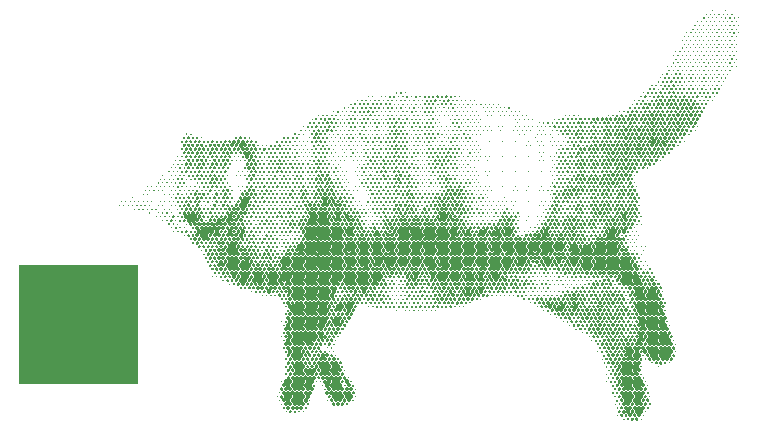
<source format=gbo>
G04 #@! TF.GenerationSoftware,KiCad,Pcbnew,9.0.1-rc2*
G04 #@! TF.CreationDate,2025-11-09T15:09:06-08:00*
G04 #@! TF.ProjectId,bsl_drv_v1,62736c5f-6472-4765-9f76-312e6b696361,rev?*
G04 #@! TF.SameCoordinates,Original*
G04 #@! TF.FileFunction,Legend,Bot*
G04 #@! TF.FilePolarity,Positive*
%FSLAX46Y46*%
G04 Gerber Fmt 4.6, Leading zero omitted, Abs format (unit mm)*
G04 Created by KiCad (PCBNEW 9.0.1-rc2) date 2025-11-09 15:09:06*
%MOMM*%
%LPD*%
G01*
G04 APERTURE LIST*
%ADD10C,0.100000*%
%ADD11C,0.000000*%
%ADD12C,1.300000*%
%ADD13R,1.350000X1.350000*%
%ADD14C,1.350000*%
%ADD15C,1.600000*%
%ADD16C,0.650000*%
%ADD17O,2.100000X1.000000*%
%ADD18O,1.600000X1.000000*%
%ADD19C,4.000000*%
G04 APERTURE END LIST*
D10*
X43150000Y-105650000D02*
X53150000Y-105650000D01*
X53150000Y-115650000D01*
X43150000Y-115650000D01*
X43150000Y-105650000D01*
G36*
X43150000Y-105650000D02*
G01*
X53150000Y-105650000D01*
X53150000Y-115650000D01*
X43150000Y-115650000D01*
X43150000Y-105650000D01*
G37*
D11*
G36*
X104643385Y-84403441D02*
G01*
X104643385Y-84404043D01*
X104642864Y-84404343D01*
X104642343Y-84404043D01*
X104642343Y-84403441D01*
X104642864Y-84403140D01*
X104643385Y-84403441D01*
G37*
G36*
X104643583Y-87578326D02*
G01*
X104643583Y-87579156D01*
X104642863Y-87579571D01*
X104642146Y-87579156D01*
X104642146Y-87578326D01*
X104642864Y-87577911D01*
X104643583Y-87578326D01*
G37*
G36*
X104644302Y-88212911D02*
G01*
X104644302Y-88214571D01*
X104642864Y-88215401D01*
X104641427Y-88214571D01*
X104641427Y-88212911D01*
X104642864Y-88212081D01*
X104644302Y-88212911D01*
G37*
G36*
X104646108Y-86306869D02*
G01*
X104646108Y-86310614D01*
X104642864Y-86312487D01*
X104639621Y-86310614D01*
X104639621Y-86306869D01*
X104642864Y-86304998D01*
X104646108Y-86306869D01*
G37*
G36*
X104651525Y-86938741D02*
G01*
X104651525Y-86948743D01*
X104642864Y-86953743D01*
X104634203Y-86948743D01*
X104634203Y-86938741D01*
X104642864Y-86933741D01*
X104651525Y-86938741D01*
G37*
G36*
X104658312Y-85029823D02*
G01*
X104658312Y-85047660D01*
X104642864Y-85056579D01*
X104627417Y-85047660D01*
X104627417Y-85029823D01*
X104642864Y-85020904D01*
X104658312Y-85029823D01*
G37*
G36*
X104661587Y-85662932D02*
G01*
X104661587Y-85684551D01*
X104642864Y-85695361D01*
X104624142Y-85684552D01*
X104624142Y-85662933D01*
X104642864Y-85652122D01*
X104661587Y-85662932D01*
G37*
G36*
X104460568Y-86625657D02*
G01*
X104460568Y-86626826D01*
X104459556Y-86627411D01*
X104458543Y-86626826D01*
X104458543Y-86625657D01*
X104459556Y-86625072D01*
X104460568Y-86625657D01*
G37*
G36*
X104460988Y-88530414D02*
G01*
X104460988Y-88532069D01*
X104459556Y-88532897D01*
X104458124Y-88532068D01*
X104458124Y-88530414D01*
X104459556Y-88529587D01*
X104460988Y-88530414D01*
G37*
G36*
X104470328Y-84715023D02*
G01*
X104470328Y-84727460D01*
X104459556Y-84733680D01*
X104448784Y-84727460D01*
X104448784Y-84715023D01*
X104459556Y-84708804D01*
X104470328Y-84715023D01*
G37*
G36*
X104472158Y-87253967D02*
G01*
X104472158Y-87268517D01*
X104459556Y-87275794D01*
X104446953Y-87268517D01*
X104446953Y-87253966D01*
X104459556Y-87246689D01*
X104472158Y-87253967D01*
G37*
G36*
X104476034Y-85981728D02*
G01*
X104476034Y-86000755D01*
X104459556Y-86010268D01*
X104443078Y-86000755D01*
X104443078Y-85981728D01*
X104459556Y-85972215D01*
X104476034Y-85981728D01*
G37*
G36*
X104485294Y-85341382D02*
G01*
X104485294Y-85371102D01*
X104459557Y-85385961D01*
X104433817Y-85371102D01*
X104433817Y-85341382D01*
X104459556Y-85326522D01*
X104485294Y-85341382D01*
G37*
G36*
X104277647Y-84402933D02*
G01*
X104277647Y-84404550D01*
X104276248Y-84405358D01*
X104274847Y-84404550D01*
X104274847Y-84402933D01*
X104276247Y-84402124D01*
X104277647Y-84402933D01*
G37*
G36*
X104277685Y-87577911D02*
G01*
X104277685Y-87579571D01*
X104276247Y-87580402D01*
X104274809Y-87579571D01*
X104274809Y-87577911D01*
X104276247Y-87577080D01*
X104277685Y-87577911D01*
G37*
G36*
X104278481Y-88212452D02*
G01*
X104278481Y-88215031D01*
X104276247Y-88216321D01*
X104274012Y-88215031D01*
X104274013Y-88212452D01*
X104276247Y-88211162D01*
X104278481Y-88212452D01*
G37*
G36*
X104281521Y-86305697D02*
G01*
X104281521Y-86311787D01*
X104276247Y-86314831D01*
X104270973Y-86311787D01*
X104270973Y-86305697D01*
X104276247Y-86302652D01*
X104281521Y-86305697D01*
G37*
G36*
X104287743Y-86937105D02*
G01*
X104287743Y-86950379D01*
X104276247Y-86957016D01*
X104264751Y-86950379D01*
X104264751Y-86937105D01*
X104276247Y-86930467D01*
X104287743Y-86937105D01*
G37*
G36*
X104295603Y-85027568D02*
G01*
X104295602Y-85049916D01*
X104276247Y-85061091D01*
X104256892Y-85049916D01*
X104256892Y-85027567D01*
X104276247Y-85016392D01*
X104295603Y-85027568D01*
G37*
G36*
X104298195Y-85661071D02*
G01*
X104298195Y-85686413D01*
X104276247Y-85699085D01*
X104254299Y-85686413D01*
X104254299Y-85661071D01*
X104276247Y-85648399D01*
X104298195Y-85661071D01*
G37*
G36*
X104096433Y-87894224D02*
G01*
X104096433Y-87898260D01*
X104092938Y-87900276D01*
X104089444Y-87898260D01*
X104089444Y-87894224D01*
X104092938Y-87892205D01*
X104096433Y-87894224D01*
G37*
G36*
X104104331Y-88524663D02*
G01*
X104104331Y-88537819D01*
X104092938Y-88544395D01*
X104081546Y-88537820D01*
X104081547Y-88524663D01*
X104092938Y-88518087D01*
X104104331Y-88524663D01*
G37*
G36*
X104109445Y-86616711D02*
G01*
X104109445Y-86635772D01*
X104092938Y-86645302D01*
X104076432Y-86635772D01*
X104076432Y-86616711D01*
X104092938Y-86607182D01*
X104109445Y-86616711D01*
G37*
G36*
X104127763Y-87241135D02*
G01*
X104127763Y-87281349D01*
X104092938Y-87301453D01*
X104058114Y-87281348D01*
X104058114Y-87241135D01*
X104092938Y-87221030D01*
X104127763Y-87241135D01*
G37*
G36*
X104131566Y-84698940D02*
G01*
X104131567Y-84743543D01*
X104092938Y-84765845D01*
X104054309Y-84743543D01*
X104054310Y-84698940D01*
X104092938Y-84676639D01*
X104131566Y-84698940D01*
G37*
G36*
X104141060Y-85963458D02*
G01*
X104141060Y-86019025D01*
X104092938Y-86046809D01*
X104044816Y-86019025D01*
X104044816Y-85963458D01*
X104092938Y-85935675D01*
X104141060Y-85963458D01*
G37*
G36*
X104145181Y-85326079D02*
G01*
X104145181Y-85386404D01*
X104092938Y-85416567D01*
X104040695Y-85386404D01*
X104040695Y-85326079D01*
X104092938Y-85295917D01*
X104145181Y-85326079D01*
G37*
G36*
X103922769Y-88841157D02*
G01*
X103922769Y-88856327D01*
X103909630Y-88863912D01*
X103896492Y-88856327D01*
X103896492Y-88841157D01*
X103909630Y-88833572D01*
X103922769Y-88841157D01*
G37*
G36*
X103941352Y-84385426D02*
G01*
X103941352Y-84422057D01*
X103909630Y-84440372D01*
X103877908Y-84422057D01*
X103877908Y-84385426D01*
X103909630Y-84367111D01*
X103941352Y-84385426D01*
G37*
G36*
X103953666Y-87553318D02*
G01*
X103953665Y-87604166D01*
X103909630Y-87629590D01*
X103865594Y-87604166D01*
X103865594Y-87553318D01*
X103909630Y-87527894D01*
X103953666Y-87553318D01*
G37*
G36*
X103966370Y-86275983D02*
G01*
X103966370Y-86341500D01*
X103909630Y-86374260D01*
X103852889Y-86341501D01*
X103852889Y-86275983D01*
X103909630Y-86243223D01*
X103966370Y-86275983D01*
G37*
G36*
X103974648Y-88176203D02*
G01*
X103974648Y-88251279D01*
X103909630Y-88288818D01*
X103844612Y-88251279D01*
X103844612Y-88176204D01*
X103909630Y-88138665D01*
X103974648Y-88176203D01*
G37*
G36*
X103975777Y-85635551D02*
G01*
X103975777Y-85711932D01*
X103909630Y-85750123D01*
X103843482Y-85711932D01*
X103843482Y-85635551D01*
X103909630Y-85597361D01*
X103975777Y-85635551D01*
G37*
G36*
X103978483Y-84998990D02*
G01*
X103978484Y-85078494D01*
X103909630Y-85118247D01*
X103840777Y-85078494D01*
X103840777Y-84998990D01*
X103909630Y-84959237D01*
X103978483Y-84998990D01*
G37*
G36*
X103980198Y-86902999D02*
G01*
X103980198Y-86984485D01*
X103909630Y-87025227D01*
X103839061Y-86984485D01*
X103839061Y-86902999D01*
X103909630Y-86862256D01*
X103980198Y-86902999D01*
G37*
G36*
X103730918Y-84083588D02*
G01*
X103730918Y-84088896D01*
X103726321Y-84091551D01*
X103721722Y-84088896D01*
X103721723Y-84083588D01*
X103726321Y-84080933D01*
X103730918Y-84083588D01*
G37*
G36*
X103740219Y-89158218D02*
G01*
X103740219Y-89174266D01*
X103726321Y-89182290D01*
X103712423Y-89174267D01*
X103712423Y-89158218D01*
X103726321Y-89150193D01*
X103740219Y-89158218D01*
G37*
G36*
X103769643Y-87236230D02*
G01*
X103769643Y-87286255D01*
X103726322Y-87311265D01*
X103682999Y-87286254D01*
X103682999Y-87236230D01*
X103726321Y-87211218D01*
X103769643Y-87236230D01*
G37*
G36*
X103771670Y-88505059D02*
G01*
X103771670Y-88557424D01*
X103726321Y-88583607D01*
X103680972Y-88557425D01*
X103680972Y-88505059D01*
X103726321Y-88478876D01*
X103771670Y-88505059D01*
G37*
G36*
X103787012Y-84686201D02*
G01*
X103787012Y-84756283D01*
X103726321Y-84791322D01*
X103665629Y-84756283D01*
X103665628Y-84686201D01*
X103726321Y-84651161D01*
X103787012Y-84686201D01*
G37*
G36*
X103788140Y-86590550D02*
G01*
X103788140Y-86661933D01*
X103726322Y-86697625D01*
X103664501Y-86661933D01*
X103664501Y-86590550D01*
X103726321Y-86554859D01*
X103788140Y-86590550D01*
G37*
G36*
X103791621Y-85953541D02*
G01*
X103791621Y-86028943D01*
X103726322Y-86066644D01*
X103661020Y-86028943D01*
X103661020Y-85953541D01*
X103726322Y-85915839D01*
X103791621Y-85953541D01*
G37*
G36*
X103793535Y-85317434D02*
G01*
X103793535Y-85395048D01*
X103726322Y-85433854D01*
X103659107Y-85395048D01*
X103659107Y-85317435D01*
X103726321Y-85278629D01*
X103793535Y-85317434D01*
G37*
G36*
X103802734Y-87852125D02*
G01*
X103802734Y-87940359D01*
X103726321Y-87984477D01*
X103649908Y-87940359D01*
X103649908Y-87852125D01*
X103726321Y-87808008D01*
X103802734Y-87852125D01*
G37*
G36*
X103558578Y-89474755D02*
G01*
X103558578Y-89492728D01*
X103543012Y-89501716D01*
X103527446Y-89492728D01*
X103527446Y-89474755D01*
X103543012Y-89465768D01*
X103558578Y-89474755D01*
G37*
G36*
X103586831Y-87553443D02*
G01*
X103586831Y-87604040D01*
X103543013Y-87629340D01*
X103499193Y-87604040D01*
X103499193Y-87553443D01*
X103543012Y-87528144D01*
X103586831Y-87553443D01*
G37*
G36*
X103595049Y-86913698D02*
G01*
X103595049Y-86973785D01*
X103543012Y-87003828D01*
X103490976Y-86973785D01*
X103490976Y-86913698D01*
X103543012Y-86883656D01*
X103595049Y-86913698D01*
G37*
G36*
X103598863Y-88816495D02*
G01*
X103598863Y-88880988D01*
X103543012Y-88913232D01*
X103487161Y-88880988D01*
X103487161Y-88816494D01*
X103543012Y-88784251D01*
X103598863Y-88816495D01*
G37*
G36*
X103601459Y-86274999D02*
G01*
X103601459Y-86342486D01*
X103543012Y-86376230D01*
X103484566Y-86342486D01*
X103484566Y-86274999D01*
X103543013Y-86241254D01*
X103601459Y-86274999D01*
G37*
G36*
X103602078Y-85639640D02*
G01*
X103602078Y-85707844D01*
X103543013Y-85741946D01*
X103483946Y-85707844D01*
X103483946Y-85639640D01*
X103543013Y-85605538D01*
X103602078Y-85639640D01*
G37*
G36*
X103602318Y-85004502D02*
G01*
X103602318Y-85072981D01*
X103543012Y-85107222D01*
X103483707Y-85072981D01*
X103483707Y-85004502D01*
X103543012Y-84970261D01*
X103602318Y-85004502D01*
G37*
G36*
X103607878Y-84366291D02*
G01*
X103607878Y-84441193D01*
X103543012Y-84478643D01*
X103478146Y-84441193D01*
X103478145Y-84366291D01*
X103543012Y-84328841D01*
X103607878Y-84366291D01*
G37*
G36*
X103628057Y-88164642D02*
G01*
X103628057Y-88262842D01*
X103543013Y-88311944D01*
X103457967Y-88262842D01*
X103457967Y-88164641D01*
X103543012Y-88115540D01*
X103628057Y-88164642D01*
G37*
G36*
X103366804Y-89797141D02*
G01*
X103366804Y-89805341D01*
X103359703Y-89809440D01*
X103352603Y-89805341D01*
X103352603Y-89797141D01*
X103359703Y-89793044D01*
X103366804Y-89797141D01*
G37*
G36*
X103377178Y-84076153D02*
G01*
X103377178Y-84096331D01*
X103359703Y-84106420D01*
X103342229Y-84096331D01*
X103342229Y-84076153D01*
X103359703Y-84066064D01*
X103377178Y-84076153D01*
G37*
G36*
X103410833Y-87231721D02*
G01*
X103410832Y-87290761D01*
X103359703Y-87320281D01*
X103308573Y-87290761D01*
X103308574Y-87231721D01*
X103359703Y-87202203D01*
X103410833Y-87231721D01*
G37*
G36*
X103413156Y-85960381D02*
G01*
X103413156Y-86022102D01*
X103359703Y-86052963D01*
X103306251Y-86022102D01*
X103306251Y-85960381D01*
X103359703Y-85929520D01*
X103413156Y-85960381D01*
G37*
G36*
X103414287Y-85324728D02*
G01*
X103414287Y-85387755D01*
X103359703Y-85419268D01*
X103305120Y-85387756D01*
X103305120Y-85324728D01*
X103359703Y-85293214D01*
X103414287Y-85324728D01*
G37*
G36*
X103414287Y-86594728D02*
G01*
X103414287Y-86657755D01*
X103359703Y-86689269D01*
X103305120Y-86657755D01*
X103305120Y-86594727D01*
X103359703Y-86563215D01*
X103414287Y-86594728D01*
G37*
G36*
X103415212Y-88499193D02*
G01*
X103415211Y-88563290D01*
X103359703Y-88595336D01*
X103304195Y-88563290D01*
X103304194Y-88499193D01*
X103359703Y-88467148D01*
X103415212Y-88499193D01*
G37*
G36*
X103418781Y-87862134D02*
G01*
X103418781Y-87930350D01*
X103359703Y-87964458D01*
X103300626Y-87930350D01*
X103300626Y-87862133D01*
X103359703Y-87828025D01*
X103418781Y-87862134D01*
G37*
G36*
X103422718Y-84684861D02*
G01*
X103422717Y-84757623D01*
X103359703Y-84794005D01*
X103296688Y-84757623D01*
X103296689Y-84684861D01*
X103359704Y-84648479D01*
X103422718Y-84684861D01*
G37*
G36*
X103424921Y-89128586D02*
G01*
X103424922Y-89203896D01*
X103359703Y-89241550D01*
X103294485Y-89203896D01*
X103294485Y-89128587D01*
X103359703Y-89090932D01*
X103424921Y-89128586D01*
G37*
G36*
X103179432Y-90116988D02*
G01*
X103179432Y-90120495D01*
X103176395Y-90122248D01*
X103173358Y-90120495D01*
X103173358Y-90116988D01*
X103176395Y-90115235D01*
X103179432Y-90116988D01*
G37*
G36*
X103224918Y-88820727D02*
G01*
X103224918Y-88876757D01*
X103176395Y-88904772D01*
X103127872Y-88876757D01*
X103127871Y-88820726D01*
X103176395Y-88792712D01*
X103224918Y-88820727D01*
G37*
G36*
X103226330Y-85644910D02*
G01*
X103226331Y-85702573D01*
X103176395Y-85731402D01*
X103126459Y-85702573D01*
X103126459Y-85644911D01*
X103176395Y-85616081D01*
X103226330Y-85644910D01*
G37*
G36*
X103226330Y-87549911D02*
G01*
X103226330Y-87607572D01*
X103176395Y-87636402D01*
X103126459Y-87607572D01*
X103126459Y-87549911D01*
X103176395Y-87521081D01*
X103226330Y-87549911D01*
G37*
G36*
X103227525Y-86914222D02*
G01*
X103227525Y-86973261D01*
X103176395Y-87002782D01*
X103125265Y-86973262D01*
X103125265Y-86914222D01*
X103176395Y-86884702D01*
X103227525Y-86914222D01*
G37*
G36*
X103229847Y-86277881D02*
G01*
X103229847Y-86339603D01*
X103176395Y-86370463D01*
X103122942Y-86339603D01*
X103122942Y-86277882D01*
X103176395Y-86247020D01*
X103229847Y-86277881D01*
G37*
G36*
X103232091Y-85006586D02*
G01*
X103232091Y-85070898D01*
X103176395Y-85103054D01*
X103120699Y-85070898D01*
X103120699Y-85006586D01*
X103176395Y-84974430D01*
X103232091Y-85006586D01*
G37*
G36*
X103234094Y-88180429D02*
G01*
X103234094Y-88247054D01*
X103176395Y-88280367D01*
X103118696Y-88247054D01*
X103118696Y-88180428D01*
X103176395Y-88147117D01*
X103234094Y-88180429D01*
G37*
G36*
X103236524Y-84369027D02*
G01*
X103236523Y-84438457D01*
X103176395Y-84473172D01*
X103116267Y-84438457D01*
X103116267Y-84369027D01*
X103176395Y-84334312D01*
X103236524Y-84369027D01*
G37*
G36*
X103237366Y-89448540D02*
G01*
X103237366Y-89518943D01*
X103176395Y-89554145D01*
X103115424Y-89518943D01*
X103115424Y-89448540D01*
X103176395Y-89413338D01*
X103237366Y-89448540D01*
G37*
G36*
X103014622Y-84073808D02*
G01*
X103014622Y-84098674D01*
X102993086Y-84111110D01*
X102971550Y-84098675D01*
X102971550Y-84073808D01*
X102993086Y-84061374D01*
X103014622Y-84073808D01*
G37*
G36*
X103041803Y-85328115D02*
G01*
X103041803Y-85384368D01*
X102993086Y-85412495D01*
X102944369Y-85384368D01*
X102944369Y-85328115D01*
X102993086Y-85299988D01*
X103041803Y-85328115D01*
G37*
G36*
X103043021Y-87867411D02*
G01*
X103043021Y-87925072D01*
X102993086Y-87953902D01*
X102943151Y-87925072D01*
X102943151Y-87867411D01*
X102993086Y-87838581D01*
X103043021Y-87867411D01*
G37*
G36*
X103044217Y-87231721D02*
G01*
X103044216Y-87290761D01*
X102993086Y-87320281D01*
X102941956Y-87290761D01*
X102941956Y-87231721D01*
X102993086Y-87202203D01*
X103044217Y-87231721D01*
G37*
G36*
X103045388Y-85961045D02*
G01*
X103045388Y-86021439D01*
X102993086Y-86051635D01*
X102940784Y-86021438D01*
X102940784Y-85961045D01*
X102993086Y-85930849D01*
X103045388Y-85961045D01*
G37*
G36*
X103046409Y-88500457D02*
G01*
X103046409Y-88562028D01*
X102993086Y-88592814D01*
X102939764Y-88562028D01*
X102939764Y-88500457D01*
X102993086Y-88469669D01*
X103046409Y-88500457D01*
G37*
G36*
X103046539Y-86595381D02*
G01*
X103046539Y-86657102D01*
X102993086Y-86687964D01*
X102939633Y-86657102D01*
X102939633Y-86595381D01*
X102993086Y-86564520D01*
X103046539Y-86595381D01*
G37*
G36*
X103047993Y-84689542D02*
G01*
X103047992Y-84752942D01*
X102993086Y-84784641D01*
X102938180Y-84752942D01*
X102938180Y-84689542D01*
X102993086Y-84657842D01*
X103047993Y-84689542D01*
G37*
G36*
X103048608Y-89134186D02*
G01*
X103048608Y-89198298D01*
X102993086Y-89230352D01*
X102937564Y-89198298D01*
X102937564Y-89134186D01*
X102993086Y-89102131D01*
X103048608Y-89134186D01*
G37*
G36*
X103049292Y-89768792D02*
G01*
X103049292Y-89833691D01*
X102993086Y-89866143D01*
X102936880Y-89833691D01*
X102936880Y-89768793D01*
X102993086Y-89736341D01*
X103049292Y-89768792D01*
G37*
G36*
X102814448Y-90751044D02*
G01*
X102814448Y-90756438D01*
X102809777Y-90759135D01*
X102805107Y-90756438D01*
X102805107Y-90751044D01*
X102809777Y-90748348D01*
X102814448Y-90751044D01*
G37*
G36*
X102858369Y-90090688D02*
G01*
X102858368Y-90146795D01*
X102809777Y-90174851D01*
X102761187Y-90146795D01*
X102761186Y-90090688D01*
X102809777Y-90062632D01*
X102858369Y-90090688D01*
G37*
G36*
X102858495Y-85010615D02*
G01*
X102858495Y-85066868D01*
X102809777Y-85094996D01*
X102761060Y-85066868D01*
X102761060Y-85010615D01*
X102809777Y-84982488D01*
X102858495Y-85010615D01*
G37*
G36*
X102858495Y-85645615D02*
G01*
X102858495Y-85701869D01*
X102809777Y-85729996D01*
X102761060Y-85701869D01*
X102761060Y-85645615D01*
X102809777Y-85617488D01*
X102858495Y-85645615D01*
G37*
G36*
X102858495Y-88185615D02*
G01*
X102858495Y-88241868D01*
X102809777Y-88269996D01*
X102761060Y-88241868D01*
X102761060Y-88185615D01*
X102809777Y-88157488D01*
X102858495Y-88185615D01*
G37*
G36*
X102860907Y-86914222D02*
G01*
X102860907Y-86973261D01*
X102809777Y-87002782D01*
X102758648Y-86973261D01*
X102758648Y-86914222D01*
X102809777Y-86884702D01*
X102860907Y-86914222D01*
G37*
G36*
X102860907Y-87549223D02*
G01*
X102860907Y-87608262D01*
X102809777Y-87637781D01*
X102758648Y-87608262D01*
X102758648Y-87549223D01*
X102809777Y-87519702D01*
X102860907Y-87549223D01*
G37*
G36*
X102861463Y-88818900D02*
G01*
X102861464Y-88878583D01*
X102809777Y-88908425D01*
X102758091Y-88878583D01*
X102758092Y-88818900D01*
X102809777Y-88789059D01*
X102861463Y-88818900D01*
G37*
G36*
X102863230Y-86277882D02*
G01*
X102863230Y-86339603D01*
X102809777Y-86370463D01*
X102756325Y-86339603D01*
X102756325Y-86277882D01*
X102809777Y-86247020D01*
X102863230Y-86277882D01*
G37*
G36*
X102867675Y-89450315D02*
G01*
X102867675Y-89517168D01*
X102809777Y-89550594D01*
X102751880Y-89517168D01*
X102751880Y-89450315D01*
X102809777Y-89416889D01*
X102867675Y-89450315D01*
G37*
G36*
X102873530Y-84366935D02*
G01*
X102873530Y-84440549D01*
X102809777Y-84477357D01*
X102746025Y-84440549D01*
X102746025Y-84366935D01*
X102809777Y-84330127D01*
X102873530Y-84366935D01*
G37*
G36*
X102639783Y-91063555D02*
G01*
X102639783Y-91078928D01*
X102626469Y-91086617D01*
X102613154Y-91078928D01*
X102613154Y-91063555D01*
X102626469Y-91055866D01*
X102639783Y-91063555D01*
G37*
G36*
X102644451Y-84075860D02*
G01*
X102644451Y-84096625D01*
X102626469Y-84107006D01*
X102608486Y-84096625D01*
X102608486Y-84075860D01*
X102626469Y-84065478D01*
X102644451Y-84075860D01*
G37*
G36*
X102674057Y-90408765D02*
G01*
X102674057Y-90463717D01*
X102626469Y-90491192D01*
X102578880Y-90463717D01*
X102578880Y-90408765D01*
X102626469Y-90381292D01*
X102674057Y-90408765D01*
G37*
G36*
X102675186Y-85328115D02*
G01*
X102675186Y-85384368D01*
X102626469Y-85412495D01*
X102577752Y-85384368D01*
X102577752Y-85328115D01*
X102626469Y-85299988D01*
X102675186Y-85328115D01*
G37*
G36*
X102676404Y-87867411D02*
G01*
X102676404Y-87925072D01*
X102626469Y-87953902D01*
X102576533Y-87925072D01*
X102576533Y-87867411D01*
X102626469Y-87838581D01*
X102676404Y-87867411D01*
G37*
G36*
X102676404Y-88502412D02*
G01*
X102676404Y-88560071D01*
X102626469Y-88588901D01*
X102576533Y-88560071D01*
X102576533Y-88502412D01*
X102626469Y-88473582D01*
X102676404Y-88502412D01*
G37*
G36*
X102677585Y-84691730D02*
G01*
X102677585Y-84750754D01*
X102626469Y-84780266D01*
X102575352Y-84750754D01*
X102575352Y-84691730D01*
X102626469Y-84662217D01*
X102677585Y-84691730D01*
G37*
G36*
X102677599Y-87231721D02*
G01*
X102677599Y-87290761D01*
X102626469Y-87320281D01*
X102575339Y-87290761D01*
X102575338Y-87231721D01*
X102626469Y-87202203D01*
X102677599Y-87231721D01*
G37*
G36*
X102678770Y-85961045D02*
G01*
X102678770Y-86021439D01*
X102626469Y-86051635D01*
X102574167Y-86021439D01*
X102574167Y-85961045D01*
X102626469Y-85930849D01*
X102678770Y-85961045D01*
G37*
G36*
X102678770Y-86596045D02*
G01*
X102678770Y-86656438D01*
X102626469Y-86686635D01*
X102574167Y-86656438D01*
X102574167Y-86596045D01*
X102626469Y-86565849D01*
X102678770Y-86596045D01*
G37*
G36*
X102682886Y-89133669D02*
G01*
X102682886Y-89198814D01*
X102626469Y-89231388D01*
X102570051Y-89198814D01*
X102570051Y-89133669D01*
X102626469Y-89101095D01*
X102682886Y-89133669D01*
G37*
G36*
X102687313Y-89766112D02*
G01*
X102687313Y-89836370D01*
X102626469Y-89871499D01*
X102565626Y-89836370D01*
X102565626Y-89766112D01*
X102626469Y-89730984D01*
X102687313Y-89766112D01*
G37*
G36*
X102449999Y-91384791D02*
G01*
X102450000Y-91392692D01*
X102443160Y-91396639D01*
X102436320Y-91392692D01*
X102436320Y-91384791D01*
X102443160Y-91380843D01*
X102449999Y-91384791D01*
G37*
G36*
X102491877Y-85010615D02*
G01*
X102491876Y-85066869D01*
X102443160Y-85094996D01*
X102394443Y-85066869D01*
X102394443Y-85010615D01*
X102443160Y-84982488D01*
X102491877Y-85010615D01*
G37*
G36*
X102491877Y-88185615D02*
G01*
X102491877Y-88241868D01*
X102443160Y-88269996D01*
X102394443Y-88241868D01*
X102394443Y-88185615D01*
X102443160Y-88157488D01*
X102491877Y-88185615D01*
G37*
G36*
X102493095Y-87549911D02*
G01*
X102493095Y-87607572D01*
X102443160Y-87636402D01*
X102393225Y-87607572D01*
X102393225Y-87549911D01*
X102443160Y-87521081D01*
X102493095Y-87549911D01*
G37*
G36*
X102493663Y-88819584D02*
G01*
X102493663Y-88877900D01*
X102443160Y-88907058D01*
X102392657Y-88877900D01*
X102392657Y-88819584D01*
X102443160Y-88790424D01*
X102493663Y-88819584D01*
G37*
G36*
X102494290Y-85644221D02*
G01*
X102494290Y-85703262D01*
X102443160Y-85732781D01*
X102392030Y-85703262D01*
X102392029Y-85644221D01*
X102443160Y-85614703D01*
X102494290Y-85644221D01*
G37*
G36*
X102494290Y-86914222D02*
G01*
X102494290Y-86973262D01*
X102443160Y-87002782D01*
X102392030Y-86973261D01*
X102392030Y-86914222D01*
X102443160Y-86884702D01*
X102494290Y-86914222D01*
G37*
G36*
X102496483Y-90087955D02*
G01*
X102496483Y-90149528D01*
X102443160Y-90180314D01*
X102389837Y-90149528D01*
X102389837Y-90087955D01*
X102443160Y-90057169D01*
X102496483Y-90087955D01*
G37*
G36*
X102497567Y-89452329D02*
G01*
X102497567Y-89515154D01*
X102443160Y-89546566D01*
X102388753Y-89515154D01*
X102388753Y-89452329D01*
X102443160Y-89420917D01*
X102497567Y-89452329D01*
G37*
G36*
X102498856Y-86276586D02*
G01*
X102498856Y-86340897D01*
X102443160Y-86373054D01*
X102387464Y-86340897D01*
X102387464Y-86276586D01*
X102443160Y-86244430D01*
X102498856Y-86276586D01*
G37*
G36*
X102500076Y-84370882D02*
G01*
X102500076Y-84436604D01*
X102443160Y-84469463D01*
X102386244Y-84436603D01*
X102386244Y-84370882D01*
X102443160Y-84338021D01*
X102500076Y-84370882D01*
G37*
G36*
X102518528Y-90710230D02*
G01*
X102518528Y-90797255D01*
X102443160Y-90840769D01*
X102367792Y-90797254D01*
X102367792Y-90710229D01*
X102443160Y-90666714D01*
X102518528Y-90710230D01*
G37*
G36*
X102262793Y-91704543D02*
G01*
X102262793Y-91707940D01*
X102259851Y-91709638D01*
X102256910Y-91707940D01*
X102256910Y-91704543D01*
X102259851Y-91702845D01*
X102262793Y-91704543D01*
G37*
G36*
X102275657Y-84077116D02*
G01*
X102275657Y-84095367D01*
X102259851Y-84104493D01*
X102244045Y-84095367D01*
X102244045Y-84077116D01*
X102259851Y-84067992D01*
X102275657Y-84077116D01*
G37*
G36*
X102304753Y-84695317D02*
G01*
X102304754Y-84747166D01*
X102259851Y-84773090D01*
X102214949Y-84747166D01*
X102214949Y-84695317D01*
X102259851Y-84669393D01*
X102304753Y-84695317D01*
G37*
G36*
X102308427Y-85328196D02*
G01*
X102308427Y-85384288D01*
X102259851Y-85412334D01*
X102211275Y-85384288D01*
X102211275Y-85328196D01*
X102259851Y-85300150D01*
X102308427Y-85328196D01*
G37*
G36*
X102309787Y-87232411D02*
G01*
X102309787Y-87290073D01*
X102259851Y-87318902D01*
X102209915Y-87290073D01*
X102209916Y-87232410D01*
X102259851Y-87203581D01*
X102309787Y-87232411D01*
G37*
G36*
X102309787Y-88502412D02*
G01*
X102309787Y-88560071D01*
X102259851Y-88588901D01*
X102209916Y-88560071D01*
X102209916Y-88502412D01*
X102259851Y-88473582D01*
X102309787Y-88502412D01*
G37*
G36*
X102310981Y-85961722D02*
G01*
X102310981Y-86020762D01*
X102259851Y-86050281D01*
X102208721Y-86020762D01*
X102208720Y-85961722D01*
X102259851Y-85932202D01*
X102310981Y-85961722D01*
G37*
G36*
X102310981Y-86596722D02*
G01*
X102310982Y-86655762D01*
X102259851Y-86685281D01*
X102208721Y-86655762D01*
X102208721Y-86596721D01*
X102259851Y-86567202D01*
X102310981Y-86596722D01*
G37*
G36*
X102312153Y-87866045D02*
G01*
X102312153Y-87926438D01*
X102259851Y-87956635D01*
X102207549Y-87926438D01*
X102207549Y-87866045D01*
X102259851Y-87835849D01*
X102312153Y-87866045D01*
G37*
G36*
X102313385Y-89770335D02*
G01*
X102313385Y-89832149D01*
X102259851Y-89863056D01*
X102206318Y-89832149D01*
X102206318Y-89770335D01*
X102259851Y-89739426D01*
X102313385Y-89770335D01*
G37*
G36*
X102317352Y-89133043D02*
G01*
X102317352Y-89199439D01*
X102259851Y-89232638D01*
X102202351Y-89199439D01*
X102202351Y-89133043D01*
X102259851Y-89099845D01*
X102317352Y-89133043D01*
G37*
G36*
X102337175Y-91026598D02*
G01*
X102337175Y-91115885D01*
X102259851Y-91160528D01*
X102182528Y-91115885D01*
X102182528Y-91026598D01*
X102259851Y-90981956D01*
X102337175Y-91026598D01*
G37*
G36*
X102339138Y-90390465D02*
G01*
X102339138Y-90482017D01*
X102259851Y-90527795D01*
X102180565Y-90482017D01*
X102180565Y-90390465D01*
X102259851Y-90344689D01*
X102339138Y-90390465D01*
G37*
G36*
X102121445Y-87552817D02*
G01*
X102121445Y-87604666D01*
X102076542Y-87630590D01*
X102031640Y-87604666D01*
X102031640Y-87552817D01*
X102076543Y-87526894D01*
X102121445Y-87552817D01*
G37*
G36*
X102121445Y-88187817D02*
G01*
X102121445Y-88239666D01*
X102076543Y-88265591D01*
X102031640Y-88239666D01*
X102031640Y-88187817D01*
X102076543Y-88161892D01*
X102121445Y-88187817D01*
G37*
G36*
X102124015Y-85011333D02*
G01*
X102124016Y-85066151D01*
X102076543Y-85093560D01*
X102029069Y-85066151D01*
X102029069Y-85011333D01*
X102076543Y-84983925D01*
X102124015Y-85011333D01*
G37*
G36*
X102124016Y-86916333D02*
G01*
X102124015Y-86971150D01*
X102076543Y-86998559D01*
X102029069Y-86971150D01*
X102029069Y-86916333D01*
X102076543Y-86888923D01*
X102124016Y-86916333D01*
G37*
G36*
X102125260Y-88820615D02*
G01*
X102125260Y-88876868D01*
X102076543Y-88904995D01*
X102027825Y-88876868D01*
X102027825Y-88820615D01*
X102076543Y-88792489D01*
X102125260Y-88820615D01*
G37*
G36*
X102126478Y-85644911D02*
G01*
X102126478Y-85702573D01*
X102076543Y-85731402D01*
X102026607Y-85702573D01*
X102026607Y-85644911D01*
X102076542Y-85616081D01*
X102126478Y-85644911D01*
G37*
G36*
X102127672Y-86279221D02*
G01*
X102127672Y-86338262D01*
X102076543Y-86367782D01*
X102025413Y-86338262D01*
X102025413Y-86279221D01*
X102076543Y-86249702D01*
X102127672Y-86279221D01*
G37*
G36*
X102133410Y-89450909D02*
G01*
X102133410Y-89516573D01*
X102076543Y-89549406D01*
X102019675Y-89516573D01*
X102019675Y-89450909D01*
X102076543Y-89418076D01*
X102133410Y-89450909D01*
G37*
G36*
X102134242Y-90085430D02*
G01*
X102134242Y-90152053D01*
X102076543Y-90185368D01*
X102018843Y-90152053D01*
X102018842Y-90085430D01*
X102076543Y-90052116D01*
X102134242Y-90085430D01*
G37*
G36*
X102134311Y-84370389D02*
G01*
X102134311Y-84437094D01*
X102076543Y-84470447D01*
X102018775Y-84437094D01*
X102018775Y-84370389D01*
X102076542Y-84337038D01*
X102134311Y-84370389D01*
G37*
G36*
X102138398Y-91353030D02*
G01*
X102138398Y-91424453D01*
X102076543Y-91460167D01*
X102014688Y-91424453D01*
X102014688Y-91353030D01*
X102076543Y-91317315D01*
X102138398Y-91353030D01*
G37*
G36*
X102158961Y-90706158D02*
G01*
X102158961Y-90801325D01*
X102076543Y-90848910D01*
X101994125Y-90801325D01*
X101994125Y-90706158D01*
X102076543Y-90658573D01*
X102158961Y-90706158D01*
G37*
G36*
X101911065Y-84075947D02*
G01*
X101911065Y-84096537D01*
X101893234Y-84106832D01*
X101875403Y-84096537D01*
X101875403Y-84075947D01*
X101893233Y-84065652D01*
X101911065Y-84075947D01*
G37*
G36*
X101936804Y-84696087D02*
G01*
X101936805Y-84746397D01*
X101893234Y-84771553D01*
X101849664Y-84746397D01*
X101849663Y-84696087D01*
X101893233Y-84670931D01*
X101936804Y-84696087D01*
G37*
G36*
X101940707Y-85328833D02*
G01*
X101940706Y-85383650D01*
X101893234Y-85411059D01*
X101845760Y-85383650D01*
X101845760Y-85328833D01*
X101893234Y-85301423D01*
X101940707Y-85328833D01*
G37*
G36*
X101940706Y-86598833D02*
G01*
X101940707Y-86653651D01*
X101893234Y-86681060D01*
X101845760Y-86653651D01*
X101845760Y-86598833D01*
X101893234Y-86571424D01*
X101940706Y-86598833D01*
G37*
G36*
X101940707Y-88503834D02*
G01*
X101940707Y-88558651D01*
X101893234Y-88586059D01*
X101845760Y-88558651D01*
X101845760Y-88503834D01*
X101893233Y-88476424D01*
X101940707Y-88503834D01*
G37*
G36*
X101942392Y-89137859D02*
G01*
X101942391Y-89194623D01*
X101893233Y-89223003D01*
X101844077Y-89194623D01*
X101844077Y-89137859D01*
X101893234Y-89109479D01*
X101942392Y-89137859D01*
G37*
G36*
X101943169Y-87232411D02*
G01*
X101943169Y-87290073D01*
X101893234Y-87318902D01*
X101843298Y-87290073D01*
X101843298Y-87232411D01*
X101893233Y-87203581D01*
X101943169Y-87232411D01*
G37*
G36*
X101944364Y-85961722D02*
G01*
X101944364Y-86020762D01*
X101893234Y-86050281D01*
X101842104Y-86020762D01*
X101842104Y-85961722D01*
X101893234Y-85932202D01*
X101944364Y-85961722D01*
G37*
G36*
X101945104Y-91676293D02*
G01*
X101945104Y-91736191D01*
X101893234Y-91766134D01*
X101841364Y-91736190D01*
X101841363Y-91676293D01*
X101893234Y-91646346D01*
X101945104Y-91676293D01*
G37*
G36*
X101949008Y-89769042D02*
G01*
X101949008Y-89833442D01*
X101893234Y-89865644D01*
X101837460Y-89833442D01*
X101837460Y-89769041D01*
X101893234Y-89736840D01*
X101949008Y-89769042D01*
G37*
G36*
X101950024Y-87863454D02*
G01*
X101950024Y-87929029D01*
X101893234Y-87961817D01*
X101836444Y-87929029D01*
X101836444Y-87863454D01*
X101893233Y-87830666D01*
X101950024Y-87863454D01*
G37*
G36*
X101960447Y-90397436D02*
G01*
X101960447Y-90475048D01*
X101893234Y-90513854D01*
X101826019Y-90475048D01*
X101826019Y-90397436D01*
X101893233Y-90358628D01*
X101960447Y-90397436D01*
G37*
G36*
X101980582Y-91020811D02*
G01*
X101980582Y-91121673D01*
X101893234Y-91172103D01*
X101805886Y-91121672D01*
X101805886Y-91020811D01*
X101893233Y-90970380D01*
X101980582Y-91020811D01*
G37*
G36*
X101725858Y-92014542D02*
G01*
X101725858Y-92032940D01*
X101709925Y-92042138D01*
X101693992Y-92032939D01*
X101693992Y-92014542D01*
X101709925Y-92005344D01*
X101725858Y-92014542D01*
G37*
G36*
X101754828Y-86917817D02*
G01*
X101754828Y-86969667D01*
X101709925Y-86995590D01*
X101665023Y-86969666D01*
X101665023Y-86917817D01*
X101709925Y-86891893D01*
X101754828Y-86917817D01*
G37*
G36*
X101756128Y-85012067D02*
G01*
X101756128Y-85065417D01*
X101709925Y-85092092D01*
X101663723Y-85065417D01*
X101663723Y-85012067D01*
X101709925Y-84985392D01*
X101756128Y-85012067D01*
G37*
G36*
X101757399Y-86281333D02*
G01*
X101757399Y-86336150D01*
X101709925Y-86363559D01*
X101662452Y-86336151D01*
X101662452Y-86281333D01*
X101709925Y-86253924D01*
X101757399Y-86281333D01*
G37*
G36*
X101757399Y-87551333D02*
G01*
X101757399Y-87606150D01*
X101709925Y-87633559D01*
X101662452Y-87606151D01*
X101662452Y-87551333D01*
X101709925Y-87523924D01*
X101757399Y-87551333D01*
G37*
G36*
X101758642Y-85645615D02*
G01*
X101758642Y-85701868D01*
X101709925Y-85729996D01*
X101661208Y-85701868D01*
X101661208Y-85645615D01*
X101709925Y-85617488D01*
X101758642Y-85645615D01*
G37*
G36*
X101759861Y-88819910D02*
G01*
X101759861Y-88877572D01*
X101709925Y-88906403D01*
X101659990Y-88877571D01*
X101659990Y-88819910D01*
X101709925Y-88791080D01*
X101759861Y-88819910D01*
G37*
G36*
X101762309Y-89453498D02*
G01*
X101762309Y-89513985D01*
X101709925Y-89544228D01*
X101657541Y-89513985D01*
X101657541Y-89453498D01*
X101709925Y-89423255D01*
X101762309Y-89453498D01*
G37*
G36*
X101765711Y-84371534D02*
G01*
X101765711Y-84435950D01*
X101709925Y-84468158D01*
X101654139Y-84435950D01*
X101654139Y-84371534D01*
X101709925Y-84339326D01*
X101765711Y-84371534D01*
G37*
G36*
X101768853Y-88179719D02*
G01*
X101768853Y-88247764D01*
X101709925Y-88281786D01*
X101650997Y-88247764D01*
X101650997Y-88179719D01*
X101709925Y-88145698D01*
X101768853Y-88179719D01*
G37*
G36*
X101769736Y-90084211D02*
G01*
X101769737Y-90153272D01*
X101709925Y-90187806D01*
X101650114Y-90153272D01*
X101650115Y-90084211D01*
X101709925Y-90049677D01*
X101769736Y-90084211D01*
G37*
G36*
X101785413Y-90710158D02*
G01*
X101785412Y-90797324D01*
X101709925Y-90840906D01*
X101634438Y-90797324D01*
X101634438Y-90710157D01*
X101709925Y-90666576D01*
X101785413Y-90710158D01*
G37*
G36*
X101793758Y-91340340D02*
G01*
X101793758Y-91437144D01*
X101709925Y-91485544D01*
X101626092Y-91437145D01*
X101626092Y-91340340D01*
X101709925Y-91291938D01*
X101793758Y-91340340D01*
G37*
G36*
X101531627Y-84083349D02*
G01*
X101531628Y-84089135D01*
X101526616Y-84092028D01*
X101521606Y-84089135D01*
X101521606Y-84083349D01*
X101526616Y-84080456D01*
X101531627Y-84083349D01*
G37*
G36*
X101555279Y-92324694D02*
G01*
X101555280Y-92357789D01*
X101526616Y-92374338D01*
X101497954Y-92357789D01*
X101497954Y-92324694D01*
X101526616Y-92308144D01*
X101555279Y-92324694D01*
G37*
G36*
X101571519Y-86600316D02*
G01*
X101571519Y-86652167D01*
X101526616Y-86678090D01*
X101481714Y-86652167D01*
X101481714Y-86600317D01*
X101526616Y-86574393D01*
X101571519Y-86600316D01*
G37*
G36*
X101571519Y-87235317D02*
G01*
X101571519Y-87287167D01*
X101526616Y-87313090D01*
X101481714Y-87287167D01*
X101481714Y-87235317D01*
X101526616Y-87209393D01*
X101571519Y-87235317D01*
G37*
G36*
X101573903Y-84693941D02*
G01*
X101573904Y-84748543D01*
X101526616Y-84775844D01*
X101479329Y-84748543D01*
X101479329Y-84693941D01*
X101526616Y-84666639D01*
X101573903Y-84693941D01*
G37*
G36*
X101574090Y-85328832D02*
G01*
X101574090Y-85383650D01*
X101526616Y-85411059D01*
X101479143Y-85383650D01*
X101479143Y-85328833D01*
X101526616Y-85301424D01*
X101574090Y-85328832D01*
G37*
G36*
X101574090Y-87868833D02*
G01*
X101574090Y-87923650D01*
X101526616Y-87951060D01*
X101479143Y-87923650D01*
X101479143Y-87868833D01*
X101526616Y-87841424D01*
X101574090Y-87868833D01*
G37*
G36*
X101575334Y-85963116D02*
G01*
X101575334Y-86019368D01*
X101526616Y-86047496D01*
X101477899Y-86019368D01*
X101477899Y-85963116D01*
X101526616Y-85934988D01*
X101575334Y-85963116D01*
G37*
G36*
X101579678Y-89135607D02*
G01*
X101579678Y-89196876D01*
X101526616Y-89227512D01*
X101473555Y-89196876D01*
X101473555Y-89135607D01*
X101526616Y-89104970D01*
X101579678Y-89135607D01*
G37*
G36*
X101582312Y-88499087D02*
G01*
X101582312Y-88563398D01*
X101526616Y-88595554D01*
X101470921Y-88563398D01*
X101470921Y-88499087D01*
X101526616Y-88466929D01*
X101582312Y-88499087D01*
G37*
G36*
X101585620Y-89767176D02*
G01*
X101585619Y-89835308D01*
X101526616Y-89869372D01*
X101467613Y-89835308D01*
X101467612Y-89767176D01*
X101526616Y-89733111D01*
X101585620Y-89767176D01*
G37*
G36*
X101589484Y-90399944D02*
G01*
X101589485Y-90472539D01*
X101526616Y-90508836D01*
X101463748Y-90472539D01*
X101463748Y-90399944D01*
X101526616Y-90363648D01*
X101589484Y-90399944D01*
G37*
G36*
X101599231Y-91029317D02*
G01*
X101599231Y-91113166D01*
X101526616Y-91155089D01*
X101454002Y-91113167D01*
X101454002Y-91029317D01*
X101526616Y-90987394D01*
X101599231Y-91029317D01*
G37*
G36*
X101607568Y-91659504D02*
G01*
X101607568Y-91752979D01*
X101526616Y-91799715D01*
X101445665Y-91752979D01*
X101445665Y-91659504D01*
X101526616Y-91612766D01*
X101607568Y-91659504D01*
G37*
G36*
X101369774Y-92643461D02*
G01*
X101369773Y-92674021D01*
X101343308Y-92689301D01*
X101316842Y-92674021D01*
X101316842Y-92643461D01*
X101343308Y-92628180D01*
X101369774Y-92643461D01*
G37*
G36*
X101388210Y-85647817D02*
G01*
X101388210Y-85699667D01*
X101343308Y-85725591D01*
X101298405Y-85699667D01*
X101298405Y-85647817D01*
X101343308Y-85621893D01*
X101388210Y-85647817D01*
G37*
G36*
X101388210Y-86282817D02*
G01*
X101388210Y-86334666D01*
X101343308Y-86360590D01*
X101298405Y-86334666D01*
X101298405Y-86282817D01*
X101343308Y-86256892D01*
X101388210Y-86282817D01*
G37*
G36*
X101388210Y-86917817D02*
G01*
X101388210Y-86969667D01*
X101343308Y-86995590D01*
X101298405Y-86969666D01*
X101298405Y-86917817D01*
X101343308Y-86891893D01*
X101388210Y-86917817D01*
G37*
G36*
X101389179Y-84377257D02*
G01*
X101389180Y-84430227D01*
X101343308Y-84456712D01*
X101297434Y-84430227D01*
X101297435Y-84377257D01*
X101343308Y-84350773D01*
X101389179Y-84377257D01*
G37*
G36*
X101389510Y-87552067D02*
G01*
X101389510Y-87605417D01*
X101343308Y-87632092D01*
X101297105Y-87605416D01*
X101297105Y-87552067D01*
X101343308Y-87525391D01*
X101389510Y-87552067D01*
G37*
G36*
X101390781Y-85011333D02*
G01*
X101390781Y-85066151D01*
X101343308Y-85093559D01*
X101295834Y-85066151D01*
X101295834Y-85011333D01*
X101343308Y-84983925D01*
X101390781Y-85011333D01*
G37*
G36*
X101392025Y-88185615D02*
G01*
X101392025Y-88241868D01*
X101343308Y-88269996D01*
X101294591Y-88241868D01*
X101294591Y-88185615D01*
X101343308Y-88157488D01*
X101392025Y-88185615D01*
G37*
G36*
X101394438Y-88819222D02*
G01*
X101394438Y-88878261D01*
X101343308Y-88907783D01*
X101292178Y-88878261D01*
X101292178Y-88819222D01*
X101343308Y-88789701D01*
X101394438Y-88819222D01*
G37*
G36*
X101405401Y-89447892D02*
G01*
X101405401Y-89519590D01*
X101343308Y-89555439D01*
X101281214Y-89519590D01*
X101281213Y-89447892D01*
X101343308Y-89412041D01*
X101405401Y-89447892D01*
G37*
G36*
X101412877Y-90078574D02*
G01*
X101412878Y-90158909D01*
X101343308Y-90199073D01*
X101273736Y-90158909D01*
X101273737Y-90078574D01*
X101343308Y-90038409D01*
X101412877Y-90078574D01*
G37*
G36*
X101417771Y-90710750D02*
G01*
X101417770Y-90796734D01*
X101343308Y-90839722D01*
X101268845Y-90796734D01*
X101268845Y-90710750D01*
X101343308Y-90667759D01*
X101417771Y-90710750D01*
G37*
G36*
X101423491Y-91342448D02*
G01*
X101423491Y-91435035D01*
X101343308Y-91481330D01*
X101263124Y-91435035D01*
X101263124Y-91342448D01*
X101343308Y-91296154D01*
X101423491Y-91342448D01*
G37*
G36*
X101428982Y-91974277D02*
G01*
X101428982Y-92073205D01*
X101343308Y-92122668D01*
X101257633Y-92073206D01*
X101257633Y-91974277D01*
X101343308Y-91924813D01*
X101428982Y-91974277D01*
G37*
G36*
X101161011Y-93610656D02*
G01*
X101161011Y-93611826D01*
X101159999Y-93612411D01*
X101158987Y-93611826D01*
X101158987Y-93610657D01*
X101159998Y-93610071D01*
X101161011Y-93610656D01*
G37*
G36*
X101187046Y-92960625D02*
G01*
X101187046Y-92991857D01*
X101159999Y-93007471D01*
X101132952Y-92991857D01*
X101132952Y-92960625D01*
X101159999Y-92945011D01*
X101187046Y-92960625D01*
G37*
G36*
X101200801Y-85967686D02*
G01*
X101200801Y-86014798D01*
X101159999Y-86038355D01*
X101119197Y-86014798D01*
X101119197Y-85967686D01*
X101159999Y-85944128D01*
X101200801Y-85967686D01*
G37*
G36*
X101202854Y-85331499D02*
G01*
X101202854Y-85380984D01*
X101159999Y-85405727D01*
X101117144Y-85380984D01*
X101117144Y-85331499D01*
X101159999Y-85306757D01*
X101202854Y-85331499D01*
G37*
G36*
X101203570Y-86601086D02*
G01*
X101203570Y-86651397D01*
X101159999Y-86676552D01*
X101116429Y-86651397D01*
X101116428Y-86601086D01*
X101159999Y-86575930D01*
X101203570Y-86601086D01*
G37*
G36*
X101206202Y-87234567D02*
G01*
X101206202Y-87287916D01*
X101159999Y-87314593D01*
X101113797Y-87287916D01*
X101113797Y-87234567D01*
X101159999Y-87207892D01*
X101206202Y-87234567D01*
G37*
G36*
X101208717Y-87868115D02*
G01*
X101208716Y-87924367D01*
X101159999Y-87952495D01*
X101111282Y-87924367D01*
X101111282Y-87868115D01*
X101159999Y-87839988D01*
X101208717Y-87868115D01*
G37*
G36*
X101210859Y-89136878D02*
G01*
X101210859Y-89195605D01*
X101159999Y-89224969D01*
X101109140Y-89195605D01*
X101109140Y-89136878D01*
X101159999Y-89107514D01*
X101210859Y-89136878D01*
G37*
G36*
X101213452Y-88500381D02*
G01*
X101213452Y-88562101D01*
X101159999Y-88592962D01*
X101106546Y-88562101D01*
X101106546Y-88500381D01*
X101159999Y-88469520D01*
X101213452Y-88500381D01*
G37*
G36*
X101215494Y-84689201D02*
G01*
X101215494Y-84753282D01*
X101159999Y-84785323D01*
X101104504Y-84753282D01*
X101104504Y-84689201D01*
X101159999Y-84657162D01*
X101215494Y-84689201D01*
G37*
G36*
X101226981Y-89762569D02*
G01*
X101226981Y-89839913D01*
X101159999Y-89878586D01*
X101093017Y-89839913D01*
X101093017Y-89762569D01*
X101159999Y-89723896D01*
X101226981Y-89762569D01*
G37*
G36*
X101229570Y-90396075D02*
G01*
X101229570Y-90476409D01*
X101159998Y-90516575D01*
X101090429Y-90476408D01*
X101090429Y-90396076D01*
X101159998Y-90355909D01*
X101229570Y-90396075D01*
G37*
G36*
X101234372Y-91028301D02*
G01*
X101234372Y-91114181D01*
X101159998Y-91157119D01*
X101085626Y-91114181D01*
X101085626Y-91028301D01*
X101159999Y-90985363D01*
X101234372Y-91028301D01*
G37*
G36*
X101243314Y-91658139D02*
G01*
X101243314Y-91754341D01*
X101159999Y-91802445D01*
X101076685Y-91754342D01*
X101076685Y-91658140D01*
X101159999Y-91610039D01*
X101243314Y-91658139D01*
G37*
G36*
X101266771Y-92279597D02*
G01*
X101266771Y-92402886D01*
X101159999Y-92464530D01*
X101053227Y-92402886D01*
X101053227Y-92279597D01*
X101159999Y-92217952D01*
X101266771Y-92279597D01*
G37*
G36*
X100983303Y-84399924D02*
G01*
X100983303Y-84407559D01*
X100976690Y-84411378D01*
X100970078Y-84407558D01*
X100970078Y-84399925D01*
X100976690Y-84396107D01*
X100983303Y-84399924D01*
G37*
G36*
X101005566Y-93277071D02*
G01*
X101005565Y-93310412D01*
X100976690Y-93327082D01*
X100947815Y-93310412D01*
X100947816Y-93277071D01*
X100976689Y-93260401D01*
X101005566Y-93277071D01*
G37*
G36*
X101018737Y-85649466D02*
G01*
X101018737Y-85698018D01*
X100976689Y-85722292D01*
X100934644Y-85698018D01*
X100934644Y-85649466D01*
X100976690Y-85625191D01*
X101018737Y-85649466D01*
G37*
G36*
X101020261Y-86283587D02*
G01*
X101020261Y-86333897D01*
X100976689Y-86359053D01*
X100933120Y-86333897D01*
X100933120Y-86283587D01*
X100976690Y-86258430D01*
X101020261Y-86283587D01*
G37*
G36*
X101021593Y-86917817D02*
G01*
X101021593Y-86969666D01*
X100976690Y-86995590D01*
X100931787Y-86969666D01*
X100931788Y-86917817D01*
X100976690Y-86891893D01*
X101021593Y-86917817D01*
G37*
G36*
X101025407Y-87550615D02*
G01*
X101025407Y-87606868D01*
X100976690Y-87634995D01*
X100927974Y-87606867D01*
X100927974Y-87550616D01*
X100976690Y-87522488D01*
X101025407Y-87550615D01*
G37*
G36*
X101025407Y-88185615D02*
G01*
X101025407Y-88241868D01*
X100976690Y-88269996D01*
X100927974Y-88241868D01*
X100927974Y-88185614D01*
X100976690Y-88157488D01*
X101025407Y-88185615D01*
G37*
G36*
X101025655Y-85010472D02*
G01*
X101025655Y-85067011D01*
X100976690Y-85095281D01*
X100927726Y-85067011D01*
X100927726Y-85010472D01*
X100976690Y-84982202D01*
X101025655Y-85010472D01*
G37*
G36*
X101030224Y-89452834D02*
G01*
X101030224Y-89514649D01*
X100976690Y-89545555D01*
X100923157Y-89514649D01*
X100923156Y-89452834D01*
X100976690Y-89421928D01*
X101030224Y-89452834D01*
G37*
G36*
X101031274Y-88817226D02*
G01*
X101031274Y-88880256D01*
X100976690Y-88911770D01*
X100922107Y-88880256D01*
X100922107Y-88817226D01*
X100976690Y-88785714D01*
X101031274Y-88817226D01*
G37*
G36*
X101048309Y-91347393D02*
G01*
X101048310Y-91430091D01*
X100976690Y-91471441D01*
X100905070Y-91430091D01*
X100905069Y-91347393D01*
X100976690Y-91306042D01*
X101048309Y-91347393D01*
G37*
G36*
X101048976Y-90077009D02*
G01*
X101048976Y-90160476D01*
X100976690Y-90202210D01*
X100904403Y-90160476D01*
X100904404Y-90077008D01*
X100976690Y-90035274D01*
X101048976Y-90077009D01*
G37*
G36*
X101054568Y-90708779D02*
G01*
X101054568Y-90798706D01*
X100976689Y-90843667D01*
X100898812Y-90798705D01*
X100898812Y-90708778D01*
X100976690Y-90663817D01*
X101054568Y-90708779D01*
G37*
G36*
X101065607Y-91972404D02*
G01*
X101065608Y-92075078D01*
X100976690Y-92126415D01*
X100887774Y-92075078D01*
X100887773Y-91972404D01*
X100976690Y-91921068D01*
X101065607Y-91972404D01*
G37*
G36*
X101092918Y-92591636D02*
G01*
X101092918Y-92725844D01*
X100976690Y-92792948D01*
X100860463Y-92725845D01*
X100860463Y-92591637D01*
X100976690Y-92524534D01*
X101092918Y-92591636D01*
G37*
G36*
X100823415Y-93593902D02*
G01*
X100823415Y-93628580D01*
X100793382Y-93645918D01*
X100763349Y-93628580D01*
X100763349Y-93593902D01*
X100793382Y-93576563D01*
X100823415Y-93593902D01*
G37*
G36*
X100830965Y-84699543D02*
G01*
X100830965Y-84742941D01*
X100793383Y-84764641D01*
X100755798Y-84742941D01*
X100755798Y-84699543D01*
X100793382Y-84677843D01*
X100830965Y-84699543D01*
G37*
G36*
X100834530Y-85332485D02*
G01*
X100834530Y-85379999D01*
X100793382Y-85403755D01*
X100752234Y-85379999D01*
X100752234Y-85332485D01*
X100793382Y-85308729D01*
X100834530Y-85332485D01*
G37*
G36*
X100834691Y-85967391D02*
G01*
X100834691Y-86015092D01*
X100793382Y-86038943D01*
X100752072Y-86015092D01*
X100752072Y-85967391D01*
X100793382Y-85943541D01*
X100834691Y-85967391D01*
G37*
G36*
X100838284Y-86600317D02*
G01*
X100838284Y-86652166D01*
X100793382Y-86678090D01*
X100748479Y-86652167D01*
X100748478Y-86600317D01*
X100793382Y-86574392D01*
X100838284Y-86600317D01*
G37*
G36*
X100839584Y-87234567D02*
G01*
X100839584Y-87287916D01*
X100793382Y-87314592D01*
X100747179Y-87287916D01*
X100747180Y-87234567D01*
X100793382Y-87207892D01*
X100839584Y-87234567D01*
G37*
G36*
X100843455Y-87867332D02*
G01*
X100843455Y-87925152D01*
X100793382Y-87954061D01*
X100743309Y-87925152D01*
X100743309Y-87867332D01*
X100793383Y-87838423D01*
X100843455Y-87867332D01*
G37*
G36*
X100845684Y-88501044D02*
G01*
X100845684Y-88561439D01*
X100793382Y-88591634D01*
X100741080Y-88561439D01*
X100741080Y-88501043D01*
X100793382Y-88470849D01*
X100845684Y-88501044D01*
G37*
G36*
X100845684Y-89136045D02*
G01*
X100845684Y-89196438D01*
X100793382Y-89226635D01*
X100741080Y-89196438D01*
X100741080Y-89136045D01*
X100793382Y-89105847D01*
X100845684Y-89136045D01*
G37*
G36*
X100852385Y-89767175D02*
G01*
X100852385Y-89835308D01*
X100793382Y-89869371D01*
X100734377Y-89835308D01*
X100734378Y-89767176D01*
X100793382Y-89733111D01*
X100852385Y-89767175D01*
G37*
G36*
X100864296Y-90395299D02*
G01*
X100864296Y-90477184D01*
X100793383Y-90518127D01*
X100722467Y-90477184D01*
X100722468Y-90395299D01*
X100793383Y-90354357D01*
X100864296Y-90395299D01*
G37*
G36*
X100879137Y-91021731D02*
G01*
X100879137Y-91120752D01*
X100793382Y-91170263D01*
X100707626Y-91120753D01*
X100707626Y-91021731D01*
X100793382Y-90972220D01*
X100879137Y-91021731D01*
G37*
G36*
X100881177Y-91655554D02*
G01*
X100881177Y-91756930D01*
X100793382Y-91807619D01*
X100705585Y-91756930D01*
X100705586Y-91655553D01*
X100793383Y-91604864D01*
X100881177Y-91655554D01*
G37*
G36*
X100909237Y-92274352D02*
G01*
X100909237Y-92408131D01*
X100793383Y-92475021D01*
X100677526Y-92408132D01*
X100677526Y-92274353D01*
X100793382Y-92207462D01*
X100909237Y-92274352D01*
G37*
G36*
X100909759Y-92909051D02*
G01*
X100909759Y-93043432D01*
X100793383Y-93110621D01*
X100677005Y-93043432D01*
X100677005Y-92909051D01*
X100793382Y-92841862D01*
X100909759Y-92909051D01*
G37*
G36*
X100649954Y-85650717D02*
G01*
X100649954Y-85696767D01*
X100610073Y-85719792D01*
X100570192Y-85696767D01*
X100570192Y-85650717D01*
X100610073Y-85627692D01*
X100649954Y-85650717D01*
G37*
G36*
X100651332Y-93904920D02*
G01*
X100651332Y-93952563D01*
X100610073Y-93976382D01*
X100568814Y-93952563D01*
X100568814Y-93904920D01*
X100610073Y-93881101D01*
X100651332Y-93904920D01*
G37*
G36*
X100652772Y-86284090D02*
G01*
X100652772Y-86333394D01*
X100610073Y-86358047D01*
X100567374Y-86333394D01*
X100567374Y-86284090D01*
X100610073Y-86259437D01*
X100652772Y-86284090D01*
G37*
G36*
X100657547Y-86916333D02*
G01*
X100657547Y-86971150D01*
X100610073Y-86998559D01*
X100562601Y-86971150D01*
X100562600Y-86916333D01*
X100610073Y-86888923D01*
X100657547Y-86916333D01*
G37*
G36*
X100659070Y-87550453D02*
G01*
X100659070Y-87607030D01*
X100610073Y-87635319D01*
X100561076Y-87607030D01*
X100561076Y-87550453D01*
X100610073Y-87522164D01*
X100659070Y-87550453D01*
G37*
G36*
X100659070Y-88185453D02*
G01*
X100659070Y-88242031D01*
X100610073Y-88270317D01*
X100561075Y-88242031D01*
X100561076Y-88185453D01*
X100610073Y-88157165D01*
X100659070Y-88185453D01*
G37*
G36*
X100662507Y-88818469D02*
G01*
X100662507Y-88879014D01*
X100610073Y-88909287D01*
X100557639Y-88879014D01*
X100557640Y-88818468D01*
X100610074Y-88788196D01*
X100662507Y-88818469D01*
G37*
G36*
X100668016Y-89450288D02*
G01*
X100668016Y-89517196D01*
X100610074Y-89550648D01*
X100552130Y-89517196D01*
X100552130Y-89450288D01*
X100610073Y-89416836D01*
X100668016Y-89450288D01*
G37*
G36*
X100672940Y-90082444D02*
G01*
X100672941Y-90155039D01*
X100610073Y-90191336D01*
X100547205Y-90155039D01*
X100547205Y-90082444D01*
X100610073Y-90046148D01*
X100672940Y-90082444D01*
G37*
G36*
X100676478Y-85000403D02*
G01*
X100676478Y-85077080D01*
X100610073Y-85115419D01*
X100543669Y-85077081D01*
X100543668Y-85000403D01*
X100610073Y-84962065D01*
X100676478Y-85000403D01*
G37*
G36*
X100686268Y-90709751D02*
G01*
X100686268Y-90797733D01*
X100610073Y-90841724D01*
X100533878Y-90797733D01*
X100533878Y-90709751D01*
X100610073Y-90665758D01*
X100686268Y-90709751D01*
G37*
G36*
X100706924Y-91332824D02*
G01*
X100706925Y-91444659D01*
X100610073Y-91500576D01*
X100513223Y-91444659D01*
X100513222Y-91332824D01*
X100610073Y-91276906D01*
X100706924Y-91332824D01*
G37*
G36*
X100719100Y-91960795D02*
G01*
X100719100Y-92086689D01*
X100610073Y-92149634D01*
X100501046Y-92086689D01*
X100501046Y-91960795D01*
X100610074Y-91897848D01*
X100719100Y-91960795D01*
G37*
G36*
X100725768Y-93226945D02*
G01*
X100725768Y-93360538D01*
X100610073Y-93427335D01*
X100494378Y-93360538D01*
X100494378Y-93226945D01*
X100610073Y-93160147D01*
X100725768Y-93226945D01*
G37*
G36*
X100734488Y-92586910D02*
G01*
X100734488Y-92730573D01*
X100610073Y-92802404D01*
X100485658Y-92730573D01*
X100485658Y-92586910D01*
X100610073Y-92515079D01*
X100734488Y-92586910D01*
G37*
G36*
X100428998Y-84719952D02*
G01*
X100428998Y-84722531D01*
X100426764Y-84723820D01*
X100424531Y-84722531D01*
X100424531Y-84719953D01*
X100426764Y-84718663D01*
X100428998Y-84719952D01*
G37*
G36*
X100449559Y-94233079D02*
G01*
X100449559Y-94259404D01*
X100426764Y-94272562D01*
X100403970Y-94259403D01*
X100403970Y-94233080D01*
X100426764Y-94219919D01*
X100449559Y-94233079D01*
G37*
G36*
X100468074Y-85967391D02*
G01*
X100468074Y-86015092D01*
X100426764Y-86038943D01*
X100385455Y-86015092D01*
X100385455Y-85967391D01*
X100426764Y-85943541D01*
X100468074Y-85967391D01*
G37*
G36*
X100472285Y-86599960D02*
G01*
X100472285Y-86652523D01*
X100426764Y-86678805D01*
X100381243Y-86652523D01*
X100381243Y-86599960D01*
X100426764Y-86573680D01*
X100472285Y-86599960D01*
G37*
G36*
X100472967Y-87234566D02*
G01*
X100472967Y-87287916D01*
X100426764Y-87314592D01*
X100380562Y-87287916D01*
X100380562Y-87234567D01*
X100426764Y-87207892D01*
X100472967Y-87234566D01*
G37*
G36*
X100473259Y-87869398D02*
G01*
X100473259Y-87923086D01*
X100426764Y-87949929D01*
X100380269Y-87923086D01*
X100380269Y-87869398D01*
X100426764Y-87842555D01*
X100473259Y-87869398D01*
G37*
G36*
X100478163Y-88501566D02*
G01*
X100478164Y-88560917D01*
X100426764Y-88590591D01*
X100375364Y-88560917D01*
X100375365Y-88501566D01*
X100426764Y-88471891D01*
X100478163Y-88501566D01*
G37*
G36*
X100480217Y-89135380D02*
G01*
X100480217Y-89197102D01*
X100426764Y-89227962D01*
X100373312Y-89197102D01*
X100373312Y-89135381D01*
X100426764Y-89104520D01*
X100480217Y-89135380D01*
G37*
G36*
X100485527Y-89767315D02*
G01*
X100485527Y-89835169D01*
X100426764Y-89869094D01*
X100368002Y-89835169D01*
X100368002Y-89767315D01*
X100426764Y-89733388D01*
X100485527Y-89767315D01*
G37*
G36*
X100492065Y-90398540D02*
G01*
X100492065Y-90473943D01*
X100426764Y-90511645D01*
X100361464Y-90473944D01*
X100361464Y-90398540D01*
X100426764Y-90360839D01*
X100492065Y-90398540D01*
G37*
G36*
X100498518Y-85314815D02*
G01*
X100498518Y-85397668D01*
X100426764Y-85439096D01*
X100355011Y-85397668D01*
X100355011Y-85314815D01*
X100426764Y-85273388D01*
X100498518Y-85314815D01*
G37*
G36*
X100515714Y-91019886D02*
G01*
X100515714Y-91122596D01*
X100426764Y-91173951D01*
X100337813Y-91122596D01*
X100337813Y-91019886D01*
X100426764Y-90968531D01*
X100515714Y-91019886D01*
G37*
G36*
X100526994Y-91648374D02*
G01*
X100526994Y-91764109D01*
X100426764Y-91821978D01*
X100326534Y-91764109D01*
X100326534Y-91648374D01*
X100426764Y-91590505D01*
X100526994Y-91648374D01*
G37*
G36*
X100541314Y-92275107D02*
G01*
X100541315Y-92407375D01*
X100426764Y-92473511D01*
X100312215Y-92407375D01*
X100312216Y-92275107D01*
X100426764Y-92208971D01*
X100541314Y-92275107D01*
G37*
G36*
X100555178Y-93537103D02*
G01*
X100555178Y-93685381D01*
X100426764Y-93759521D01*
X100298351Y-93685381D01*
X100298351Y-93537102D01*
X100426764Y-93462963D01*
X100555178Y-93537103D01*
G37*
G36*
X100563530Y-92897280D02*
G01*
X100563530Y-93055202D01*
X100426764Y-93134166D01*
X100289999Y-93055202D01*
X100289999Y-92897280D01*
X100426764Y-92818319D01*
X100563530Y-92897280D01*
G37*
G36*
X100251251Y-94559240D02*
G01*
X100251251Y-94568242D01*
X100243456Y-94572742D01*
X100235660Y-94568243D01*
X100235660Y-94559240D01*
X100243456Y-94554740D01*
X100251251Y-94559240D01*
G37*
G36*
X100258106Y-85030283D02*
G01*
X100258106Y-85047201D01*
X100243456Y-85055659D01*
X100228805Y-85047201D01*
X100228805Y-85030283D01*
X100243456Y-85021825D01*
X100258106Y-85030283D01*
G37*
G36*
X100283337Y-86285717D02*
G01*
X100283337Y-86331767D01*
X100243456Y-86354792D01*
X100203575Y-86331766D01*
X100203575Y-86285717D01*
X100243456Y-86262691D01*
X100283337Y-86285717D01*
G37*
G36*
X100286872Y-86918675D02*
G01*
X100286872Y-86968807D01*
X100243456Y-86993875D01*
X100200039Y-86968808D01*
X100200039Y-86918675D01*
X100243456Y-86893608D01*
X100286872Y-86918675D01*
G37*
G36*
X100288508Y-88187731D02*
G01*
X100288508Y-88239753D01*
X100243456Y-88265763D01*
X100198404Y-88239753D01*
X100198404Y-88187732D01*
X100243456Y-88161719D01*
X100288508Y-88187731D01*
G37*
G36*
X100291072Y-87551250D02*
G01*
X100291072Y-87606234D01*
X100243456Y-87633725D01*
X100195839Y-87606234D01*
X100195839Y-87551250D01*
X100243456Y-87523759D01*
X100291072Y-87551250D01*
G37*
G36*
X100297038Y-88817805D02*
G01*
X100297038Y-88879677D01*
X100243456Y-88910613D01*
X100189873Y-88879677D01*
X100189873Y-88817805D01*
X100243456Y-88786870D01*
X100297038Y-88817805D01*
G37*
G36*
X100298928Y-85641714D02*
G01*
X100298928Y-85705769D01*
X100243456Y-85737795D01*
X100187983Y-85705769D01*
X100187983Y-85641714D01*
X100243456Y-85609688D01*
X100298928Y-85641714D01*
G37*
G36*
X100303385Y-89449142D02*
G01*
X100303385Y-89518342D01*
X100243456Y-89552941D01*
X100183526Y-89518342D01*
X100183526Y-89449142D01*
X100243456Y-89414542D01*
X100303385Y-89449142D01*
G37*
G36*
X100305796Y-90082749D02*
G01*
X100305796Y-90154734D01*
X100243456Y-90190725D01*
X100181115Y-90154734D01*
X100181115Y-90082749D01*
X100243456Y-90046758D01*
X100305796Y-90082749D01*
G37*
G36*
X100319456Y-90709864D02*
G01*
X100319456Y-90797620D01*
X100243456Y-90841500D01*
X100167455Y-90797620D01*
X100167455Y-90709864D01*
X100243456Y-90665984D01*
X100319456Y-90709864D01*
G37*
G36*
X100347125Y-91328887D02*
G01*
X100347125Y-91448595D01*
X100243456Y-91508448D01*
X100139786Y-91448595D01*
X100139786Y-91328887D01*
X100243456Y-91269034D01*
X100347125Y-91328887D01*
G37*
G36*
X100363228Y-91954591D02*
G01*
X100363228Y-92092893D01*
X100243456Y-92162041D01*
X100123683Y-92092893D01*
X100123683Y-91954590D01*
X100243456Y-91885441D01*
X100363228Y-91954591D01*
G37*
G36*
X100371959Y-93854550D02*
G01*
X100371959Y-94002932D01*
X100243456Y-94077123D01*
X100114952Y-94002932D01*
X100114952Y-93854551D01*
X100243456Y-93780360D01*
X100371959Y-93854550D01*
G37*
G36*
X100373504Y-92583660D02*
G01*
X100373504Y-92733824D01*
X100243456Y-92808909D01*
X100113408Y-92733823D01*
X100113408Y-92583659D01*
X100243456Y-92508575D01*
X100373504Y-92583660D01*
G37*
G36*
X100376074Y-93217174D02*
G01*
X100376074Y-93370309D01*
X100243456Y-93446876D01*
X100110838Y-93370309D01*
X100110838Y-93217173D01*
X100243456Y-93140606D01*
X100376074Y-93217174D01*
G37*
G36*
X100091473Y-85338156D02*
G01*
X100091472Y-85374329D01*
X100060147Y-85392415D01*
X100028820Y-85374329D01*
X100028820Y-85338155D01*
X100060147Y-85320069D01*
X100091473Y-85338156D01*
G37*
G36*
X100100028Y-86603216D02*
G01*
X100100028Y-86649267D01*
X100060147Y-86672292D01*
X100020266Y-86649267D01*
X100020266Y-86603216D01*
X100060148Y-86580192D01*
X100100028Y-86603216D01*
G37*
G36*
X100102352Y-87236874D02*
G01*
X100102352Y-87285609D01*
X100060147Y-87309975D01*
X100017942Y-87285609D01*
X100017942Y-87236874D01*
X100060147Y-87212508D01*
X100102352Y-87236874D01*
G37*
G36*
X100105049Y-87870317D02*
G01*
X100105049Y-87922166D01*
X100060147Y-87948090D01*
X100015245Y-87922166D01*
X100015245Y-87870317D01*
X100060148Y-87844393D01*
X100105049Y-87870317D01*
G37*
G36*
X100106349Y-88504568D02*
G01*
X100106349Y-88557917D01*
X100060147Y-88584592D01*
X100013945Y-88557917D01*
X100013945Y-88504568D01*
X100060147Y-88477891D01*
X100106349Y-88504568D01*
G37*
G36*
X100112529Y-85960999D02*
G01*
X100112529Y-86021484D01*
X100060147Y-86051727D01*
X100007764Y-86021484D01*
X100007764Y-85960999D01*
X100060147Y-85930756D01*
X100112529Y-85960999D01*
G37*
G36*
X100117968Y-89132859D02*
G01*
X100117968Y-89199625D01*
X100060147Y-89233007D01*
X100002326Y-89199625D01*
X100002326Y-89132859D01*
X100060147Y-89099476D01*
X100117968Y-89132859D01*
G37*
G36*
X100122498Y-89765244D02*
G01*
X100122498Y-89837241D01*
X100060148Y-89873238D01*
X99997795Y-89837241D01*
X99997795Y-89765243D01*
X100060147Y-89729246D01*
X100122498Y-89765244D01*
G37*
G36*
X100131135Y-90395255D02*
G01*
X100131135Y-90477227D01*
X100060147Y-90518212D01*
X99989158Y-90477227D01*
X99989158Y-90395255D01*
X100060147Y-90354272D01*
X100131135Y-90395255D01*
G37*
G36*
X100146729Y-91021253D02*
G01*
X100146729Y-91121230D01*
X100060147Y-91171218D01*
X99973564Y-91121230D01*
X99973564Y-91021253D01*
X100060147Y-90971265D01*
X100146729Y-91021253D01*
G37*
G36*
X100167500Y-94184260D02*
G01*
X100167500Y-94308222D01*
X100060147Y-94370202D01*
X99952794Y-94308222D01*
X99952795Y-94184260D01*
X100060148Y-94122282D01*
X100167500Y-94184260D01*
G37*
G36*
X100181493Y-91636182D02*
G01*
X100181493Y-91776301D01*
X100060148Y-91846360D01*
X99938800Y-91776301D01*
X99938800Y-91636182D01*
X100060147Y-91566123D01*
X100181493Y-91636182D01*
G37*
G36*
X100194069Y-92263923D02*
G01*
X100194069Y-92418560D01*
X100060147Y-92495881D01*
X99926225Y-92418560D01*
X99926225Y-92263923D01*
X100060147Y-92186602D01*
X100194069Y-92263923D01*
G37*
G36*
X100197219Y-93532102D02*
G01*
X100197220Y-93690380D01*
X100060147Y-93769520D01*
X99923073Y-93690380D01*
X99923074Y-93532102D01*
X100060147Y-93452962D01*
X100197219Y-93532102D01*
G37*
G36*
X100198446Y-92896395D02*
G01*
X100198446Y-93056087D01*
X100060147Y-93135937D01*
X99921848Y-93056087D01*
X99921848Y-92896394D01*
X100060147Y-92816547D01*
X100198446Y-92896395D01*
G37*
G36*
X99910353Y-85654392D02*
G01*
X99910353Y-85693091D01*
X99876838Y-85712441D01*
X99843324Y-85693091D01*
X99843324Y-85654392D01*
X99876839Y-85635042D01*
X99910353Y-85654392D01*
G37*
G36*
X99916180Y-86921027D02*
G01*
X99916180Y-86966456D01*
X99876838Y-86989169D01*
X99837497Y-86966456D01*
X99837497Y-86921027D01*
X99876838Y-86898315D01*
X99916180Y-86921027D01*
G37*
G36*
X99919043Y-88189373D02*
G01*
X99919044Y-88238108D01*
X99876838Y-88262475D01*
X99834633Y-88238108D01*
X99834633Y-88189374D01*
X99876839Y-88165008D01*
X99919043Y-88189373D01*
G37*
G36*
X99921740Y-87552818D02*
G01*
X99921741Y-87604666D01*
X99876838Y-87630590D01*
X99831936Y-87604665D01*
X99831936Y-87552818D01*
X99876838Y-87526894D01*
X99921740Y-87552818D01*
G37*
G36*
X99928525Y-88818900D02*
G01*
X99928525Y-88878583D01*
X99876838Y-88908425D01*
X99825151Y-88878583D01*
X99825151Y-88818900D01*
X99876838Y-88789059D01*
X99928525Y-88818900D01*
G37*
G36*
X99934687Y-86275341D02*
G01*
X99934687Y-86342140D01*
X99876838Y-86375539D01*
X99818989Y-86342141D01*
X99818989Y-86275342D01*
X99876838Y-86241944D01*
X99934687Y-86275341D01*
G37*
G36*
X99944051Y-94524935D02*
G01*
X99944051Y-94602547D01*
X99876838Y-94641354D01*
X99809625Y-94602547D01*
X99809625Y-94524935D01*
X99876838Y-94486130D01*
X99944051Y-94524935D01*
G37*
G36*
X99944790Y-90079509D02*
G01*
X99944790Y-90157973D01*
X99876838Y-90197205D01*
X99808887Y-90157973D01*
X99808887Y-90079509D01*
X99876838Y-90040278D01*
X99944790Y-90079509D01*
G37*
G36*
X99945003Y-89444387D02*
G01*
X99945003Y-89523096D01*
X99876838Y-89562452D01*
X99808673Y-89523096D01*
X99808673Y-89444387D01*
X99876838Y-89405031D01*
X99945003Y-89444387D01*
G37*
G36*
X99961502Y-90704861D02*
G01*
X99961502Y-90802622D01*
X99876838Y-90851504D01*
X99792174Y-90802622D01*
X99792174Y-90704861D01*
X99876838Y-90655979D01*
X99961502Y-90704861D01*
G37*
G36*
X99983575Y-91327117D02*
G01*
X99983575Y-91450365D01*
X99876838Y-91511991D01*
X99770101Y-91450365D01*
X99770101Y-91327117D01*
X99876838Y-91265491D01*
X99983575Y-91327117D01*
G37*
G36*
X100006926Y-91948637D02*
G01*
X100006926Y-92098847D01*
X99876839Y-92173954D01*
X99746751Y-92098847D01*
X99746751Y-91948637D01*
X99876839Y-91873530D01*
X100006926Y-91948637D01*
G37*
G36*
X100013699Y-92579724D02*
G01*
X100013699Y-92737759D01*
X99876839Y-92816775D01*
X99739977Y-92737759D01*
X99739977Y-92579725D01*
X99876838Y-92500709D01*
X100013699Y-92579724D01*
G37*
G36*
X100014505Y-93214259D02*
G01*
X100014505Y-93373223D01*
X99876838Y-93452705D01*
X99739172Y-93373223D01*
X99739172Y-93214259D01*
X99876838Y-93134779D01*
X100014505Y-93214259D01*
G37*
G36*
X100015121Y-93848906D02*
G01*
X100015120Y-94008578D01*
X99876839Y-94088416D01*
X99738555Y-94008578D01*
X99738555Y-93848905D01*
X99876838Y-93769067D01*
X100015121Y-93848906D01*
G37*
G36*
X99711449Y-94870896D02*
G01*
X99711449Y-94891587D01*
X99693530Y-94901932D01*
X99675610Y-94891587D01*
X99675610Y-94870896D01*
X99693530Y-94860549D01*
X99711449Y-94870896D01*
G37*
G36*
X99734534Y-85967568D02*
G01*
X99734534Y-86014915D01*
X99693530Y-86038589D01*
X99652525Y-86014915D01*
X99652525Y-85967568D01*
X99693530Y-85943894D01*
X99734534Y-85967568D01*
G37*
G36*
X99734594Y-87237533D02*
G01*
X99734594Y-87284950D01*
X99693530Y-87308658D01*
X99652465Y-87284950D01*
X99652465Y-87237533D01*
X99693530Y-87213825D01*
X99734594Y-87237533D01*
G37*
G36*
X99737582Y-88505808D02*
G01*
X99737582Y-88556675D01*
X99693530Y-88582110D01*
X99649478Y-88556675D01*
X99649477Y-88505808D01*
X99693530Y-88480375D01*
X99737582Y-88505808D01*
G37*
G36*
X99738902Y-87870045D02*
G01*
X99738903Y-87922437D01*
X99693530Y-87948633D01*
X99648157Y-87922437D01*
X99648157Y-87870045D01*
X99693530Y-87843850D01*
X99738902Y-87870045D01*
G37*
G36*
X99750149Y-89133553D02*
G01*
X99750149Y-89198930D01*
X99693530Y-89231620D01*
X99636910Y-89198930D01*
X99636910Y-89133553D01*
X99693530Y-89100863D01*
X99750149Y-89133553D01*
G37*
G36*
X99751218Y-86592935D02*
G01*
X99751217Y-86659548D01*
X99693530Y-86692853D01*
X99635842Y-86659548D01*
X99635842Y-86592935D01*
X99693530Y-86559630D01*
X99751218Y-86592935D01*
G37*
G36*
X99766928Y-89758866D02*
G01*
X99766928Y-89843618D01*
X99693530Y-89885995D01*
X99620131Y-89843618D01*
X99620131Y-89758866D01*
X99693530Y-89716489D01*
X99766928Y-89758866D01*
G37*
G36*
X99767865Y-90393325D02*
G01*
X99767865Y-90479159D01*
X99693530Y-90522077D01*
X99619194Y-90479159D01*
X99619194Y-90393325D01*
X99693530Y-90350405D01*
X99767865Y-90393325D01*
G37*
G36*
X99786236Y-91017718D02*
G01*
X99786236Y-91124766D01*
X99693530Y-91178290D01*
X99600822Y-91124766D01*
X99600822Y-91017718D01*
X99693530Y-90964193D01*
X99786236Y-91017718D01*
G37*
G36*
X99817656Y-91634577D02*
G01*
X99817656Y-91777906D01*
X99693530Y-91849570D01*
X99569403Y-91777906D01*
X99569403Y-91634577D01*
X99693530Y-91562913D01*
X99817656Y-91634577D01*
G37*
G36*
X99821719Y-94172231D02*
G01*
X99821719Y-94320252D01*
X99693530Y-94394262D01*
X99565339Y-94320252D01*
X99565339Y-94172231D01*
X99693530Y-94098220D01*
X99821719Y-94172231D01*
G37*
G36*
X99828539Y-92263294D02*
G01*
X99828539Y-92419189D01*
X99693530Y-92497137D01*
X99558520Y-92419189D01*
X99558520Y-92263294D01*
X99693530Y-92185346D01*
X99828539Y-92263294D01*
G37*
G36*
X99830336Y-93532256D02*
G01*
X99830336Y-93690227D01*
X99693530Y-93769211D01*
X99556723Y-93690227D01*
X99556724Y-93532256D01*
X99693530Y-93453271D01*
X99830336Y-93532256D01*
G37*
G36*
X99831661Y-92896491D02*
G01*
X99831661Y-93055991D01*
X99693530Y-93135743D01*
X99555398Y-93055991D01*
X99555398Y-92896491D01*
X99693530Y-92816741D01*
X99831661Y-92896491D01*
G37*
G36*
X99516392Y-95195179D02*
G01*
X99516392Y-95202303D01*
X99510221Y-95205868D01*
X99504050Y-95202303D01*
X99504050Y-95195179D01*
X99510221Y-95191614D01*
X99516392Y-95195179D01*
G37*
G36*
X99548470Y-86286659D02*
G01*
X99548469Y-86330824D01*
X99510221Y-86352908D01*
X99471972Y-86330824D01*
X99471972Y-86286659D01*
X99510221Y-86264575D01*
X99548470Y-86286659D01*
G37*
G36*
X99551530Y-88189892D02*
G01*
X99551530Y-88237592D01*
X99510221Y-88261442D01*
X99468911Y-88237592D01*
X99468911Y-88189892D01*
X99510221Y-88166041D01*
X99551530Y-88189892D01*
G37*
G36*
X99552607Y-87554270D02*
G01*
X99552607Y-87603213D01*
X99510221Y-87627684D01*
X99467835Y-87603213D01*
X99467835Y-87554270D01*
X99510221Y-87529800D01*
X99552607Y-87554270D01*
G37*
G36*
X99558001Y-88821155D02*
G01*
X99558001Y-88876327D01*
X99510221Y-88903915D01*
X99462439Y-88876327D01*
X99462440Y-88821155D01*
X99510221Y-88793569D01*
X99558001Y-88821155D01*
G37*
G36*
X99571093Y-89448597D02*
G01*
X99571093Y-89518886D01*
X99510221Y-89554031D01*
X99449348Y-89518886D01*
X99449348Y-89448597D01*
X99510221Y-89413451D01*
X99571093Y-89448597D01*
G37*
G36*
X99572202Y-86907957D02*
G01*
X99572202Y-86979527D01*
X99510221Y-87015312D01*
X99448240Y-86979526D01*
X99448240Y-86907957D01*
X99510221Y-86872172D01*
X99572202Y-86907957D01*
G37*
G36*
X99586282Y-90074828D02*
G01*
X99586282Y-90162655D01*
X99510221Y-90206570D01*
X99434159Y-90162655D01*
X99434159Y-90074828D01*
X99510221Y-90030915D01*
X99586282Y-90074828D01*
G37*
G36*
X99597174Y-90703538D02*
G01*
X99597174Y-90803945D01*
X99510221Y-90854146D01*
X99423267Y-90803945D01*
X99423267Y-90703538D01*
X99510221Y-90653336D01*
X99597174Y-90703538D01*
G37*
G36*
X99621614Y-91324428D02*
G01*
X99621614Y-91453054D01*
X99510221Y-91517367D01*
X99398827Y-91453054D01*
X99398827Y-91324428D01*
X99510221Y-91260116D01*
X99621614Y-91324428D01*
G37*
G36*
X99624853Y-94497558D02*
G01*
X99624852Y-94629925D01*
X99510221Y-94696105D01*
X99395589Y-94629925D01*
X99395589Y-94497558D01*
X99510221Y-94431377D01*
X99624853Y-94497558D01*
G37*
G36*
X99638129Y-91949894D02*
G01*
X99638128Y-92097588D01*
X99510221Y-92171436D01*
X99382314Y-92097588D01*
X99382313Y-91949894D01*
X99510221Y-91876047D01*
X99638129Y-91949894D01*
G37*
G36*
X99645868Y-93215426D02*
G01*
X99645868Y-93372057D01*
X99510221Y-93450375D01*
X99374574Y-93372057D01*
X99374574Y-93215426D01*
X99510221Y-93137109D01*
X99645868Y-93215426D01*
G37*
G36*
X99647336Y-93849576D02*
G01*
X99647337Y-94007906D01*
X99510221Y-94087070D01*
X99373104Y-94007906D01*
X99373103Y-93849576D01*
X99510221Y-93770412D01*
X99647336Y-93849576D01*
G37*
G36*
X99651141Y-92577381D02*
G01*
X99651141Y-92740101D01*
X99510221Y-92821462D01*
X99369300Y-92740101D01*
X99369300Y-92577381D01*
X99510221Y-92496020D01*
X99651141Y-92577381D01*
G37*
G36*
X99327604Y-85990842D02*
G01*
X99327604Y-85991641D01*
X99326912Y-85992040D01*
X99326219Y-85991641D01*
X99326219Y-85990842D01*
X99326912Y-85990443D01*
X99327604Y-85990842D01*
G37*
G36*
X99327924Y-95515656D02*
G01*
X99327924Y-95516827D01*
X99326912Y-95517411D01*
X99325901Y-95516827D01*
X99325901Y-95515656D01*
X99326912Y-95515072D01*
X99327924Y-95515656D01*
G37*
G36*
X99364421Y-86604586D02*
G01*
X99364422Y-86647897D01*
X99326912Y-86669553D01*
X99289403Y-86647897D01*
X99289403Y-86604586D01*
X99326912Y-86582931D01*
X99364421Y-86604586D01*
G37*
G36*
X99370659Y-87870984D02*
G01*
X99370659Y-87921499D01*
X99326912Y-87946757D01*
X99283165Y-87921499D01*
X99283165Y-87870984D01*
X99326912Y-87845727D01*
X99370659Y-87870984D01*
G37*
G36*
X99370812Y-88505897D02*
G01*
X99370812Y-88556588D01*
X99326912Y-88581933D01*
X99283012Y-88556588D01*
X99283012Y-88505897D01*
X99326912Y-88480550D01*
X99370812Y-88505897D01*
G37*
G36*
X99387569Y-87226221D02*
G01*
X99387570Y-87296262D01*
X99326912Y-87331283D01*
X99266254Y-87296262D01*
X99266254Y-87226221D01*
X99326912Y-87191201D01*
X99387569Y-87226221D01*
G37*
G36*
X99387712Y-89131139D02*
G01*
X99387712Y-89201345D01*
X99326912Y-89236448D01*
X99266112Y-89201345D01*
X99266112Y-89131139D01*
X99326912Y-89096036D01*
X99387712Y-89131139D01*
G37*
G36*
X99395650Y-89761556D02*
G01*
X99395650Y-89840928D01*
X99326912Y-89880613D01*
X99258175Y-89840928D01*
X99258174Y-89761556D01*
X99326912Y-89721870D01*
X99395650Y-89761556D01*
G37*
G36*
X99408026Y-90389410D02*
G01*
X99408026Y-90483073D01*
X99326912Y-90529903D01*
X99245797Y-90483073D01*
X99245798Y-90389410D01*
X99326912Y-90342580D01*
X99408026Y-90389410D01*
G37*
G36*
X99420905Y-94826975D02*
G01*
X99420904Y-94935508D01*
X99326912Y-94989774D01*
X99232920Y-94935508D01*
X99232920Y-94826975D01*
X99326912Y-94772707D01*
X99420905Y-94826975D01*
G37*
G36*
X99426533Y-91013726D02*
G01*
X99426533Y-91128757D01*
X99326912Y-91186275D01*
X99227291Y-91128758D01*
X99227291Y-91013726D01*
X99326912Y-90956208D01*
X99426533Y-91013726D01*
G37*
G36*
X99449362Y-91635544D02*
G01*
X99449361Y-91776939D01*
X99326912Y-91847634D01*
X99204462Y-91776939D01*
X99204462Y-91635545D01*
X99326912Y-91564849D01*
X99449362Y-91635544D01*
G37*
G36*
X99457242Y-92265995D02*
G01*
X99457242Y-92416488D01*
X99326912Y-92491733D01*
X99196582Y-92416487D01*
X99196582Y-92265995D01*
X99326912Y-92190749D01*
X99457242Y-92265995D01*
G37*
G36*
X99461048Y-94168798D02*
G01*
X99461048Y-94323685D01*
X99326912Y-94401128D01*
X99192776Y-94323685D01*
X99192776Y-94168798D01*
X99326912Y-94091354D01*
X99461048Y-94168798D01*
G37*
G36*
X99462695Y-93532847D02*
G01*
X99462695Y-93689635D01*
X99326912Y-93768030D01*
X99191129Y-93689635D01*
X99191130Y-93532847D01*
X99326912Y-93454452D01*
X99462695Y-93532847D01*
G37*
G36*
X99465275Y-92896358D02*
G01*
X99465275Y-93056126D01*
X99326912Y-93136008D01*
X99188549Y-93056126D01*
X99188549Y-92896358D01*
X99326912Y-92816474D01*
X99465275Y-92896358D01*
G37*
G36*
X99175686Y-86925219D02*
G01*
X99175686Y-86962264D01*
X99143603Y-86980788D01*
X99111521Y-86962264D01*
X99111521Y-86925219D01*
X99143603Y-86906696D01*
X99175686Y-86925219D01*
G37*
G36*
X99188435Y-88187858D02*
G01*
X99188435Y-88239625D01*
X99143603Y-88265508D01*
X99098772Y-88239625D01*
X99098771Y-88187858D01*
X99143603Y-88161974D01*
X99188435Y-88187858D01*
G37*
G36*
X99199647Y-88816386D02*
G01*
X99199647Y-88881098D01*
X99143603Y-88913454D01*
X99087560Y-88881098D01*
X99087560Y-88816386D01*
X99143603Y-88784028D01*
X99199647Y-88816386D01*
G37*
G36*
X99212575Y-87538921D02*
G01*
X99212575Y-87618562D01*
X99143603Y-87658383D01*
X99074632Y-87618562D01*
X99074632Y-87538921D01*
X99143603Y-87499100D01*
X99212575Y-87538921D01*
G37*
G36*
X99219725Y-89439793D02*
G01*
X99219725Y-89527691D01*
X99143603Y-89571641D01*
X99067481Y-89527691D01*
X99067481Y-89439793D01*
X99143603Y-89395843D01*
X99219725Y-89439793D01*
G37*
G36*
X99220185Y-90074528D02*
G01*
X99220184Y-90162955D01*
X99143603Y-90207169D01*
X99067023Y-90162955D01*
X99067022Y-90074528D01*
X99143603Y-90030314D01*
X99220185Y-90074528D01*
G37*
G36*
X99227102Y-95150533D02*
G01*
X99227101Y-95246949D01*
X99143603Y-95295156D01*
X99060105Y-95246949D01*
X99060105Y-95150533D01*
X99143603Y-95102326D01*
X99227102Y-95150533D01*
G37*
G36*
X99241101Y-90697451D02*
G01*
X99241101Y-90810032D01*
X99143603Y-90866321D01*
X99046106Y-90810032D01*
X99046106Y-90697451D01*
X99143603Y-90641161D01*
X99241101Y-90697451D01*
G37*
G36*
X99258867Y-91322193D02*
G01*
X99258867Y-91455289D01*
X99143603Y-91521836D01*
X99028340Y-91455289D01*
X99028340Y-91322193D01*
X99143603Y-91255648D01*
X99258867Y-91322193D01*
G37*
G36*
X99266261Y-94492926D02*
G01*
X99266260Y-94634557D01*
X99143603Y-94705373D01*
X99020947Y-94634557D01*
X99020947Y-94492925D01*
X99143603Y-94422109D01*
X99266261Y-94492926D01*
G37*
G36*
X99267466Y-91952230D02*
G01*
X99267466Y-92095254D01*
X99143603Y-92166766D01*
X99019740Y-92095254D01*
X99019740Y-91952230D01*
X99143603Y-91880717D01*
X99267466Y-91952230D01*
G37*
G36*
X99279205Y-92580451D02*
G01*
X99279205Y-92737031D01*
X99143603Y-92815320D01*
X99008002Y-92737031D01*
X99008002Y-92580451D01*
X99143603Y-92502161D01*
X99279205Y-92580451D01*
G37*
G36*
X99279858Y-93215075D02*
G01*
X99279858Y-93372407D01*
X99143603Y-93451073D01*
X99007349Y-93372407D01*
X99007349Y-93215075D01*
X99143603Y-93136410D01*
X99279858Y-93215075D01*
G37*
G36*
X99281846Y-93848926D02*
G01*
X99281847Y-94008556D01*
X99143603Y-94088372D01*
X99005360Y-94008556D01*
X99005361Y-93848926D01*
X99143603Y-93769111D01*
X99281846Y-93848926D01*
G37*
G36*
X98961307Y-112025657D02*
G01*
X98961307Y-112026826D01*
X98960295Y-112027409D01*
X98959282Y-112026826D01*
X98959282Y-112025657D01*
X98960295Y-112025071D01*
X98961307Y-112025657D01*
G37*
G36*
X98963492Y-113294391D02*
G01*
X98963492Y-113298087D01*
X98960295Y-113299930D01*
X98957097Y-113298087D01*
X98957097Y-113294391D01*
X98960295Y-113292548D01*
X98963492Y-113294391D01*
G37*
G36*
X98965820Y-112658048D02*
G01*
X98965820Y-112664431D01*
X98960295Y-112667622D01*
X98954768Y-112664432D01*
X98954769Y-112658048D01*
X98960295Y-112654859D01*
X98965820Y-112658048D01*
G37*
G36*
X98992173Y-87242837D02*
G01*
X98992173Y-87279647D01*
X98960295Y-87298052D01*
X98928416Y-87279647D01*
X98928416Y-87242837D01*
X98960295Y-87224431D01*
X98992173Y-87242837D01*
G37*
G36*
X99008290Y-95488531D02*
G01*
X99008290Y-95543951D01*
X98960295Y-95571661D01*
X98912299Y-95543951D01*
X98912299Y-95488531D01*
X98960295Y-95460822D01*
X99008290Y-95488531D01*
G37*
G36*
X99010473Y-88502271D02*
G01*
X99010473Y-88560211D01*
X98960295Y-88589184D01*
X98910115Y-88560212D01*
X98910116Y-88502271D01*
X98960295Y-88473301D01*
X99010473Y-88502271D01*
G37*
G36*
X99025454Y-89128623D02*
G01*
X99025454Y-89203861D01*
X98960295Y-89241480D01*
X98895135Y-89203861D01*
X98895136Y-89128623D01*
X98960295Y-89091003D01*
X99025454Y-89128623D01*
G37*
G36*
X99029200Y-87856459D02*
G01*
X99029200Y-87936026D01*
X98960295Y-87975808D01*
X98891389Y-87936026D01*
X98891389Y-87856459D01*
X98960295Y-87816676D01*
X99029200Y-87856459D01*
G37*
G36*
X99038361Y-89756170D02*
G01*
X99038360Y-89846313D01*
X98960295Y-89891383D01*
X98882229Y-89846313D01*
X98882229Y-89756170D01*
X98960295Y-89711100D01*
X99038361Y-89756170D01*
G37*
G36*
X99039993Y-90390229D02*
G01*
X99039993Y-90482255D01*
X98960295Y-90528269D01*
X98880597Y-90482255D01*
X98880597Y-90390229D01*
X98960295Y-90344215D01*
X99039993Y-90390229D01*
G37*
G36*
X99066532Y-91009905D02*
G01*
X99066532Y-91132578D01*
X98960295Y-91193915D01*
X98854057Y-91132578D01*
X98854057Y-91009905D01*
X98960295Y-90948568D01*
X99066532Y-91009905D01*
G37*
G36*
X99079491Y-91637423D02*
G01*
X99079491Y-91775060D01*
X98960295Y-91843877D01*
X98841099Y-91775060D01*
X98841099Y-91637423D01*
X98960295Y-91568606D01*
X99079491Y-91637423D01*
G37*
G36*
X99085080Y-94809196D02*
G01*
X99085080Y-94953286D01*
X98960295Y-95025332D01*
X98835509Y-94953286D01*
X98835509Y-94809196D01*
X98960295Y-94737151D01*
X99085080Y-94809196D01*
G37*
G36*
X99088391Y-92267284D02*
G01*
X99088391Y-92415198D01*
X98960295Y-92489153D01*
X98832199Y-92415198D01*
X98832199Y-92267284D01*
X98960295Y-92193330D01*
X99088391Y-92267284D01*
G37*
G36*
X99094258Y-92898897D02*
G01*
X99094258Y-93053585D01*
X98960295Y-93130930D01*
X98826331Y-93053585D01*
X98826331Y-92898897D01*
X98960295Y-92821552D01*
X99094258Y-92898897D01*
G37*
G36*
X99094629Y-94168684D02*
G01*
X99094629Y-94323800D01*
X98960295Y-94401357D01*
X98825960Y-94323800D01*
X98825961Y-94168684D01*
X98960295Y-94091125D01*
X99094629Y-94168684D01*
G37*
G36*
X99095209Y-93533349D02*
G01*
X99095209Y-93689133D01*
X98960295Y-93767026D01*
X98825381Y-93689133D01*
X98825381Y-93533349D01*
X98960295Y-93455456D01*
X99095209Y-93533349D01*
G37*
G36*
X98783530Y-111704963D02*
G01*
X98783530Y-111712519D01*
X98776986Y-111716297D01*
X98770442Y-111712519D01*
X98770442Y-111704963D01*
X98776986Y-111701182D01*
X98783530Y-111704963D01*
G37*
G36*
X98784289Y-113609525D02*
G01*
X98784289Y-113617954D01*
X98776986Y-113622175D01*
X98769683Y-113617954D01*
X98769683Y-113609525D01*
X98776986Y-113605308D01*
X98784289Y-113609525D01*
G37*
G36*
X98795338Y-95823145D02*
G01*
X98795338Y-95844337D01*
X98776986Y-95854932D01*
X98758635Y-95844337D01*
X98758635Y-95823145D01*
X98776986Y-95812551D01*
X98795338Y-95823145D01*
G37*
G36*
X98801645Y-87564505D02*
G01*
X98801645Y-87592979D01*
X98776986Y-87607217D01*
X98752326Y-87592979D01*
X98752326Y-87564505D01*
X98776986Y-87550267D01*
X98801645Y-87564505D01*
G37*
G36*
X98819170Y-88824387D02*
G01*
X98819170Y-88873095D01*
X98776986Y-88897451D01*
X98734802Y-88873096D01*
X98734802Y-88824387D01*
X98776986Y-88800031D01*
X98819170Y-88824387D01*
G37*
G36*
X98823368Y-112316962D02*
G01*
X98823368Y-112370518D01*
X98776986Y-112397297D01*
X98730604Y-112370518D01*
X98730604Y-112316962D01*
X98776986Y-112290183D01*
X98823368Y-112316962D01*
G37*
G36*
X98832975Y-112946415D02*
G01*
X98832975Y-113011066D01*
X98776986Y-113043391D01*
X98720996Y-113011066D01*
X98720996Y-112946415D01*
X98776986Y-112914091D01*
X98832975Y-112946415D01*
G37*
G36*
X98843065Y-88175591D02*
G01*
X98843065Y-88251893D01*
X98776986Y-88290043D01*
X98710907Y-88251893D01*
X98710907Y-88175591D01*
X98776986Y-88137441D01*
X98843065Y-88175591D01*
G37*
G36*
X98857201Y-89437430D02*
G01*
X98857201Y-89530053D01*
X98776986Y-89576366D01*
X98696771Y-89530053D01*
X98696771Y-89437430D01*
X98776986Y-89391117D01*
X98857201Y-89437430D01*
G37*
G36*
X98870211Y-90699918D02*
G01*
X98870211Y-90807564D01*
X98776986Y-90861388D01*
X98683761Y-90807564D01*
X98683761Y-90699918D01*
X98776986Y-90646094D01*
X98870211Y-90699918D01*
G37*
G36*
X98876122Y-90061506D02*
G01*
X98876122Y-90175979D01*
X98776986Y-90233213D01*
X98677850Y-90175979D01*
X98677850Y-90061507D01*
X98776986Y-90004270D01*
X98876122Y-90061506D01*
G37*
G36*
X98887320Y-91325040D02*
G01*
X98887320Y-91452442D01*
X98776986Y-91516143D01*
X98666652Y-91452442D01*
X98666652Y-91325040D01*
X98776986Y-91261339D01*
X98887320Y-91325040D01*
G37*
G36*
X98900594Y-91952376D02*
G01*
X98900593Y-92095107D01*
X98776986Y-92166469D01*
X98653379Y-92095107D01*
X98653379Y-91952376D01*
X98776986Y-91881013D01*
X98900594Y-91952376D01*
G37*
G36*
X98903684Y-94490592D02*
G01*
X98903684Y-94636890D01*
X98776986Y-94710039D01*
X98650288Y-94636890D01*
X98650288Y-94490592D01*
X98776986Y-94417443D01*
X98903684Y-94490592D01*
G37*
G36*
X98905552Y-92584515D02*
G01*
X98905552Y-92732969D01*
X98776986Y-92807197D01*
X98648420Y-92732969D01*
X98648419Y-92584515D01*
X98776986Y-92510287D01*
X98905552Y-92584515D01*
G37*
G36*
X98911824Y-95120893D02*
G01*
X98911824Y-95276591D01*
X98776986Y-95354439D01*
X98642148Y-95276592D01*
X98642147Y-95120893D01*
X98776986Y-95043043D01*
X98911824Y-95120893D01*
G37*
G36*
X98911900Y-93215848D02*
G01*
X98911900Y-93371635D01*
X98776986Y-93449526D01*
X98642072Y-93371635D01*
X98642072Y-93215848D01*
X98776986Y-93137957D01*
X98911900Y-93215848D01*
G37*
G36*
X98912434Y-93850541D02*
G01*
X98912434Y-94006942D01*
X98776986Y-94085143D01*
X98641537Y-94006942D01*
X98641537Y-93850541D01*
X98776986Y-93772340D01*
X98912434Y-93850541D01*
G37*
G36*
X98594396Y-87260827D02*
G01*
X98594396Y-87261657D01*
X98593677Y-87262072D01*
X98592958Y-87261657D01*
X98592958Y-87260827D01*
X98593677Y-87260412D01*
X98594396Y-87260827D01*
G37*
G36*
X98595452Y-113930216D02*
G01*
X98595451Y-113932264D01*
X98593677Y-113933292D01*
X98591903Y-113932264D01*
X98591903Y-113930216D01*
X98593677Y-113929191D01*
X98595452Y-113930216D01*
G37*
G36*
X98596921Y-96149367D02*
G01*
X98596921Y-96153115D01*
X98593677Y-96154986D01*
X98590434Y-96153115D01*
X98590434Y-96149367D01*
X98593677Y-96147497D01*
X98596921Y-96149367D01*
G37*
G36*
X98601134Y-111386936D02*
G01*
X98601134Y-111395545D01*
X98593677Y-111399851D01*
X98586220Y-111395545D01*
X98586220Y-111386936D01*
X98593677Y-111382630D01*
X98601134Y-111386936D01*
G37*
G36*
X98618331Y-87882008D02*
G01*
X98618331Y-87910476D01*
X98593677Y-87924709D01*
X98569024Y-87910476D01*
X98569024Y-87882008D01*
X98593677Y-87867774D01*
X98618331Y-87882008D01*
G37*
G36*
X98641078Y-89138874D02*
G01*
X98641078Y-89193609D01*
X98593677Y-89220975D01*
X98546276Y-89193609D01*
X98546276Y-89138874D01*
X98593677Y-89111509D01*
X98641078Y-89138874D01*
G37*
G36*
X98655208Y-111990717D02*
G01*
X98655208Y-112061765D01*
X98593677Y-112097288D01*
X98532147Y-112061764D01*
X98532147Y-111990717D01*
X98593677Y-111955192D01*
X98655208Y-111990717D01*
G37*
G36*
X98660696Y-88492548D02*
G01*
X98660696Y-88569935D01*
X98593677Y-88608628D01*
X98526658Y-88569935D01*
X98526658Y-88492548D01*
X98593677Y-88453855D01*
X98660696Y-88492548D01*
G37*
G36*
X98681762Y-89750385D02*
G01*
X98681762Y-89852097D01*
X98593677Y-89902953D01*
X98505592Y-89852097D01*
X98505592Y-89750385D01*
X98593677Y-89699529D01*
X98681762Y-89750385D01*
G37*
G36*
X98689092Y-113241154D02*
G01*
X98689091Y-113351328D01*
X98593677Y-113406415D01*
X98498264Y-113351328D01*
X98498264Y-113241153D01*
X98593677Y-113186066D01*
X98689092Y-113241154D01*
G37*
G36*
X98693756Y-90378461D02*
G01*
X98693756Y-90494022D01*
X98593677Y-90551803D01*
X98493598Y-90494022D01*
X98493598Y-90378461D01*
X98593677Y-90320679D01*
X98693756Y-90378461D01*
G37*
G36*
X98698165Y-91010915D02*
G01*
X98698165Y-91131567D01*
X98593677Y-91191894D01*
X98489190Y-91131567D01*
X98489190Y-91010915D01*
X98593677Y-90950590D01*
X98698165Y-91010915D01*
G37*
G36*
X98709614Y-91639306D02*
G01*
X98709614Y-91773177D01*
X98593677Y-91840115D01*
X98477740Y-91773177D01*
X98477740Y-91639306D01*
X98593677Y-91572369D01*
X98709614Y-91639306D01*
G37*
G36*
X98717762Y-95444602D02*
G01*
X98717763Y-95587882D01*
X98593677Y-95659522D01*
X98469592Y-95587882D01*
X98469592Y-95444601D01*
X98593677Y-95372961D01*
X98717762Y-95444602D01*
G37*
G36*
X98718835Y-92268981D02*
G01*
X98718835Y-92413502D01*
X98593677Y-92485761D01*
X98468519Y-92413502D01*
X98468520Y-92268981D01*
X98593677Y-92196722D01*
X98718835Y-92268981D01*
G37*
G36*
X98720925Y-92902775D02*
G01*
X98720925Y-93049708D01*
X98593677Y-93123176D01*
X98466429Y-93049708D01*
X98466429Y-92902775D01*
X98593677Y-92829308D01*
X98720925Y-92902775D01*
G37*
G36*
X98724738Y-94805575D02*
G01*
X98724737Y-94956908D01*
X98593677Y-95032577D01*
X98462616Y-94956908D01*
X98462617Y-94805575D01*
X98593677Y-94729905D01*
X98724738Y-94805575D01*
G37*
G36*
X98725691Y-112585020D02*
G01*
X98725691Y-112737461D01*
X98593677Y-112813676D01*
X98461663Y-112737461D01*
X98461663Y-112585020D01*
X98593677Y-112508805D01*
X98725691Y-112585020D01*
G37*
G36*
X98726979Y-93534280D02*
G01*
X98726979Y-93688204D01*
X98593677Y-93765165D01*
X98460376Y-93688204D01*
X98460376Y-93534280D01*
X98593677Y-93457319D01*
X98726979Y-93534280D01*
G37*
G36*
X98728806Y-94168224D02*
G01*
X98728806Y-94324258D01*
X98593677Y-94402276D01*
X98458549Y-94324258D01*
X98458548Y-94168224D01*
X98593677Y-94090208D01*
X98728806Y-94168224D01*
G37*
G36*
X98411381Y-96468157D02*
G01*
X98411381Y-96469327D01*
X98410368Y-96469910D01*
X98409357Y-96469326D01*
X98409356Y-96468157D01*
X98410368Y-96467573D01*
X98411381Y-96468157D01*
G37*
G36*
X98411381Y-110438157D02*
G01*
X98411381Y-110439326D01*
X98410368Y-110439909D01*
X98409356Y-110439326D01*
X98409356Y-110438157D01*
X98410368Y-110437571D01*
X98411381Y-110438157D01*
G37*
G36*
X98432808Y-111060786D02*
G01*
X98432808Y-111086695D01*
X98410368Y-111099650D01*
X98387929Y-111086695D01*
X98387929Y-111060786D01*
X98410368Y-111047831D01*
X98432808Y-111060786D01*
G37*
G36*
X98435631Y-88199155D02*
G01*
X98435631Y-88228327D01*
X98410368Y-88242913D01*
X98385106Y-88228327D01*
X98385106Y-88199155D01*
X98410368Y-88184571D01*
X98435631Y-88199155D01*
G37*
G36*
X98474172Y-88811905D02*
G01*
X98474172Y-88885578D01*
X98410368Y-88922416D01*
X98346565Y-88885578D01*
X98346565Y-88811904D01*
X98410368Y-88775068D01*
X98474172Y-88811905D01*
G37*
G36*
X98476201Y-89445731D02*
G01*
X98476202Y-89521751D01*
X98410368Y-89559759D01*
X98344535Y-89521751D01*
X98344535Y-89445731D01*
X98410368Y-89407725D01*
X98476201Y-89445731D01*
G37*
G36*
X98503124Y-90065189D02*
G01*
X98503125Y-90172294D01*
X98410368Y-90225846D01*
X98317613Y-90172295D01*
X98317613Y-90065189D01*
X98410368Y-90011637D01*
X98503124Y-90065189D01*
G37*
G36*
X98506885Y-95778017D02*
G01*
X98506885Y-95889464D01*
X98410368Y-95945190D01*
X98313852Y-95889464D01*
X98313852Y-95778017D01*
X98410368Y-95722292D01*
X98506885Y-95778017D01*
G37*
G36*
X98511195Y-90695530D02*
G01*
X98511195Y-90811953D01*
X98410368Y-90870167D01*
X98309541Y-90811953D01*
X98309541Y-90695530D01*
X98410368Y-90637316D01*
X98511195Y-90695530D01*
G37*
G36*
X98521563Y-91324543D02*
G01*
X98521563Y-91452941D01*
X98410368Y-91517138D01*
X98299174Y-91452940D01*
X98299174Y-91324543D01*
X98410368Y-91260345D01*
X98521563Y-91324543D01*
G37*
G36*
X98530961Y-111639115D02*
G01*
X98530961Y-111778364D01*
X98410368Y-111847990D01*
X98289776Y-111778364D01*
X98289776Y-111639115D01*
X98410368Y-111569492D01*
X98530961Y-111639115D01*
G37*
G36*
X98531527Y-91953791D02*
G01*
X98531527Y-92093693D01*
X98410368Y-92163642D01*
X98289210Y-92093693D01*
X98289210Y-91953791D01*
X98410368Y-91883840D01*
X98531527Y-91953791D01*
G37*
G36*
X98534444Y-113542103D02*
G01*
X98534444Y-113685377D01*
X98410368Y-113757011D01*
X98286292Y-113685377D01*
X98286292Y-113542103D01*
X98410368Y-113470472D01*
X98534444Y-113542103D01*
G37*
G36*
X98538734Y-93219630D02*
G01*
X98538735Y-93367853D01*
X98410368Y-93441965D01*
X98282003Y-93367853D01*
X98282002Y-93219630D01*
X98410368Y-93145518D01*
X98538734Y-93219630D01*
G37*
G36*
X98538934Y-92584515D02*
G01*
X98538934Y-92732969D01*
X98410368Y-92807197D01*
X98281803Y-92732969D01*
X98281803Y-92584515D01*
X98410368Y-92510287D01*
X98538934Y-92584515D01*
G37*
G36*
X98543085Y-94487118D02*
G01*
X98543085Y-94640365D01*
X98410368Y-94716990D01*
X98277652Y-94640365D01*
X98277652Y-94487118D01*
X98410368Y-94410493D01*
X98543085Y-94487118D01*
G37*
G36*
X98544747Y-93851158D02*
G01*
X98544747Y-94006325D01*
X98410368Y-94083907D01*
X98275990Y-94006325D01*
X98275991Y-93851157D01*
X98410368Y-93773576D01*
X98544747Y-93851158D01*
G37*
G36*
X98555204Y-95115121D02*
G01*
X98555204Y-95282362D01*
X98410368Y-95365983D01*
X98265533Y-95282362D01*
X98265533Y-95115121D01*
X98410368Y-95031501D01*
X98555204Y-95115121D01*
G37*
G36*
X98577362Y-112882325D02*
G01*
X98577362Y-113075156D01*
X98410368Y-113171567D01*
X98243375Y-113075156D01*
X98243375Y-112882325D01*
X98410368Y-112785914D01*
X98577362Y-112882325D01*
G37*
G36*
X98579273Y-112246223D02*
G01*
X98579273Y-112441257D01*
X98410368Y-112538773D01*
X98241464Y-112441257D01*
X98241464Y-112246223D01*
X98410368Y-112148707D01*
X98579273Y-112246223D01*
G37*
G36*
X98234909Y-110116709D02*
G01*
X98234909Y-110125772D01*
X98227060Y-110130305D01*
X98219210Y-110125772D01*
X98219210Y-110116709D01*
X98227059Y-110112177D01*
X98234909Y-110116709D01*
G37*
G36*
X98250991Y-88517425D02*
G01*
X98250992Y-88545058D01*
X98227060Y-88558877D01*
X98203127Y-88545058D01*
X98203127Y-88517425D01*
X98227059Y-88503606D01*
X98250991Y-88517425D01*
G37*
G36*
X98269950Y-110731477D02*
G01*
X98269950Y-110781003D01*
X98227060Y-110805765D01*
X98184170Y-110781003D01*
X98184170Y-110731477D01*
X98227059Y-110706715D01*
X98269950Y-110731477D01*
G37*
G36*
X98271068Y-113905833D02*
G01*
X98271068Y-113956650D01*
X98227060Y-113982056D01*
X98183052Y-113956650D01*
X98183052Y-113905833D01*
X98227059Y-113880424D01*
X98271068Y-113905833D01*
G37*
G36*
X98297638Y-89125494D02*
G01*
X98297638Y-89206991D01*
X98227060Y-89247738D01*
X98156482Y-89206991D01*
X98156482Y-89125494D01*
X98227060Y-89084745D01*
X98297638Y-89125494D01*
G37*
G36*
X98301023Y-96108539D02*
G01*
X98301023Y-96193944D01*
X98227059Y-96236646D01*
X98153097Y-96193944D01*
X98153097Y-96108539D01*
X98227059Y-96065836D01*
X98301023Y-96108539D01*
G37*
G36*
X98317839Y-89748830D02*
G01*
X98317839Y-89853652D01*
X98227060Y-89906065D01*
X98136282Y-89853652D01*
X98136282Y-89748830D01*
X98227060Y-89696420D01*
X98317839Y-89748830D01*
G37*
G36*
X98320858Y-90382088D02*
G01*
X98320859Y-90490395D01*
X98227060Y-90544550D01*
X98133262Y-90490395D01*
X98133262Y-90382088D01*
X98227060Y-90327932D01*
X98320858Y-90382088D01*
G37*
G36*
X98330194Y-91011698D02*
G01*
X98330194Y-91130785D01*
X98227060Y-91190330D01*
X98123927Y-91130785D01*
X98123926Y-91011698D01*
X98227060Y-90952153D01*
X98330194Y-91011698D01*
G37*
G36*
X98341035Y-91640438D02*
G01*
X98341035Y-91772044D01*
X98227060Y-91837849D01*
X98113084Y-91772045D01*
X98113084Y-91640438D01*
X98227060Y-91574634D01*
X98341035Y-91640438D01*
G37*
G36*
X98348115Y-95446351D02*
G01*
X98348115Y-95586132D01*
X98227060Y-95656023D01*
X98106005Y-95586133D01*
X98106006Y-95446351D01*
X98227059Y-95376459D01*
X98348115Y-95446351D01*
G37*
G36*
X98351517Y-92269385D02*
G01*
X98351517Y-92413097D01*
X98227060Y-92484952D01*
X98102602Y-92413097D01*
X98102602Y-92269385D01*
X98227060Y-92197530D01*
X98351517Y-92269385D01*
G37*
G36*
X98354308Y-92902775D02*
G01*
X98354308Y-93049708D01*
X98227060Y-93123176D01*
X98099812Y-93049708D01*
X98099812Y-92902775D01*
X98227060Y-92829308D01*
X98354308Y-92902775D01*
G37*
G36*
X98357638Y-93535852D02*
G01*
X98357638Y-93686631D01*
X98227060Y-93762020D01*
X98096481Y-93686631D01*
X98096482Y-93535851D01*
X98227060Y-93460462D01*
X98357638Y-93535852D01*
G37*
G36*
X98357679Y-94805828D02*
G01*
X98357679Y-94956655D01*
X98227060Y-95032069D01*
X98096440Y-94956655D01*
X98096440Y-94805828D01*
X98227060Y-94730415D01*
X98357679Y-94805828D01*
G37*
G36*
X98361056Y-94168879D02*
G01*
X98361056Y-94323604D01*
X98227059Y-94400967D01*
X98093064Y-94323604D01*
X98093064Y-94168879D01*
X98227060Y-94091515D01*
X98361056Y-94168879D01*
G37*
G36*
X98374368Y-111306190D02*
G01*
X98374368Y-111476292D01*
X98227060Y-111561338D01*
X98079752Y-111476292D01*
X98079752Y-111306190D01*
X98227060Y-111221143D01*
X98374368Y-111306190D01*
G37*
G36*
X98398531Y-113197242D02*
G01*
X98398531Y-113395240D01*
X98227059Y-113494239D01*
X98055589Y-113395240D01*
X98055590Y-113197242D01*
X98227060Y-113098243D01*
X98398531Y-113197242D01*
G37*
G36*
X98400877Y-111925890D02*
G01*
X98400878Y-112126594D01*
X98227059Y-112226948D01*
X98053243Y-112126594D01*
X98053243Y-111925889D01*
X98227059Y-111825532D01*
X98400877Y-111925890D01*
G37*
G36*
X98405581Y-112558170D02*
G01*
X98405581Y-112764310D01*
X98227060Y-112867380D01*
X98048538Y-112764310D01*
X98048538Y-112558170D01*
X98227060Y-112455100D01*
X98405581Y-112558170D01*
G37*
G36*
X98054586Y-109162485D02*
G01*
X98054586Y-109174998D01*
X98043751Y-109181251D01*
X98032918Y-109174998D01*
X98032918Y-109162485D01*
X98043751Y-109156232D01*
X98054586Y-109162485D01*
G37*
G36*
X98055344Y-109797050D02*
G01*
X98055344Y-109810432D01*
X98043751Y-109817127D01*
X98032158Y-109810432D01*
X98032157Y-109797050D01*
X98043751Y-109790354D01*
X98055344Y-109797050D01*
G37*
G36*
X98065518Y-96456174D02*
G01*
X98065518Y-96481309D01*
X98043751Y-96493876D01*
X98021984Y-96481309D01*
X98021984Y-96456174D01*
X98043751Y-96443607D01*
X98065518Y-96456174D01*
G37*
G36*
X98075749Y-88830268D02*
G01*
X98075749Y-88867216D01*
X98043751Y-88885691D01*
X98011753Y-88867216D01*
X98011753Y-88830268D01*
X98043751Y-88811793D01*
X98075749Y-88830268D01*
G37*
G36*
X98110244Y-110400353D02*
G01*
X98110244Y-110477132D01*
X98043751Y-110515519D01*
X97977258Y-110477131D01*
X97977258Y-110400352D01*
X98043751Y-110361964D01*
X98110244Y-110400353D01*
G37*
G36*
X98124456Y-89437147D02*
G01*
X98124456Y-89530337D01*
X98043751Y-89576931D01*
X97963047Y-89530336D01*
X97963047Y-89437147D01*
X98043751Y-89390552D01*
X98124456Y-89437147D01*
G37*
G36*
X98140672Y-90062784D02*
G01*
X98140672Y-90174699D01*
X98043751Y-90230657D01*
X97946830Y-90174699D01*
X97946830Y-90062784D01*
X98043751Y-90006826D01*
X98140672Y-90062784D01*
G37*
G36*
X98144468Y-90695592D02*
G01*
X98144468Y-90811890D01*
X98043751Y-90870040D01*
X97943035Y-90811890D01*
X97943035Y-90695593D01*
X98043751Y-90637444D01*
X98144468Y-90695592D01*
G37*
G36*
X98157866Y-91322857D02*
G01*
X98157866Y-91454626D01*
X98043751Y-91520510D01*
X97929636Y-91454626D01*
X97929635Y-91322857D01*
X98043751Y-91256972D01*
X98157866Y-91322857D01*
G37*
G36*
X98163567Y-91954566D02*
G01*
X98163567Y-92092918D01*
X98043751Y-92162093D01*
X97923935Y-92092918D01*
X97923935Y-91954566D01*
X98043751Y-91885389D01*
X98163567Y-91954566D01*
G37*
G36*
X98164476Y-95764040D02*
G01*
X98164476Y-95903442D01*
X98043751Y-95973144D01*
X97923026Y-95903442D01*
X97923026Y-95764040D01*
X98043751Y-95694340D01*
X98164476Y-95764040D01*
G37*
G36*
X98170477Y-92585575D02*
G01*
X98170477Y-92731907D01*
X98043751Y-92805071D01*
X97917025Y-92731907D01*
X97917025Y-92585574D01*
X98043751Y-92512412D01*
X98170477Y-92585575D01*
G37*
G36*
X98171559Y-93219950D02*
G01*
X98171559Y-93367531D01*
X98043751Y-93441321D01*
X97915944Y-93367531D01*
X97915944Y-93219950D01*
X98043751Y-93146162D01*
X98171559Y-93219950D01*
G37*
G36*
X98178666Y-93850849D02*
G01*
X98178666Y-94006634D01*
X98043751Y-94084527D01*
X97908837Y-94006634D01*
X97908837Y-93850849D01*
X98043751Y-93772956D01*
X98178666Y-93850849D01*
G37*
G36*
X98183003Y-94483344D02*
G01*
X98183003Y-94644138D01*
X98043751Y-94724535D01*
X97904499Y-94644138D01*
X97904499Y-94483344D01*
X98043751Y-94402947D01*
X98183003Y-94483344D01*
G37*
G36*
X98188233Y-95115324D02*
G01*
X98188233Y-95282159D01*
X98043751Y-95365574D01*
X97899269Y-95282159D01*
X97899269Y-95115324D01*
X98043751Y-95031908D01*
X98188233Y-95115324D01*
G37*
G36*
X98192255Y-110988004D02*
G01*
X98192255Y-111159479D01*
X98043751Y-111245219D01*
X97895247Y-111159479D01*
X97895247Y-110988004D01*
X98043751Y-110902262D01*
X98192255Y-110988004D01*
G37*
G36*
X98212262Y-113516450D02*
G01*
X98212262Y-113711030D01*
X98043751Y-113808317D01*
X97875241Y-113711030D01*
X97875241Y-113516450D01*
X98043751Y-113419163D01*
X98212262Y-113516450D01*
G37*
G36*
X98217825Y-111608240D02*
G01*
X98217825Y-111809241D01*
X98043751Y-111909742D01*
X97869678Y-111809241D01*
X97869678Y-111608240D01*
X98043751Y-111507740D01*
X98217825Y-111608240D01*
G37*
G36*
X98220234Y-112876847D02*
G01*
X98220234Y-113080634D01*
X98043751Y-113182526D01*
X97867269Y-113080634D01*
X97867269Y-112876847D01*
X98043751Y-112774955D01*
X98220234Y-112876847D01*
G37*
G36*
X98222370Y-112240614D02*
G01*
X98222370Y-112446867D01*
X98043751Y-112549992D01*
X97865133Y-112446867D01*
X97865133Y-112240613D01*
X98043751Y-112137492D01*
X98222370Y-112240614D01*
G37*
G36*
X97862039Y-107580320D02*
G01*
X97862039Y-107582159D01*
X97860442Y-107583085D01*
X97858846Y-107582160D01*
X97858846Y-107580320D01*
X97860442Y-107579395D01*
X97862039Y-107580320D01*
G37*
G36*
X97863937Y-96784225D02*
G01*
X97863937Y-96788258D01*
X97860442Y-96790276D01*
X97856948Y-96788258D01*
X97856948Y-96784225D01*
X97860442Y-96782206D01*
X97863937Y-96784225D01*
G37*
G36*
X97878939Y-108205564D02*
G01*
X97878939Y-108226917D01*
X97860442Y-108237598D01*
X97841946Y-108226917D01*
X97841946Y-108205564D01*
X97860442Y-108194883D01*
X97878939Y-108205564D01*
G37*
G36*
X97894633Y-89146502D02*
G01*
X97894633Y-89185982D01*
X97860442Y-89205721D01*
X97826252Y-89185982D01*
X97826252Y-89146502D01*
X97860442Y-89126763D01*
X97894633Y-89146502D01*
G37*
G36*
X97932705Y-108809522D02*
G01*
X97932705Y-108892959D01*
X97860442Y-108934681D01*
X97788180Y-108892960D01*
X97788179Y-108809522D01*
X97860442Y-108767799D01*
X97932705Y-108809522D01*
G37*
G36*
X97941299Y-109439558D02*
G01*
X97941299Y-109532923D01*
X97860442Y-109579606D01*
X97779586Y-109532923D01*
X97779586Y-109439558D01*
X97860442Y-109392875D01*
X97941299Y-109439558D01*
G37*
G36*
X97943652Y-89753200D02*
G01*
X97943652Y-89849284D01*
X97860442Y-89897324D01*
X97777233Y-89849284D01*
X97777233Y-89753200D01*
X97860442Y-89705160D01*
X97943652Y-89753200D01*
G37*
G36*
X97952540Y-113878069D02*
G01*
X97952540Y-113984412D01*
X97860442Y-114037586D01*
X97768345Y-113984412D01*
X97768345Y-113878068D01*
X97860442Y-113824894D01*
X97952540Y-113878069D01*
G37*
G36*
X97956783Y-90380620D02*
G01*
X97956783Y-90491863D01*
X97860442Y-90547486D01*
X97764103Y-90491863D01*
X97764102Y-90380620D01*
X97860442Y-90324996D01*
X97956783Y-90380620D01*
G37*
G36*
X97968879Y-91008636D02*
G01*
X97968879Y-91133848D01*
X97860442Y-91196451D01*
X97752007Y-91133848D01*
X97752007Y-91008636D01*
X97860442Y-90946032D01*
X97968879Y-91008636D01*
G37*
G36*
X97978548Y-91638053D02*
G01*
X97978548Y-91774430D01*
X97860442Y-91842617D01*
X97742337Y-91774430D01*
X97742337Y-91638053D01*
X97860442Y-91569866D01*
X97978548Y-91638053D01*
G37*
G36*
X97982944Y-92270516D02*
G01*
X97982944Y-92411967D01*
X97860442Y-92482694D01*
X97737941Y-92411968D01*
X97737941Y-92270517D01*
X97860442Y-92199789D01*
X97982944Y-92270516D01*
G37*
G36*
X97987128Y-92903100D02*
G01*
X97987128Y-93049383D01*
X97860442Y-93122526D01*
X97733757Y-93049383D01*
X97733757Y-92903101D01*
X97860442Y-92829957D01*
X97987128Y-92903100D01*
G37*
G36*
X97988373Y-96077381D02*
G01*
X97988373Y-96225101D01*
X97860442Y-96298963D01*
X97732513Y-96225101D01*
X97732513Y-96077381D01*
X97860442Y-96003519D01*
X97988373Y-96077381D01*
G37*
G36*
X97989365Y-93536808D02*
G01*
X97989365Y-93685674D01*
X97860442Y-93760108D01*
X97731520Y-93685674D01*
X97731520Y-93536808D01*
X97860442Y-93462374D01*
X97989365Y-93536808D01*
G37*
G36*
X97994603Y-110043783D02*
G01*
X97994603Y-110198698D01*
X97860442Y-110276157D01*
X97726282Y-110198698D01*
X97726282Y-110043784D01*
X97860442Y-109966325D01*
X97994603Y-110043783D01*
G37*
G36*
X97994901Y-95438612D02*
G01*
X97994901Y-95593871D01*
X97860442Y-95671502D01*
X97725984Y-95593871D01*
X97725984Y-95438612D01*
X97860442Y-95360981D01*
X97994901Y-95438612D01*
G37*
G36*
X97995510Y-94168259D02*
G01*
X97995510Y-94324222D01*
X97860442Y-94402204D01*
X97725374Y-94324222D01*
X97725374Y-94168259D01*
X97860442Y-94090279D01*
X97995510Y-94168259D01*
G37*
G36*
X97999620Y-94800887D02*
G01*
X97999620Y-94961594D01*
X97860442Y-95041950D01*
X97721265Y-94961594D01*
X97721265Y-94800887D01*
X97860442Y-94720533D01*
X97999620Y-94800887D01*
G37*
G36*
X98029623Y-110658567D02*
G01*
X98029623Y-110853916D01*
X97860442Y-110951594D01*
X97691262Y-110853916D01*
X97691262Y-110658567D01*
X97860442Y-110560886D01*
X98029623Y-110658567D01*
G37*
G36*
X98036544Y-111289567D02*
G01*
X98036544Y-111492914D01*
X97860442Y-111594584D01*
X97684340Y-111492914D01*
X97684340Y-111289567D01*
X97860442Y-111187897D01*
X98036544Y-111289567D01*
G37*
G36*
X98037354Y-113194102D02*
G01*
X98037354Y-113398379D01*
X97860442Y-113500519D01*
X97683531Y-113398380D01*
X97683531Y-113194102D01*
X97860442Y-113091959D01*
X98037354Y-113194102D01*
G37*
G36*
X98037783Y-112558854D02*
G01*
X98037782Y-112763627D01*
X97860442Y-112866013D01*
X97683103Y-112763627D01*
X97683103Y-112558854D01*
X97860442Y-112456467D01*
X98037783Y-112558854D01*
G37*
G36*
X98038636Y-111923360D02*
G01*
X98038636Y-112129121D01*
X97860442Y-112231998D01*
X97682249Y-112129121D01*
X97682249Y-111923359D01*
X97860442Y-111820481D01*
X98038636Y-111923360D01*
G37*
G36*
X97679925Y-107262129D02*
G01*
X97679925Y-107265352D01*
X97677134Y-107266964D01*
X97674342Y-107265351D01*
X97674342Y-107262128D01*
X97677134Y-107260517D01*
X97679925Y-107262129D01*
G37*
G36*
X97680590Y-114246744D02*
G01*
X97680590Y-114250736D01*
X97677134Y-114252733D01*
X97673677Y-114250736D01*
X97673677Y-114246744D01*
X97677134Y-114244749D01*
X97680590Y-114246744D01*
G37*
G36*
X97721695Y-89458013D02*
G01*
X97721695Y-89509470D01*
X97677134Y-89535197D01*
X97632572Y-89509470D01*
X97632572Y-89458014D01*
X97677134Y-89432288D01*
X97721695Y-89458013D01*
G37*
G36*
X97723722Y-107871842D02*
G01*
X97723722Y-107925638D01*
X97677134Y-107952537D01*
X97630545Y-107925638D01*
X97630546Y-107871842D01*
X97677134Y-107844946D01*
X97723722Y-107871842D01*
G37*
G36*
X97753206Y-90074821D02*
G01*
X97753206Y-90162662D01*
X97677134Y-90206582D01*
X97601062Y-90162662D01*
X97601061Y-90074822D01*
X97677134Y-90030902D01*
X97753206Y-90074821D01*
G37*
G36*
X97764897Y-108483073D02*
G01*
X97764896Y-108584409D01*
X97677134Y-108635080D01*
X97589371Y-108584409D01*
X97589371Y-108483073D01*
X97677134Y-108432401D01*
X97764897Y-108483073D01*
G37*
G36*
X97771147Y-90699464D02*
G01*
X97771147Y-90808019D01*
X97677134Y-90862299D01*
X97583121Y-90808019D01*
X97583121Y-90699464D01*
X97677134Y-90645184D01*
X97771147Y-90699464D01*
G37*
G36*
X97775107Y-96412177D02*
G01*
X97775107Y-96525306D01*
X97677134Y-96581870D01*
X97579159Y-96525306D01*
X97579160Y-96412177D01*
X97677134Y-96355611D01*
X97775107Y-96412177D01*
G37*
G36*
X97789875Y-91323650D02*
G01*
X97789875Y-91453832D01*
X97677133Y-91518925D01*
X97564392Y-91453832D01*
X97564392Y-91323650D01*
X97677134Y-91258559D01*
X97789875Y-91323650D01*
G37*
G36*
X97794573Y-91955938D02*
G01*
X97794573Y-92091546D01*
X97677134Y-92159348D01*
X97559694Y-92091546D01*
X97559694Y-91955938D01*
X97677134Y-91888134D01*
X97794573Y-91955938D01*
G37*
G36*
X97799740Y-95762954D02*
G01*
X97799740Y-95904529D01*
X97677134Y-95975315D01*
X97554527Y-95904528D01*
X97554527Y-95762954D01*
X97677134Y-95692167D01*
X97799740Y-95762954D01*
G37*
G36*
X97806056Y-93219308D02*
G01*
X97806056Y-93368175D01*
X97677134Y-93442608D01*
X97548211Y-93368175D01*
X97548211Y-93219308D01*
X97677134Y-93144875D01*
X97806056Y-93219308D01*
G37*
G36*
X97806095Y-92584286D02*
G01*
X97806096Y-92733198D01*
X97677134Y-92807653D01*
X97548172Y-92733198D01*
X97548173Y-92584286D01*
X97677134Y-92509828D01*
X97806095Y-92584286D01*
G37*
G36*
X97809895Y-93852093D02*
G01*
X97809895Y-94005390D01*
X97677134Y-94082041D01*
X97544373Y-94005390D01*
X97544373Y-93852093D01*
X97677134Y-93775442D01*
X97809895Y-93852093D01*
G37*
G36*
X97821013Y-94480672D02*
G01*
X97821013Y-94646810D01*
X97677134Y-94729879D01*
X97533255Y-94646810D01*
X97533255Y-94480672D01*
X97677134Y-94397604D01*
X97821013Y-94480672D01*
G37*
G36*
X97821828Y-109085203D02*
G01*
X97821828Y-109252277D01*
X97677134Y-109335819D01*
X97532440Y-109252277D01*
X97532440Y-109085203D01*
X97677134Y-109001661D01*
X97821828Y-109085203D01*
G37*
G36*
X97825119Y-95113300D02*
G01*
X97825120Y-95284182D01*
X97677134Y-95369620D01*
X97529148Y-95284182D01*
X97529149Y-95113300D01*
X97677134Y-95027863D01*
X97825119Y-95113300D01*
G37*
G36*
X97825652Y-109717995D02*
G01*
X97825653Y-109889487D01*
X97677134Y-109975236D01*
X97528615Y-109889487D01*
X97528615Y-109717994D01*
X97677134Y-109632247D01*
X97825652Y-109717995D01*
G37*
G36*
X97848402Y-110339857D02*
G01*
X97848402Y-110537623D01*
X97677134Y-110636504D01*
X97505865Y-110537623D01*
X97505865Y-110339858D01*
X97677134Y-110240976D01*
X97848402Y-110339857D01*
G37*
G36*
X97851360Y-113513151D02*
G01*
X97851360Y-113714329D01*
X97677134Y-113814920D01*
X97502907Y-113714329D01*
X97502907Y-113513151D01*
X97677134Y-113412562D01*
X97851360Y-113513151D01*
G37*
G36*
X97852398Y-110972550D02*
G01*
X97852398Y-111174930D01*
X97677134Y-111276119D01*
X97501869Y-111174930D01*
X97501869Y-110972551D01*
X97677134Y-110871364D01*
X97852398Y-110972550D01*
G37*
G36*
X97855326Y-112875858D02*
G01*
X97855326Y-113081623D01*
X97677134Y-113184501D01*
X97498941Y-113081623D01*
X97498941Y-112875858D01*
X97677134Y-112772980D01*
X97855326Y-112875858D01*
G37*
G36*
X97855752Y-111605613D02*
G01*
X97855752Y-111811866D01*
X97677134Y-111914991D01*
X97498515Y-111811866D01*
X97498515Y-111605613D01*
X97677134Y-111502492D01*
X97855752Y-111605613D01*
G37*
G36*
X97856177Y-112240370D02*
G01*
X97856177Y-112447114D01*
X97677134Y-112550483D01*
X97498090Y-112447114D01*
X97498090Y-112240369D01*
X97677134Y-112137000D01*
X97856177Y-112240370D01*
G37*
G36*
X97496057Y-106944953D02*
G01*
X97496058Y-106947529D01*
X97493825Y-106948823D01*
X97491592Y-106947529D01*
X97491591Y-106944953D01*
X97493824Y-106943659D01*
X97496057Y-106944953D01*
G37*
G36*
X97542160Y-89773334D02*
G01*
X97542160Y-89829148D01*
X97493824Y-89857053D01*
X97445490Y-89829148D01*
X97445490Y-89773334D01*
X97493825Y-89745428D01*
X97542160Y-89773334D01*
G37*
G36*
X97547058Y-96755506D02*
G01*
X97547058Y-96816976D01*
X97493824Y-96847710D01*
X97440592Y-96816976D01*
X97440592Y-96755506D01*
X97493825Y-96724772D01*
X97547058Y-96755506D01*
G37*
G36*
X97572173Y-90391007D02*
G01*
X97572173Y-90481477D01*
X97493824Y-90526710D01*
X97415478Y-90481477D01*
X97415478Y-90391007D01*
X97493824Y-90345774D01*
X97572173Y-90391007D01*
G37*
G36*
X97591064Y-107525101D02*
G01*
X97591063Y-107637382D01*
X97493825Y-107693522D01*
X97396587Y-107637382D01*
X97396587Y-107525101D01*
X97493825Y-107468961D01*
X97591064Y-107525101D01*
G37*
G36*
X97593668Y-91013598D02*
G01*
X97593668Y-91128886D01*
X97493825Y-91186530D01*
X97393982Y-91128886D01*
X97393982Y-91013598D01*
X97493825Y-90955953D01*
X97593668Y-91013598D01*
G37*
G36*
X97609818Y-92274271D02*
G01*
X97609818Y-92408211D01*
X97493825Y-92475179D01*
X97377832Y-92408211D01*
X97377832Y-92274271D01*
X97493825Y-92207304D01*
X97609818Y-92274271D01*
G37*
G36*
X97610130Y-91639091D02*
G01*
X97610130Y-91773391D01*
X97493825Y-91840539D01*
X97377520Y-91773391D01*
X97377520Y-91639091D01*
X97493825Y-91571945D01*
X97610130Y-91639091D01*
G37*
G36*
X97627969Y-96073792D02*
G01*
X97627969Y-96228690D01*
X97493825Y-96306136D01*
X97359681Y-96228690D01*
X97359681Y-96073792D01*
X97493825Y-95996346D01*
X97627969Y-96073792D01*
G37*
G36*
X97628204Y-93533657D02*
G01*
X97628204Y-93688825D01*
X97493825Y-93766408D01*
X97359446Y-93688825D01*
X97359446Y-93533657D01*
X97493825Y-93456074D01*
X97628204Y-93533657D01*
G37*
G36*
X97629273Y-92898040D02*
G01*
X97629273Y-93054443D01*
X97493825Y-93132644D01*
X97358377Y-93054443D01*
X97358377Y-92898040D01*
X97493825Y-92819840D01*
X97629273Y-92898040D01*
G37*
G36*
X97632592Y-94166123D02*
G01*
X97632592Y-94326359D01*
X97493825Y-94406475D01*
X97355058Y-94326359D01*
X97355058Y-94166123D01*
X97493825Y-94086008D01*
X97632592Y-94166123D01*
G37*
G36*
X97634118Y-95435244D02*
G01*
X97634118Y-95597239D01*
X97493825Y-95678237D01*
X97353532Y-95597239D01*
X97353532Y-95435244D01*
X97493825Y-95354246D01*
X97634118Y-95435244D01*
G37*
G36*
X97636941Y-113848612D02*
G01*
X97636941Y-114013868D01*
X97493825Y-114096495D01*
X97350709Y-114013868D01*
X97350709Y-113848612D01*
X97493825Y-113765986D01*
X97636941Y-113848612D01*
G37*
G36*
X97637873Y-94798077D02*
G01*
X97637873Y-94964406D01*
X97493825Y-95047572D01*
X97349778Y-94964406D01*
X97349778Y-94798077D01*
X97493825Y-94714910D01*
X97637873Y-94798077D01*
G37*
G36*
X97651281Y-108125333D02*
G01*
X97651281Y-108307148D01*
X97493825Y-108398054D01*
X97336370Y-108307148D01*
X97336370Y-108125333D01*
X97493825Y-108034428D01*
X97651281Y-108125333D01*
G37*
G36*
X97661463Y-108754453D02*
G01*
X97661463Y-108948026D01*
X97493825Y-109044811D01*
X97326188Y-108948026D01*
X97326188Y-108754453D01*
X97493825Y-108657670D01*
X97661463Y-108754453D01*
G37*
G36*
X97667035Y-109386237D02*
G01*
X97667034Y-109586243D01*
X97493825Y-109686243D01*
X97320616Y-109586243D01*
X97320616Y-109386237D01*
X97493825Y-109286237D01*
X97667035Y-109386237D01*
G37*
G36*
X97668150Y-110020594D02*
G01*
X97668150Y-110221888D01*
X97493824Y-110322532D01*
X97319500Y-110221888D01*
X97319500Y-110020595D01*
X97493825Y-109919947D01*
X97668150Y-110020594D01*
G37*
G36*
X97670735Y-111289103D02*
G01*
X97670736Y-111493378D01*
X97493825Y-111595521D01*
X97316913Y-111493378D01*
X97316913Y-111289103D01*
X97493825Y-111186961D01*
X97670735Y-111289103D01*
G37*
G36*
X97671067Y-110653907D02*
G01*
X97671067Y-110858573D01*
X97493825Y-110960902D01*
X97316583Y-110858573D01*
X97316583Y-110653907D01*
X97493824Y-110551578D01*
X97671067Y-110653907D01*
G37*
G36*
X97672017Y-112558359D02*
G01*
X97672018Y-112764121D01*
X97493825Y-112866998D01*
X97315632Y-112764121D01*
X97315632Y-112558358D01*
X97493825Y-112455482D01*
X97672017Y-112558359D01*
G37*
G36*
X97672018Y-113193360D02*
G01*
X97672018Y-113399122D01*
X97493825Y-113502000D01*
X97315632Y-113399122D01*
X97315632Y-113193360D01*
X97493825Y-113090482D01*
X97672018Y-113193360D01*
G37*
G36*
X97672869Y-111922867D02*
G01*
X97672869Y-112129612D01*
X97493825Y-112232981D01*
X97314781Y-112129612D01*
X97314782Y-111922867D01*
X97493825Y-111819498D01*
X97672869Y-111922867D01*
G37*
G36*
X97311528Y-106628156D02*
G01*
X97311528Y-106629325D01*
X97310517Y-106629911D01*
X97309504Y-106629325D01*
X97309504Y-106628156D01*
X97310517Y-106627570D01*
X97311528Y-106628156D01*
G37*
G36*
X97316500Y-114245286D02*
G01*
X97316501Y-114252195D01*
X97310518Y-114255653D01*
X97304531Y-114252195D01*
X97304530Y-114245286D01*
X97310517Y-114241828D01*
X97316500Y-114245286D01*
G37*
G36*
X97319917Y-97098313D02*
G01*
X97319917Y-97109168D01*
X97310517Y-97114596D01*
X97301117Y-97109168D01*
X97301117Y-97098313D01*
X97310518Y-97092886D01*
X97319917Y-97098313D01*
G37*
G36*
X97380742Y-90713196D02*
G01*
X97380742Y-90794286D01*
X97310517Y-90834832D01*
X97240291Y-90794286D01*
X97240291Y-90713196D01*
X97310517Y-90672651D01*
X97380742Y-90713196D01*
G37*
G36*
X97389054Y-90073399D02*
G01*
X97389054Y-90164085D01*
X97310518Y-90209429D01*
X97231979Y-90164085D01*
X97231979Y-90073399D01*
X97310517Y-90028054D01*
X97389054Y-90073399D01*
G37*
G36*
X97401406Y-107211268D02*
G01*
X97401406Y-107316215D01*
X97310517Y-107368690D01*
X97219628Y-107316215D01*
X97219628Y-107211268D01*
X97310517Y-107158793D01*
X97401406Y-107211268D01*
G37*
G36*
X97415451Y-91328158D02*
G01*
X97415451Y-91449326D01*
X97310518Y-91509910D01*
X97205581Y-91449326D01*
X97205581Y-91328158D01*
X97310517Y-91267573D01*
X97415451Y-91328158D01*
G37*
G36*
X97425111Y-91957580D02*
G01*
X97425111Y-92089904D01*
X97310517Y-92156065D01*
X97195922Y-92089904D01*
X97195922Y-91957580D01*
X97310517Y-91891419D01*
X97425111Y-91957580D01*
G37*
G36*
X97432090Y-92588550D02*
G01*
X97432090Y-92728933D01*
X97310517Y-92799122D01*
X97188943Y-92728933D01*
X97188943Y-92588550D01*
X97310517Y-92518360D01*
X97432090Y-92588550D01*
G37*
G36*
X97437570Y-96395386D02*
G01*
X97437571Y-96542097D01*
X97310517Y-96615449D01*
X97183462Y-96542097D01*
X97183462Y-96395386D01*
X97310517Y-96322031D01*
X97437570Y-96395386D01*
G37*
G36*
X97439229Y-95759429D02*
G01*
X97439229Y-95908054D01*
X97310518Y-95982366D01*
X97181804Y-95908054D01*
X97181804Y-95759429D01*
X97310518Y-95685117D01*
X97439229Y-95759429D01*
G37*
G36*
X97446497Y-93215234D02*
G01*
X97446497Y-93372250D01*
X97310517Y-93450759D01*
X97174536Y-93372250D01*
X97174536Y-93215235D01*
X97310517Y-93136725D01*
X97446497Y-93215234D01*
G37*
G36*
X97446497Y-93850234D02*
G01*
X97446497Y-94007249D01*
X97310517Y-94085758D01*
X97174536Y-94007249D01*
X97174536Y-93850233D01*
X97310517Y-93771725D01*
X97446497Y-93850234D01*
G37*
G36*
X97453829Y-94481000D02*
G01*
X97453829Y-94646484D01*
X97310518Y-94729226D01*
X97167203Y-94646484D01*
X97167203Y-94480999D01*
X97310517Y-94398257D01*
X97453829Y-94481000D01*
G37*
G36*
X97459033Y-95112995D02*
G01*
X97459033Y-95284487D01*
X97310517Y-95370234D01*
X97161999Y-95284486D01*
X97161999Y-95112995D01*
X97310517Y-95027248D01*
X97459033Y-95112995D01*
G37*
G36*
X97476927Y-107802665D02*
G01*
X97476928Y-107994816D01*
X97310517Y-108090897D01*
X97144105Y-107994816D01*
X97144105Y-107802665D01*
X97310517Y-107706586D01*
X97476927Y-107802665D01*
G37*
G36*
X97481684Y-113514915D02*
G01*
X97481684Y-113712565D01*
X97310517Y-113811387D01*
X97139349Y-113712565D01*
X97139349Y-113514915D01*
X97310517Y-113416093D01*
X97481684Y-113514915D01*
G37*
G36*
X97485317Y-108432820D02*
G01*
X97485317Y-108634663D01*
X97310517Y-108735581D01*
X97135717Y-108634663D01*
X97135716Y-108432819D01*
X97310517Y-108331898D01*
X97485317Y-108432820D01*
G37*
G36*
X97486134Y-109067347D02*
G01*
X97486135Y-109270133D01*
X97310518Y-109371525D01*
X97134899Y-109270133D01*
X97134899Y-109067347D01*
X97310517Y-108965955D01*
X97486134Y-109067347D01*
G37*
G36*
X97486994Y-109701850D02*
G01*
X97486994Y-109905631D01*
X97310517Y-110007520D01*
X97134038Y-109905631D01*
X97134038Y-109701850D01*
X97310517Y-109599961D01*
X97486994Y-109701850D01*
G37*
G36*
X97487755Y-110336411D02*
G01*
X97487754Y-110541068D01*
X97310517Y-110643397D01*
X97133279Y-110541068D01*
X97133279Y-110336411D01*
X97310517Y-110234086D01*
X97487755Y-110336411D01*
G37*
G36*
X97488186Y-112241163D02*
G01*
X97488186Y-112446317D01*
X97310517Y-112548896D01*
X97132846Y-112446317D01*
X97132846Y-112241163D01*
X97310517Y-112138584D01*
X97488186Y-112241163D01*
G37*
G36*
X97488334Y-110971079D02*
G01*
X97488334Y-111176401D01*
X97310517Y-111279066D01*
X97132699Y-111176401D01*
X97132699Y-110971079D01*
X97310518Y-110868415D01*
X97488334Y-110971079D01*
G37*
G36*
X97488612Y-112875916D02*
G01*
X97488612Y-113081565D01*
X97310517Y-113184388D01*
X97132421Y-113081565D01*
X97132421Y-112875916D01*
X97310517Y-112773093D01*
X97488612Y-112875916D01*
G37*
G36*
X97489459Y-111605430D02*
G01*
X97489459Y-111812052D01*
X97310517Y-111915366D01*
X97131574Y-111812052D01*
X97131574Y-111605430D01*
X97310517Y-111502116D01*
X97489459Y-111605430D01*
G37*
G36*
X97128646Y-89800411D02*
G01*
X97128646Y-89802071D01*
X97127208Y-89802901D01*
X97125770Y-89802071D01*
X97125770Y-89800411D01*
X97127208Y-89799581D01*
X97128646Y-89800411D01*
G37*
G36*
X97131415Y-106308811D02*
G01*
X97131415Y-106313669D01*
X97127208Y-106316099D01*
X97123000Y-106313669D01*
X97123000Y-106308811D01*
X97127208Y-106306382D01*
X97131415Y-106308811D01*
G37*
G36*
X97198729Y-91029949D02*
G01*
X97198729Y-91112534D01*
X97127209Y-91153828D01*
X97055687Y-91112534D01*
X97055687Y-91029949D01*
X97127208Y-90988656D01*
X97198729Y-91029949D01*
G37*
G36*
X97205551Y-90391011D02*
G01*
X97205551Y-90481474D01*
X97127209Y-90526705D01*
X97048864Y-90481473D01*
X97048864Y-90391010D01*
X97127209Y-90345779D01*
X97205551Y-90391011D01*
G37*
G36*
X97213722Y-106896290D02*
G01*
X97213723Y-106996192D01*
X97127208Y-107046140D01*
X97040692Y-106996191D01*
X97040692Y-106896290D01*
X97127209Y-106846342D01*
X97213722Y-106896290D01*
G37*
G36*
X97233905Y-91644640D02*
G01*
X97233905Y-91767843D01*
X97127208Y-91829444D01*
X97020510Y-91767843D01*
X97020510Y-91644640D01*
X97127209Y-91583039D01*
X97233905Y-91644640D01*
G37*
G36*
X97245252Y-92273089D02*
G01*
X97245252Y-92409394D01*
X97127208Y-92477545D01*
X97009164Y-92409394D01*
X97009164Y-92273089D01*
X97127208Y-92204937D01*
X97245252Y-92273089D01*
G37*
G36*
X97245897Y-113862714D02*
G01*
X97245897Y-113999766D01*
X97127208Y-114068290D01*
X97008519Y-113999766D01*
X97008519Y-113862714D01*
X97127208Y-113794190D01*
X97245897Y-113862714D01*
G37*
G36*
X97248698Y-96716098D02*
G01*
X97248698Y-96856383D01*
X97127208Y-96926527D01*
X97005717Y-96856383D01*
X97005717Y-96716099D01*
X97127208Y-96645955D01*
X97248698Y-96716098D01*
G37*
G36*
X97261049Y-92898968D02*
G01*
X97261049Y-93053514D01*
X97127208Y-93130788D01*
X96993367Y-93053513D01*
X96993367Y-92898969D01*
X97127208Y-92821696D01*
X97261049Y-92898968D01*
G37*
G36*
X97261766Y-96073554D02*
G01*
X97261766Y-96228928D01*
X97127208Y-96306615D01*
X96992649Y-96228929D01*
X96992649Y-96073555D01*
X97127208Y-95995867D01*
X97261766Y-96073554D01*
G37*
G36*
X97265667Y-94166302D02*
G01*
X97265667Y-94326182D01*
X97127208Y-94406123D01*
X96988749Y-94326182D01*
X96988748Y-94166302D01*
X97127208Y-94086360D01*
X97265667Y-94166302D01*
G37*
G36*
X97270469Y-93528530D02*
G01*
X97270469Y-93693952D01*
X97127209Y-93776664D01*
X96983947Y-93693952D01*
X96983947Y-93528530D01*
X97127208Y-93445818D01*
X97270469Y-93528530D01*
G37*
G36*
X97270559Y-95433477D02*
G01*
X97270559Y-95599005D01*
X97127208Y-95681769D01*
X96983858Y-95599006D01*
X96983857Y-95433477D01*
X97127208Y-95350713D01*
X97270559Y-95433477D01*
G37*
G36*
X97271051Y-94798194D02*
G01*
X97271051Y-94964289D01*
X97127208Y-95047338D01*
X96983364Y-94964289D01*
X96983364Y-94798194D01*
X97127208Y-94715145D01*
X97271051Y-94798194D01*
G37*
G36*
X97297046Y-107483185D02*
G01*
X97297046Y-107679298D01*
X97127208Y-107777353D01*
X96957370Y-107679298D01*
X96957370Y-107483185D01*
X97127209Y-107385129D01*
X97297046Y-107483185D01*
G37*
G36*
X97297652Y-113197837D02*
G01*
X97297652Y-113394645D01*
X97127208Y-113493052D01*
X96956763Y-113394645D01*
X96956763Y-113197837D01*
X97127208Y-113099427D01*
X97297652Y-113197837D01*
G37*
G36*
X97302394Y-109385096D02*
G01*
X97302394Y-109587385D01*
X97127208Y-109688529D01*
X96952021Y-109587385D01*
X96952021Y-109385096D01*
X97127208Y-109283955D01*
X97302394Y-109385096D01*
G37*
G36*
X97302442Y-108115067D02*
G01*
X97302442Y-108317414D01*
X97127208Y-108418586D01*
X96951972Y-108317414D01*
X96951972Y-108115067D01*
X97127208Y-108013895D01*
X97302442Y-108115067D01*
G37*
G36*
X97303256Y-108749601D02*
G01*
X97303256Y-108952882D01*
X97127208Y-109054523D01*
X96951159Y-108952882D01*
X96951159Y-108749601D01*
X97127208Y-108647959D01*
X97303256Y-108749601D01*
G37*
G36*
X97303919Y-111924216D02*
G01*
X97303919Y-112128266D01*
X97127208Y-112230289D01*
X96950496Y-112128266D01*
X96950496Y-111924216D01*
X97127209Y-111822193D01*
X97303919Y-111924216D01*
G37*
G36*
X97304445Y-111288911D02*
G01*
X97304445Y-111493571D01*
X97127208Y-111595896D01*
X96949971Y-111493571D01*
X96949971Y-111288911D01*
X97127208Y-111186585D01*
X97304445Y-111288911D01*
G37*
G36*
X97304542Y-110018857D02*
G01*
X97304542Y-110223624D01*
X97127208Y-110326008D01*
X96949872Y-110223624D01*
X96949872Y-110018857D01*
X97127208Y-109916475D01*
X97304542Y-110018857D01*
G37*
G36*
X97305456Y-112558327D02*
G01*
X97305456Y-112764155D01*
X97127208Y-112867063D01*
X96948958Y-112764155D01*
X96948958Y-112558326D01*
X97127208Y-112455418D01*
X97305456Y-112558327D01*
G37*
G36*
X97305822Y-110653117D02*
G01*
X97305822Y-110859363D01*
X97127208Y-110962488D01*
X96948594Y-110859363D01*
X96948594Y-110653117D01*
X97127208Y-110549996D01*
X97305822Y-110653117D01*
G37*
G36*
X96946132Y-114247453D02*
G01*
X96946132Y-114250028D01*
X96943899Y-114251322D01*
X96941666Y-114250028D01*
X96941667Y-114247452D01*
X96943899Y-114246159D01*
X96946132Y-114247453D01*
G37*
G36*
X96946691Y-117422129D02*
G01*
X96946691Y-117425352D01*
X96943899Y-117426963D01*
X96941108Y-117425352D01*
X96941108Y-117422129D01*
X96943899Y-117420518D01*
X96946691Y-117422129D01*
G37*
G36*
X96951201Y-105989527D02*
G01*
X96951201Y-105997956D01*
X96943899Y-106002175D01*
X96936596Y-105997956D01*
X96936596Y-105989527D01*
X96943899Y-105985306D01*
X96951201Y-105989527D01*
G37*
G36*
X96957742Y-90110749D02*
G01*
X96957742Y-90126734D01*
X96943899Y-90134725D01*
X96930056Y-90126734D01*
X96930056Y-90110749D01*
X96943899Y-90102758D01*
X96957742Y-90110749D01*
G37*
G36*
X97019104Y-97060321D02*
G01*
X97019104Y-97147161D01*
X96943899Y-97190580D01*
X96868694Y-97147161D01*
X96868694Y-97060321D01*
X96943900Y-97016903D01*
X97019104Y-97060321D01*
G37*
G36*
X97019683Y-90709988D02*
G01*
X97019682Y-90797495D01*
X96943899Y-90841249D01*
X96868115Y-90797495D01*
X96868116Y-90709988D01*
X96943899Y-90666235D01*
X97019683Y-90709988D01*
G37*
G36*
X97026698Y-106580936D02*
G01*
X97026698Y-106676545D01*
X96943899Y-106724348D01*
X96861100Y-106676545D01*
X96861100Y-106580936D01*
X96943899Y-106533134D01*
X97026698Y-106580936D01*
G37*
G36*
X97034558Y-91336399D02*
G01*
X97034558Y-91441083D01*
X96943899Y-91493427D01*
X96853239Y-91441083D01*
X96853239Y-91336399D01*
X96943899Y-91284057D01*
X97034558Y-91336399D01*
G37*
G36*
X97059104Y-91957227D02*
G01*
X97059104Y-92090255D01*
X96943899Y-92156768D01*
X96828695Y-92090255D01*
X96828695Y-91957227D01*
X96943899Y-91890716D01*
X97059104Y-91957227D01*
G37*
G36*
X97064369Y-92589187D02*
G01*
X97064370Y-92728297D01*
X96943899Y-92797849D01*
X96823428Y-92728297D01*
X96823428Y-92589187D01*
X96943899Y-92519632D01*
X97064369Y-92589187D01*
G37*
G36*
X97076718Y-95757058D02*
G01*
X97076718Y-95910424D01*
X96943899Y-95987107D01*
X96811081Y-95910424D01*
X96811081Y-95757058D01*
X96943900Y-95680375D01*
X97076718Y-95757058D01*
G37*
G36*
X97078043Y-96391292D02*
G01*
X97078043Y-96546189D01*
X96943900Y-96623637D01*
X96809754Y-96546189D01*
X96809755Y-96391292D01*
X96943899Y-96313847D01*
X97078043Y-96391292D01*
G37*
G36*
X97083559Y-93848109D02*
G01*
X97083559Y-94009374D01*
X96943899Y-94090006D01*
X96804239Y-94009374D01*
X96804239Y-93848109D01*
X96943899Y-93767476D01*
X97083559Y-93848109D01*
G37*
G36*
X97087662Y-94480740D02*
G01*
X97087662Y-94646743D01*
X96943899Y-94729746D01*
X96800135Y-94646743D01*
X96800135Y-94480740D01*
X96943899Y-94397738D01*
X97087662Y-94480740D01*
G37*
G36*
X97087667Y-93210737D02*
G01*
X97087667Y-93376746D01*
X96943899Y-93459754D01*
X96800129Y-93376746D01*
X96800129Y-93210737D01*
X96943899Y-93127730D01*
X97087667Y-93210737D01*
G37*
G36*
X97092096Y-107178178D02*
G01*
X97092096Y-107349305D01*
X96943899Y-107434863D01*
X96795701Y-107349305D01*
X96795701Y-107178178D01*
X96943899Y-107092618D01*
X97092096Y-107178178D01*
G37*
G36*
X97093001Y-95112658D02*
G01*
X97093001Y-95284824D01*
X96943899Y-95370910D01*
X96794797Y-95284824D01*
X96794797Y-95112658D01*
X96943899Y-95026573D01*
X97093001Y-95112658D01*
G37*
G36*
X97105669Y-113520341D02*
G01*
X97105669Y-113707139D01*
X96943900Y-113800535D01*
X96782129Y-113707139D01*
X96782129Y-113520341D01*
X96943900Y-113426945D01*
X97105669Y-113520341D01*
G37*
G36*
X97115224Y-112879826D02*
G01*
X97115224Y-113077656D01*
X96943899Y-113176569D01*
X96772573Y-113077656D01*
X96772573Y-112879826D01*
X96943899Y-112780909D01*
X97115224Y-112879826D01*
G37*
G36*
X97115487Y-107799674D02*
G01*
X97115488Y-107997806D01*
X96943899Y-108096877D01*
X96772311Y-107997805D01*
X96772311Y-107799674D01*
X96943899Y-107700608D01*
X97115487Y-107799674D01*
G37*
G36*
X97117350Y-109068598D02*
G01*
X97117349Y-109268882D01*
X96943899Y-109369025D01*
X96770447Y-109268882D01*
X96770447Y-109068598D01*
X96943899Y-108968455D01*
X97117350Y-109068598D01*
G37*
G36*
X97119996Y-109702071D02*
G01*
X97119996Y-109905410D01*
X96943900Y-110007081D01*
X96767802Y-109905411D01*
X96767802Y-109702070D01*
X96943899Y-109600401D01*
X97119996Y-109702071D01*
G37*
G36*
X97120071Y-108432029D02*
G01*
X97120070Y-108635453D01*
X96943899Y-108737167D01*
X96767728Y-108635453D01*
X96767727Y-108432029D01*
X96943899Y-108330314D01*
X97120071Y-108432029D01*
G37*
G36*
X97120806Y-110336603D02*
G01*
X97120806Y-110540879D01*
X96943899Y-110643015D01*
X96766992Y-110540879D01*
X96766992Y-110336603D01*
X96943899Y-110234467D01*
X97120806Y-110336603D01*
G37*
G36*
X97121295Y-112241321D02*
G01*
X97121295Y-112446159D01*
X96943899Y-112548579D01*
X96766504Y-112446159D01*
X96766504Y-112241321D01*
X96943899Y-112138901D01*
X97121295Y-112241321D01*
G37*
G36*
X97121992Y-110970920D02*
G01*
X97121991Y-111176560D01*
X96943899Y-111279383D01*
X96765808Y-111176560D01*
X96765808Y-110970920D01*
X96943899Y-110868097D01*
X97121992Y-110970920D01*
G37*
G36*
X97122319Y-111605729D02*
G01*
X97122319Y-111811750D01*
X96943899Y-111914763D01*
X96765479Y-111811750D01*
X96765479Y-111605729D01*
X96943899Y-111502720D01*
X97122319Y-111605729D01*
G37*
G36*
X96764837Y-116468788D02*
G01*
X96764837Y-116473691D01*
X96760590Y-116476141D01*
X96756344Y-116473691D01*
X96756344Y-116468787D01*
X96760590Y-116466337D01*
X96764837Y-116468788D01*
G37*
G36*
X96765583Y-117738355D02*
G01*
X96765583Y-117744123D01*
X96760590Y-117747005D01*
X96755597Y-117744123D01*
X96755597Y-117738355D01*
X96760590Y-117735475D01*
X96765583Y-117738355D01*
G37*
G36*
X96774602Y-97413151D02*
G01*
X96774602Y-97429331D01*
X96760590Y-97437422D01*
X96746579Y-97429331D01*
X96746579Y-97413151D01*
X96760590Y-97405061D01*
X96774602Y-97413151D01*
G37*
G36*
X96776578Y-105667011D02*
G01*
X96776578Y-105685471D01*
X96760590Y-105694703D01*
X96744603Y-105685471D01*
X96744603Y-105667011D01*
X96760590Y-105657780D01*
X96776578Y-105667011D01*
G37*
G36*
X96787859Y-117090498D02*
G01*
X96787859Y-117121982D01*
X96760590Y-117137728D01*
X96733322Y-117121982D01*
X96733322Y-117090498D01*
X96760590Y-117074753D01*
X96787859Y-117090498D01*
G37*
G36*
X96807604Y-113904096D02*
G01*
X96807604Y-113958385D01*
X96760590Y-113985526D01*
X96713576Y-113958385D01*
X96713576Y-113904096D01*
X96760590Y-113876954D01*
X96807604Y-113904096D01*
G37*
G36*
X96807766Y-90409006D02*
G01*
X96807766Y-90463478D01*
X96760590Y-90490715D01*
X96713415Y-90463479D01*
X96713415Y-90409005D01*
X96760590Y-90381769D01*
X96807766Y-90409006D01*
G37*
G36*
X96841038Y-91024796D02*
G01*
X96841038Y-91117687D01*
X96760590Y-91164136D01*
X96680143Y-91117686D01*
X96680142Y-91024796D01*
X96760590Y-90978348D01*
X96841038Y-91024796D01*
G37*
G36*
X96854677Y-91651920D02*
G01*
X96854677Y-91760562D01*
X96760590Y-91814883D01*
X96666504Y-91760563D01*
X96666504Y-91651920D01*
X96760590Y-91597601D01*
X96854677Y-91651920D01*
G37*
G36*
X96868180Y-106249125D02*
G01*
X96868181Y-106373356D01*
X96760590Y-106435474D01*
X96653001Y-106373356D01*
X96653001Y-106249125D01*
X96760590Y-106187007D01*
X96868180Y-106249125D01*
G37*
G36*
X96876833Y-92274128D02*
G01*
X96876833Y-92408355D01*
X96760590Y-92475468D01*
X96644348Y-92408354D01*
X96644348Y-92274128D01*
X96760590Y-92207015D01*
X96876833Y-92274128D01*
G37*
G36*
X96886466Y-96713567D02*
G01*
X96886465Y-96858915D01*
X96760590Y-96931588D01*
X96634716Y-96858915D01*
X96634716Y-96713567D01*
X96760590Y-96640893D01*
X96886466Y-96713567D01*
G37*
G36*
X96891428Y-92900701D02*
G01*
X96891428Y-93051780D01*
X96760590Y-93127320D01*
X96629753Y-93051781D01*
X96629753Y-92900701D01*
X96760590Y-92825162D01*
X96891428Y-92900701D01*
G37*
G36*
X96892573Y-106870042D02*
G01*
X96892574Y-107022440D01*
X96760590Y-107098640D01*
X96628608Y-107022440D01*
X96628609Y-106870042D01*
X96760590Y-106793839D01*
X96892573Y-106870042D01*
G37*
G36*
X96899670Y-94165945D02*
G01*
X96899670Y-94326538D01*
X96760590Y-94406835D01*
X96621511Y-94326539D01*
X96621511Y-94165945D01*
X96760590Y-94085648D01*
X96899670Y-94165945D01*
G37*
G36*
X96899904Y-96070809D02*
G01*
X96899904Y-96231673D01*
X96760590Y-96312106D01*
X96621276Y-96231673D01*
X96621276Y-96070809D01*
X96760590Y-95990376D01*
X96899904Y-96070809D01*
G37*
G36*
X96902771Y-93529153D02*
G01*
X96902771Y-93693330D01*
X96760590Y-93775417D01*
X96618408Y-93693330D01*
X96618409Y-93529153D01*
X96760590Y-93447065D01*
X96902771Y-93529153D01*
G37*
G36*
X96903299Y-94798849D02*
G01*
X96903299Y-94963635D01*
X96760590Y-95046027D01*
X96617881Y-94963635D01*
X96617881Y-94798849D01*
X96760590Y-94716453D01*
X96903299Y-94798849D01*
G37*
G36*
X96905706Y-95432459D02*
G01*
X96905706Y-95600024D01*
X96760590Y-95683807D01*
X96615474Y-95600024D01*
X96615474Y-95432459D01*
X96760590Y-95348676D01*
X96905706Y-95432459D01*
G37*
G36*
X96913986Y-107492676D02*
G01*
X96913985Y-107669804D01*
X96760590Y-107758366D01*
X96607194Y-107669804D01*
X96607195Y-107492676D01*
X96760590Y-107404117D01*
X96913986Y-107492676D01*
G37*
G36*
X96925079Y-113201273D02*
G01*
X96925079Y-113391209D01*
X96760590Y-113486176D01*
X96596100Y-113391209D01*
X96596100Y-113201273D01*
X96760590Y-113106302D01*
X96925079Y-113201273D01*
G37*
G36*
X96933105Y-112561637D02*
G01*
X96933105Y-112760843D01*
X96760590Y-112860444D01*
X96588076Y-112760844D01*
X96588076Y-112561637D01*
X96760591Y-112462037D01*
X96933105Y-112561637D01*
G37*
G36*
X96933848Y-108116212D02*
G01*
X96933847Y-108316270D01*
X96760590Y-108416304D01*
X96587333Y-108316270D01*
X96587333Y-108116212D01*
X96760590Y-108016177D01*
X96933848Y-108116212D01*
G37*
G36*
X96934911Y-108750599D02*
G01*
X96934911Y-108951884D01*
X96760590Y-109052531D01*
X96586270Y-108951884D01*
X96586270Y-108750599D01*
X96760590Y-108649952D01*
X96934911Y-108750599D01*
G37*
G36*
X96935344Y-109385346D02*
G01*
X96935344Y-109587134D01*
X96760590Y-109688032D01*
X96585836Y-109587134D01*
X96585836Y-109385346D01*
X96760590Y-109284453D01*
X96935344Y-109385346D01*
G37*
G36*
X96936269Y-111924811D02*
G01*
X96936269Y-112127668D01*
X96760590Y-112229096D01*
X96584911Y-112127668D01*
X96584911Y-111924811D01*
X96760590Y-111823383D01*
X96936269Y-111924811D01*
G37*
G36*
X96937925Y-110018857D02*
G01*
X96937925Y-110223624D01*
X96760590Y-110326008D01*
X96583255Y-110223624D01*
X96583255Y-110018857D01*
X96760590Y-109916475D01*
X96937925Y-110018857D01*
G37*
G36*
X96938712Y-111288401D02*
G01*
X96938712Y-111494080D01*
X96760590Y-111596918D01*
X96582469Y-111494080D01*
X96582469Y-111288401D01*
X96760590Y-111185563D01*
X96938712Y-111288401D01*
G37*
G36*
X96940554Y-110652338D02*
G01*
X96940554Y-110860142D01*
X96760590Y-110964045D01*
X96580627Y-110860142D01*
X96580627Y-110652338D01*
X96760590Y-110548436D01*
X96940554Y-110652338D01*
G37*
G36*
X96583563Y-116150114D02*
G01*
X96583563Y-116157368D01*
X96577282Y-116160993D01*
X96571001Y-116157368D01*
X96571000Y-116150114D01*
X96577282Y-116146485D01*
X96583563Y-116150114D01*
G37*
G36*
X96597889Y-105346842D02*
G01*
X96597889Y-105370641D01*
X96577282Y-105382535D01*
X96556675Y-105370640D01*
X96556675Y-105346842D01*
X96577282Y-105334946D01*
X96597889Y-105346842D01*
G37*
G36*
X96624504Y-116761475D02*
G01*
X96624504Y-116816007D01*
X96577282Y-116843268D01*
X96530058Y-116816007D01*
X96530058Y-116761475D01*
X96577282Y-116734211D01*
X96624504Y-116761475D01*
G37*
G36*
X96647590Y-91348147D02*
G01*
X96647590Y-91429335D01*
X96577282Y-91469929D01*
X96506972Y-91429335D01*
X96506972Y-91348147D01*
X96577282Y-91307555D01*
X96647590Y-91348147D01*
G37*
G36*
X96657755Y-90707281D02*
G01*
X96657755Y-90800202D01*
X96577282Y-90846664D01*
X96496809Y-90800202D01*
X96496809Y-90707281D01*
X96577282Y-90660819D01*
X96657755Y-90707281D01*
G37*
G36*
X96673330Y-117368284D02*
G01*
X96673330Y-117479196D01*
X96577282Y-117534647D01*
X96481233Y-117479197D01*
X96481233Y-117368284D01*
X96577282Y-117312833D01*
X96673330Y-117368284D01*
G37*
G36*
X96673615Y-105938123D02*
G01*
X96673614Y-106049357D01*
X96577282Y-106104978D01*
X96480948Y-106049357D01*
X96480948Y-105938123D01*
X96577282Y-105882505D01*
X96673615Y-105938123D01*
G37*
G36*
X96688070Y-91959777D02*
G01*
X96688070Y-92087705D01*
X96577282Y-92151670D01*
X96466493Y-92087705D01*
X96466493Y-91959776D01*
X96577282Y-91895814D01*
X96688070Y-91959777D01*
G37*
G36*
X96689814Y-113548771D02*
G01*
X96689813Y-113678713D01*
X96577282Y-113743680D01*
X96464750Y-113678712D01*
X96464750Y-113548771D01*
X96577282Y-113483799D01*
X96689814Y-113548771D01*
G37*
G36*
X96691216Y-97037961D02*
G01*
X96691216Y-97169520D01*
X96577282Y-97235302D01*
X96463346Y-97169520D01*
X96463347Y-97037961D01*
X96577282Y-96972181D01*
X96691216Y-97037961D01*
G37*
G36*
X96697097Y-92589567D02*
G01*
X96697097Y-92727917D01*
X96577282Y-92797094D01*
X96457466Y-92727916D01*
X96457466Y-92589567D01*
X96577282Y-92520389D01*
X96697097Y-92589567D01*
G37*
G36*
X96705713Y-106554590D02*
G01*
X96705713Y-106702891D01*
X96577282Y-106777039D01*
X96448850Y-106702891D01*
X96448850Y-106554591D01*
X96577282Y-106480442D01*
X96705713Y-106554590D01*
G37*
G36*
X96708191Y-107188160D02*
G01*
X96708191Y-107339320D01*
X96577282Y-107414902D01*
X96446371Y-107339320D01*
X96446371Y-107188160D01*
X96577282Y-107112577D01*
X96708191Y-107188160D01*
G37*
G36*
X96711364Y-96391328D02*
G01*
X96711364Y-96546154D01*
X96577282Y-96623566D01*
X96443199Y-96546154D01*
X96443199Y-96391328D01*
X96577282Y-96313915D01*
X96711364Y-96391328D01*
G37*
G36*
X96715467Y-95753959D02*
G01*
X96715467Y-95913523D01*
X96577282Y-95993305D01*
X96439095Y-95913523D01*
X96439096Y-95753959D01*
X96577282Y-95674177D01*
X96715467Y-95753959D01*
G37*
G36*
X96716458Y-93848388D02*
G01*
X96716458Y-94009095D01*
X96577282Y-94089448D01*
X96438105Y-94009095D01*
X96438105Y-93848388D01*
X96577282Y-93768035D01*
X96716458Y-93848388D01*
G37*
G36*
X96718525Y-94482194D02*
G01*
X96718525Y-94645289D01*
X96577282Y-94726835D01*
X96436039Y-94645289D01*
X96436039Y-94482194D01*
X96577282Y-94400648D01*
X96718525Y-94482194D01*
G37*
G36*
X96718530Y-93212191D02*
G01*
X96718530Y-93375292D01*
X96577282Y-93456841D01*
X96436032Y-93375292D01*
X96436032Y-93212191D01*
X96577282Y-93130640D01*
X96718530Y-93212191D01*
G37*
G36*
X96722937Y-95114648D02*
G01*
X96722936Y-95282835D01*
X96577282Y-95366929D01*
X96431627Y-95282835D01*
X96431627Y-95114648D01*
X96577282Y-95030553D01*
X96722937Y-95114648D01*
G37*
G36*
X96740027Y-107804780D02*
G01*
X96740026Y-107992701D01*
X96577282Y-108086661D01*
X96414536Y-107992701D01*
X96414535Y-107804780D01*
X96577282Y-107710819D01*
X96740027Y-107804780D01*
G37*
G36*
X96745377Y-112881693D02*
G01*
X96745377Y-113075788D01*
X96577282Y-113172840D01*
X96409188Y-113075788D01*
X96409187Y-112881694D01*
X96577282Y-112784641D01*
X96745377Y-112881693D01*
G37*
G36*
X96749797Y-112244138D02*
G01*
X96749797Y-112443345D01*
X96577282Y-112542942D01*
X96404766Y-112443345D01*
X96404766Y-112244138D01*
X96577282Y-112144538D01*
X96749797Y-112244138D01*
G37*
G36*
X96750297Y-108433851D02*
G01*
X96750297Y-108633631D01*
X96577282Y-108733521D01*
X96404265Y-108633631D01*
X96404265Y-108433851D01*
X96577282Y-108333961D01*
X96750297Y-108433851D01*
G37*
G36*
X96751911Y-109067921D02*
G01*
X96751911Y-109269562D01*
X96577282Y-109370386D01*
X96402652Y-109269562D01*
X96402653Y-109067921D01*
X96577282Y-108967097D01*
X96751911Y-109067921D01*
G37*
G36*
X96752706Y-111607459D02*
G01*
X96752707Y-111810023D01*
X96577282Y-111911304D01*
X96401856Y-111810023D01*
X96401856Y-111607459D01*
X96577282Y-111506174D01*
X96752706Y-111607459D01*
G37*
G36*
X96756131Y-110970481D02*
G01*
X96756131Y-111177000D01*
X96577282Y-111280259D01*
X96398433Y-111177000D01*
X96398432Y-110970482D01*
X96577282Y-110867222D01*
X96756131Y-110970481D01*
G37*
G36*
X96756199Y-109700443D02*
G01*
X96756199Y-109907037D01*
X96577282Y-110010337D01*
X96398365Y-109907038D01*
X96398365Y-109700443D01*
X96577282Y-109597144D01*
X96756199Y-109700443D01*
G37*
G36*
X96758887Y-110333893D02*
G01*
X96758886Y-110543589D01*
X96577282Y-110648441D01*
X96395678Y-110543589D01*
X96395678Y-110333893D01*
X96577282Y-110229041D01*
X96758887Y-110333893D01*
G37*
G36*
X96394692Y-104405823D02*
G01*
X96394692Y-104406657D01*
X96393974Y-104407072D01*
X96393254Y-104406657D01*
X96393254Y-104405823D01*
X96393973Y-104405411D01*
X96394692Y-104405823D01*
G37*
G36*
X96394692Y-115200825D02*
G01*
X96394692Y-115201658D01*
X96393973Y-115202070D01*
X96393254Y-115201658D01*
X96393254Y-115200825D01*
X96393973Y-115200410D01*
X96394692Y-115200825D01*
G37*
G36*
X96396495Y-90434785D02*
G01*
X96396495Y-90437698D01*
X96393973Y-90439155D01*
X96391451Y-90437698D01*
X96391450Y-90434785D01*
X96393973Y-90433329D01*
X96396495Y-90434785D01*
G37*
G36*
X96405796Y-113924412D02*
G01*
X96405796Y-113938068D01*
X96393973Y-113944892D01*
X96382150Y-113938069D01*
X96382150Y-113924412D01*
X96393973Y-113917588D01*
X96405796Y-113924412D01*
G37*
G36*
X96416269Y-105028370D02*
G01*
X96416269Y-105054111D01*
X96393973Y-105066987D01*
X96371678Y-105054111D01*
X96371678Y-105028370D01*
X96393973Y-105015498D01*
X96416269Y-105028370D01*
G37*
G36*
X96425794Y-115817870D02*
G01*
X96425794Y-115854612D01*
X96393973Y-115872983D01*
X96362152Y-115854612D01*
X96362152Y-115817869D01*
X96393974Y-115799497D01*
X96425794Y-115817870D01*
G37*
G36*
X96429613Y-105655665D02*
G01*
X96429613Y-105696818D01*
X96393974Y-105717396D01*
X96358333Y-105696818D01*
X96358333Y-105655665D01*
X96393974Y-105635087D01*
X96429613Y-105655665D01*
G37*
G36*
X96453409Y-97386927D02*
G01*
X96453409Y-97455556D01*
X96393974Y-97489872D01*
X96334537Y-97455556D01*
X96334537Y-97386927D01*
X96393973Y-97352610D01*
X96453409Y-97386927D01*
G37*
G36*
X96461803Y-91667078D02*
G01*
X96461804Y-91745405D01*
X96393973Y-91784566D01*
X96326141Y-91745405D01*
X96326141Y-91667078D01*
X96393974Y-91627917D01*
X96461803Y-91667078D01*
G37*
G36*
X96478969Y-117692167D02*
G01*
X96478969Y-117790314D01*
X96393973Y-117839387D01*
X96308976Y-117790314D01*
X96308976Y-117692167D01*
X96393973Y-117643095D01*
X96478969Y-117692167D01*
G37*
G36*
X96479055Y-91022120D02*
G01*
X96479055Y-91120364D01*
X96393973Y-91169485D01*
X96308891Y-91120364D01*
X96308891Y-91022120D01*
X96393974Y-90972999D01*
X96479055Y-91022120D01*
G37*
G36*
X96480529Y-116421264D02*
G01*
X96480529Y-116521212D01*
X96393973Y-116571186D01*
X96307417Y-116521213D01*
X96307417Y-116421265D01*
X96393974Y-116371296D01*
X96480529Y-116421264D01*
G37*
G36*
X96511480Y-92273399D02*
G01*
X96511480Y-92409084D01*
X96393973Y-92476928D01*
X96276464Y-92409084D01*
X96276465Y-92273399D01*
X96393973Y-92205555D01*
X96511480Y-92273399D01*
G37*
G36*
X96516128Y-92905717D02*
G01*
X96516128Y-93046767D01*
X96393973Y-93117293D01*
X96271818Y-93046766D01*
X96271818Y-92905717D01*
X96393973Y-92835189D01*
X96516128Y-92905717D01*
G37*
G36*
X96518145Y-106239548D02*
G01*
X96518145Y-106382933D01*
X96393974Y-106454624D01*
X96269800Y-106382932D01*
X96269800Y-106239548D01*
X96393973Y-106167858D01*
X96518145Y-106239548D01*
G37*
G36*
X96522921Y-96711793D02*
G01*
X96522921Y-96860689D01*
X96393973Y-96935137D01*
X96265025Y-96860689D01*
X96265025Y-96711793D01*
X96393973Y-96637345D01*
X96522921Y-96711793D01*
G37*
G36*
X96524912Y-106870642D02*
G01*
X96524912Y-107021839D01*
X96393973Y-107097437D01*
X96263033Y-107021840D01*
X96263033Y-106870643D01*
X96393974Y-106795045D01*
X96524912Y-106870642D01*
G37*
G36*
X96531576Y-93531795D02*
G01*
X96531577Y-93690687D01*
X96393973Y-93770133D01*
X96256369Y-93690688D01*
X96256369Y-93531795D01*
X96393973Y-93452349D01*
X96531576Y-93531795D01*
G37*
G36*
X96532103Y-94166492D02*
G01*
X96532103Y-94325991D01*
X96393973Y-94405740D01*
X96255843Y-94325990D01*
X96255843Y-94166493D01*
X96393973Y-94086744D01*
X96532103Y-94166492D01*
G37*
G36*
X96534184Y-96070290D02*
G01*
X96534184Y-96232192D01*
X96393974Y-96313143D01*
X96253761Y-96232192D01*
X96253761Y-96070290D01*
X96393974Y-95989339D01*
X96534184Y-96070290D01*
G37*
G36*
X96535906Y-94799297D02*
G01*
X96535906Y-94963186D01*
X96393974Y-95045132D01*
X96252040Y-94963186D01*
X96252040Y-94799297D01*
X96393973Y-94717351D01*
X96535906Y-94799297D01*
G37*
G36*
X96536826Y-107498765D02*
G01*
X96536825Y-107663715D01*
X96393973Y-107746192D01*
X96251120Y-107663715D01*
X96251120Y-107498765D01*
X96393973Y-107416291D01*
X96536826Y-107498765D01*
G37*
G36*
X96539181Y-95432404D02*
G01*
X96539181Y-95600078D01*
X96393973Y-95683913D01*
X96248763Y-95600078D01*
X96248764Y-95432404D01*
X96393973Y-95348569D01*
X96539181Y-95432404D01*
G37*
G36*
X96540379Y-117021714D02*
G01*
X96540378Y-117190766D01*
X96393973Y-117275297D01*
X96247567Y-117190766D01*
X96247567Y-117021714D01*
X96393973Y-116937183D01*
X96540379Y-117021714D01*
G37*
G36*
X96542733Y-113210355D02*
G01*
X96542733Y-113382127D01*
X96393973Y-113468012D01*
X96245213Y-113382127D01*
X96245213Y-113210355D01*
X96393973Y-113124467D01*
X96542733Y-113210355D01*
G37*
G36*
X96556989Y-112567124D02*
G01*
X96556988Y-112755357D01*
X96393973Y-112849476D01*
X96230957Y-112755357D01*
X96230957Y-112567124D01*
X96393974Y-112473005D01*
X96556989Y-112567124D01*
G37*
G36*
X96563302Y-111928480D02*
G01*
X96563302Y-112124003D01*
X96393973Y-112221766D01*
X96224643Y-112124003D01*
X96224643Y-111928480D01*
X96393973Y-111830717D01*
X96563302Y-111928480D01*
G37*
G36*
X96566100Y-108116865D02*
G01*
X96566100Y-108315617D01*
X96393974Y-108414994D01*
X96221846Y-108315617D01*
X96221846Y-108116864D01*
X96393974Y-108017487D01*
X96566100Y-108116865D01*
G37*
G36*
X96568020Y-108750755D02*
G01*
X96568020Y-108951726D01*
X96393973Y-109052213D01*
X96219925Y-108951725D01*
X96219925Y-108750754D01*
X96393973Y-108650266D01*
X96568020Y-108750755D01*
G37*
G36*
X96568615Y-111290409D02*
G01*
X96568615Y-111492072D01*
X96393974Y-111592899D01*
X96219332Y-111492072D01*
X96219332Y-111290409D01*
X96393974Y-111189582D01*
X96568615Y-111290409D01*
G37*
G36*
X96568633Y-110020402D02*
G01*
X96568633Y-110222080D01*
X96393973Y-110322919D01*
X96219313Y-110222080D01*
X96219313Y-110020402D01*
X96393974Y-109919559D01*
X96568633Y-110020402D01*
G37*
G36*
X96570057Y-110654581D02*
G01*
X96570057Y-110857902D01*
X96393973Y-110959565D01*
X96217890Y-110857902D01*
X96217890Y-110654581D01*
X96393973Y-110552915D01*
X96570057Y-110654581D01*
G37*
G36*
X96570358Y-109384406D02*
G01*
X96570358Y-109588074D01*
X96393973Y-109689915D01*
X96217588Y-109588074D01*
X96217588Y-109384406D01*
X96393974Y-109282569D01*
X96570358Y-109384406D01*
G37*
G36*
X96214917Y-104086286D02*
G01*
X96214917Y-104091196D01*
X96210664Y-104093653D01*
X96206411Y-104091196D01*
X96206411Y-104086286D01*
X96210664Y-104083829D01*
X96214917Y-104086286D01*
G37*
G36*
X96218699Y-90749103D02*
G01*
X96218699Y-90758379D01*
X96210664Y-90763019D01*
X96202629Y-90758379D01*
X96202629Y-90749104D01*
X96210664Y-90744463D01*
X96218699Y-90749103D01*
G37*
G36*
X96234867Y-104709766D02*
G01*
X96234867Y-104737717D01*
X96210664Y-104751688D01*
X96186461Y-104737717D01*
X96186461Y-104709767D01*
X96210665Y-104695792D01*
X96234867Y-104709766D01*
G37*
G36*
X96242758Y-105340212D02*
G01*
X96242758Y-105377271D01*
X96210665Y-105395798D01*
X96178570Y-105377271D01*
X96178570Y-105340211D01*
X96210664Y-105321683D01*
X96242758Y-105340212D01*
G37*
G36*
X96248940Y-115496641D02*
G01*
X96248939Y-115540839D01*
X96210665Y-115562937D01*
X96172390Y-115540839D01*
X96172390Y-115496641D01*
X96210665Y-115474543D01*
X96248940Y-115496641D01*
G37*
G36*
X96251713Y-118035041D02*
G01*
X96251713Y-118082441D01*
X96210664Y-118106141D01*
X96169615Y-118082441D01*
X96169615Y-118035041D01*
X96210665Y-118011341D01*
X96251713Y-118035041D01*
G37*
G36*
X96282991Y-105951983D02*
G01*
X96282991Y-106035498D01*
X96210664Y-106077256D01*
X96138337Y-106035499D01*
X96138338Y-105951983D01*
X96210665Y-105910224D01*
X96282991Y-105951983D01*
G37*
G36*
X96290830Y-113567457D02*
G01*
X96290830Y-113660023D01*
X96210664Y-113706309D01*
X96130498Y-113660023D01*
X96130498Y-113567457D01*
X96210664Y-113521171D01*
X96290830Y-113567457D01*
G37*
G36*
X96301594Y-91336243D02*
G01*
X96301594Y-91441241D01*
X96210665Y-91493738D01*
X96119735Y-91441241D01*
X96119735Y-91336243D01*
X96210665Y-91283744D01*
X96301594Y-91336243D01*
G37*
G36*
X96306602Y-91968351D02*
G01*
X96306602Y-92079133D01*
X96210665Y-92134521D01*
X96114726Y-92079133D01*
X96114726Y-91968351D01*
X96210664Y-91912961D01*
X96306602Y-91968351D01*
G37*
G36*
X96324764Y-97037867D02*
G01*
X96324764Y-97169615D01*
X96210664Y-97235491D01*
X96096565Y-97169615D01*
X96096565Y-97037867D01*
X96210664Y-96971990D01*
X96324764Y-97037867D01*
G37*
G36*
X96328214Y-92590873D02*
G01*
X96328214Y-92726610D01*
X96210665Y-92794475D01*
X96093113Y-92726609D01*
X96093113Y-92590874D01*
X96210664Y-92523006D01*
X96328214Y-92590873D01*
G37*
G36*
X96336196Y-93221265D02*
G01*
X96336197Y-93366218D01*
X96210664Y-93438692D01*
X96085133Y-93366218D01*
X96085133Y-93221265D01*
X96210664Y-93148791D01*
X96336196Y-93221265D01*
G37*
G36*
X96340134Y-106553989D02*
G01*
X96340134Y-106703492D01*
X96210664Y-106778242D01*
X96081194Y-106703492D01*
X96081194Y-106553989D01*
X96210664Y-106479240D01*
X96340134Y-106553989D01*
G37*
G36*
X96344482Y-93851482D02*
G01*
X96344482Y-94006000D01*
X96210664Y-94083260D01*
X96076846Y-94006001D01*
X96076846Y-93851482D01*
X96210664Y-93774222D01*
X96344482Y-93851482D01*
G37*
G36*
X96345344Y-116075983D02*
G01*
X96345344Y-116231498D01*
X96210664Y-116309254D01*
X96075985Y-116231498D01*
X96075985Y-116075983D01*
X96210664Y-115998229D01*
X96345344Y-116075983D01*
G37*
G36*
X96346326Y-116710416D02*
G01*
X96346327Y-116867066D01*
X96210665Y-116945386D01*
X96075002Y-116867065D01*
X96075002Y-116710416D01*
X96210664Y-116632093D01*
X96346326Y-116710416D01*
G37*
G36*
X96347094Y-107184974D02*
G01*
X96347094Y-107342509D01*
X96210664Y-107421278D01*
X96074234Y-107342510D01*
X96074234Y-107184973D01*
X96210664Y-107106205D01*
X96347094Y-107184974D01*
G37*
G36*
X96347304Y-94484852D02*
G01*
X96347304Y-94642631D01*
X96210664Y-94721520D01*
X96074023Y-94642631D01*
X96074023Y-94484852D01*
X96210664Y-94405962D01*
X96347304Y-94484852D01*
G37*
G36*
X96347798Y-96389567D02*
G01*
X96347798Y-96547917D01*
X96210665Y-96627090D01*
X96073531Y-96547917D01*
X96073531Y-96389567D01*
X96210664Y-96310393D01*
X96347798Y-96389567D01*
G37*
G36*
X96353905Y-95751041D02*
G01*
X96353905Y-95916442D01*
X96210664Y-95999142D01*
X96067425Y-95916442D01*
X96067425Y-95751041D01*
X96210664Y-95668341D01*
X96353905Y-95751041D01*
G37*
G36*
X96354187Y-95115877D02*
G01*
X96354187Y-95281605D01*
X96210664Y-95364468D01*
X96067141Y-95281605D01*
X96067141Y-95115878D01*
X96210664Y-95033014D01*
X96354187Y-95115877D01*
G37*
G36*
X96371122Y-107806101D02*
G01*
X96371122Y-107991378D01*
X96210664Y-108084019D01*
X96050206Y-107991379D01*
X96050206Y-107806101D01*
X96210665Y-107713462D01*
X96371122Y-107806101D01*
G37*
G36*
X96373222Y-112249888D02*
G01*
X96373222Y-112437595D01*
X96210665Y-112531446D01*
X96048107Y-112437595D01*
X96048107Y-112249888D01*
X96210664Y-112156034D01*
X96373222Y-112249888D01*
G37*
G36*
X96376545Y-111612968D02*
G01*
X96376545Y-111804514D01*
X96210665Y-111900281D01*
X96044783Y-111804515D01*
X96044783Y-111612968D01*
X96210664Y-111517197D01*
X96376545Y-111612968D01*
G37*
G36*
X96377852Y-117327216D02*
G01*
X96377851Y-117520264D01*
X96210664Y-117616795D01*
X96043476Y-117520264D01*
X96043476Y-117327216D01*
X96210664Y-117230686D01*
X96377852Y-117327216D01*
G37*
G36*
X96378210Y-112882008D02*
G01*
X96378210Y-113075471D01*
X96210664Y-113172206D01*
X96043119Y-113075471D01*
X96043119Y-112882008D01*
X96210665Y-112785276D01*
X96378210Y-112882008D01*
G37*
G36*
X96381322Y-110975209D02*
G01*
X96381322Y-111172272D01*
X96210664Y-111270798D01*
X96040007Y-111172272D01*
X96040007Y-110975209D01*
X96210664Y-110876682D01*
X96381322Y-110975209D01*
G37*
G36*
X96384681Y-108433271D02*
G01*
X96384681Y-108634208D01*
X96210664Y-108734678D01*
X96036647Y-108634208D01*
X96036647Y-108433271D01*
X96210664Y-108332804D01*
X96384681Y-108433271D01*
G37*
G36*
X96386188Y-109067402D02*
G01*
X96386188Y-109270078D01*
X96210664Y-109371418D01*
X96035140Y-109270078D01*
X96035139Y-109067402D01*
X96210664Y-108966061D01*
X96386188Y-109067402D01*
G37*
G36*
X96386188Y-109702402D02*
G01*
X96386188Y-109905079D01*
X96210664Y-110006419D01*
X96035140Y-109905079D01*
X96035140Y-109702401D01*
X96210664Y-109601063D01*
X96386188Y-109702402D01*
G37*
G36*
X96386219Y-110337385D02*
G01*
X96386219Y-110540098D01*
X96210664Y-110641453D01*
X96035109Y-110540098D01*
X96035109Y-110337385D01*
X96210664Y-110236027D01*
X96386219Y-110337385D01*
G37*
G36*
X96028368Y-99960656D02*
G01*
X96028367Y-99961826D01*
X96027356Y-99962411D01*
X96026343Y-99961827D01*
X96026343Y-99960656D01*
X96027356Y-99960071D01*
X96028368Y-99960656D01*
G37*
G36*
X96028368Y-100595656D02*
G01*
X96028368Y-100596826D01*
X96027356Y-100597410D01*
X96026343Y-100596826D01*
X96026343Y-100595656D01*
X96027356Y-100595072D01*
X96028368Y-100595656D01*
G37*
G36*
X96029130Y-102500217D02*
G01*
X96029130Y-102502265D01*
X96027356Y-102503290D01*
X96025581Y-102502265D01*
X96025581Y-102500217D01*
X96027356Y-102499189D01*
X96029130Y-102500217D01*
G37*
G36*
X96035546Y-101226510D02*
G01*
X96035546Y-101235969D01*
X96027356Y-101240699D01*
X96019165Y-101235969D01*
X96019164Y-101226511D01*
X96027356Y-101221784D01*
X96035546Y-101226510D01*
G37*
G36*
X96036763Y-103130808D02*
G01*
X96036763Y-103141672D01*
X96027356Y-103147102D01*
X96017948Y-103141672D01*
X96017948Y-103130808D01*
X96027356Y-103125379D01*
X96036763Y-103130808D01*
G37*
G36*
X96037257Y-103765525D02*
G01*
X96037257Y-103776957D01*
X96027356Y-103782673D01*
X96017453Y-103776957D01*
X96017453Y-103765525D01*
X96027356Y-103759806D01*
X96037257Y-103765525D01*
G37*
G36*
X96038644Y-101859724D02*
G01*
X96038645Y-101872758D01*
X96027356Y-101879276D01*
X96016067Y-101872758D01*
X96016066Y-101859724D01*
X96027356Y-101853205D01*
X96038644Y-101859724D01*
G37*
G36*
X96043374Y-114556992D02*
G01*
X96043374Y-114575486D01*
X96027356Y-114584736D01*
X96011338Y-114575486D01*
X96011338Y-114556992D01*
X96027356Y-114547742D01*
X96043374Y-114556992D01*
G37*
G36*
X96044287Y-113921464D02*
G01*
X96044287Y-113941016D01*
X96027356Y-113950794D01*
X96010424Y-113941016D01*
X96010424Y-113921464D01*
X96027356Y-113911686D01*
X96044287Y-113921464D01*
G37*
G36*
X96051527Y-104392286D02*
G01*
X96051527Y-104420197D01*
X96027356Y-104434153D01*
X96003182Y-104420197D01*
X96003183Y-104392286D01*
X96027356Y-104378330D01*
X96051527Y-104392286D01*
G37*
G36*
X96065301Y-105019334D02*
G01*
X96065301Y-105063147D01*
X96027356Y-105085056D01*
X95989409Y-105063148D01*
X95989409Y-105019334D01*
X96027356Y-104997425D01*
X96065301Y-105019334D01*
G37*
G36*
X96067105Y-91048292D02*
G01*
X96067105Y-91094190D01*
X96027356Y-91117141D01*
X95987605Y-91094190D01*
X95987605Y-91048292D01*
X96027356Y-91025341D01*
X96067105Y-91048292D01*
G37*
G36*
X96087767Y-115166361D02*
G01*
X96087767Y-115236118D01*
X96027356Y-115270997D01*
X95966945Y-115236118D01*
X95966944Y-115166361D01*
X96027356Y-115131483D01*
X96087767Y-115166361D01*
G37*
G36*
X96090850Y-105639582D02*
G01*
X96090850Y-105712897D01*
X96027356Y-105749561D01*
X95963861Y-105712897D01*
X95963861Y-105639582D01*
X96027356Y-105602921D01*
X96090850Y-105639582D01*
G37*
G36*
X96091600Y-118339149D02*
G01*
X96091600Y-118413331D01*
X96027356Y-118450422D01*
X95963112Y-118413331D01*
X95963112Y-118339149D01*
X96027356Y-118302058D01*
X96091600Y-118339149D01*
G37*
G36*
X96114547Y-113245902D02*
G01*
X96114547Y-113346579D01*
X96027356Y-113396921D01*
X95940164Y-113346580D01*
X95940164Y-113245902D01*
X96027356Y-113195557D01*
X96114547Y-113245902D01*
G37*
G36*
X96120262Y-91652601D02*
G01*
X96120262Y-91759882D01*
X96027356Y-91813520D01*
X95934449Y-91759882D01*
X95934449Y-91652601D01*
X96027356Y-91598963D01*
X96120262Y-91652601D01*
G37*
G36*
X96130371Y-97361765D02*
G01*
X96130371Y-97480718D01*
X96027356Y-97540194D01*
X95924339Y-97480718D01*
X95924339Y-97361765D01*
X96027356Y-97302288D01*
X96130371Y-97361765D01*
G37*
G36*
X96140635Y-92275840D02*
G01*
X96140635Y-92406643D01*
X96027356Y-92472045D01*
X95914076Y-92406643D01*
X95914076Y-92275840D01*
X96027356Y-92210438D01*
X96140635Y-92275840D01*
G37*
G36*
X96143280Y-92909312D02*
G01*
X96143280Y-93043171D01*
X96027356Y-93110099D01*
X95911432Y-93043171D01*
X95911433Y-92909312D01*
X96027356Y-92842383D01*
X96143280Y-92909312D01*
G37*
G36*
X96147799Y-106241703D02*
G01*
X96147799Y-106380778D01*
X96027356Y-106450318D01*
X95906911Y-106380778D01*
X95906911Y-106241703D01*
X96027356Y-106172163D01*
X96147799Y-106241703D01*
G37*
G36*
X96153791Y-93538244D02*
G01*
X96153791Y-93684240D01*
X96027356Y-93757235D01*
X95900920Y-93684239D01*
X95900920Y-93538245D01*
X96027356Y-93465247D01*
X96153791Y-93538244D01*
G37*
G36*
X96157959Y-96710837D02*
G01*
X96157959Y-96861645D01*
X96027356Y-96937051D01*
X95896751Y-96861645D01*
X95896751Y-96710837D01*
X96027356Y-96635432D01*
X96157959Y-96710837D01*
G37*
G36*
X96162031Y-94168487D02*
G01*
X96162030Y-94323997D01*
X96027356Y-94401752D01*
X95892679Y-94323997D01*
X95892679Y-94168487D01*
X96027356Y-94090731D01*
X96162031Y-94168487D01*
G37*
G36*
X96167721Y-96070202D02*
G01*
X96167721Y-96232281D01*
X96027356Y-96313323D01*
X95886988Y-96232281D01*
X95886988Y-96070202D01*
X96027356Y-95989159D01*
X96167721Y-96070202D01*
G37*
G36*
X96168753Y-94799605D02*
G01*
X96168754Y-94962878D01*
X96027356Y-95044514D01*
X95885958Y-94962878D01*
X95885958Y-94799605D01*
X96027356Y-94717969D01*
X96168753Y-94799605D01*
G37*
G36*
X96169797Y-106864002D02*
G01*
X96169796Y-107028480D01*
X96027356Y-107110718D01*
X95884914Y-107028480D01*
X95884915Y-106864002D01*
X96027356Y-106781763D01*
X96169797Y-106864002D01*
G37*
G36*
X96170575Y-95433555D02*
G01*
X96170575Y-95598928D01*
X96027356Y-95681615D01*
X95884137Y-95598928D01*
X95884138Y-95433555D01*
X96027356Y-95350867D01*
X96170575Y-95433555D01*
G37*
G36*
X96176544Y-117020106D02*
G01*
X96176544Y-117192374D01*
X96027356Y-117278507D01*
X95878167Y-117192374D01*
X95878167Y-117020106D01*
X96027356Y-116933973D01*
X96176544Y-117020106D01*
G37*
G36*
X96186411Y-107489408D02*
G01*
X96186411Y-107673072D01*
X96027356Y-107764902D01*
X95868300Y-107673072D01*
X95868300Y-107489408D01*
X96027356Y-107397581D01*
X96186411Y-107489408D01*
G37*
G36*
X96187823Y-111933593D02*
G01*
X96187823Y-112118888D01*
X96027356Y-112211533D01*
X95866888Y-112118888D01*
X95866888Y-111933594D01*
X96027356Y-111840949D01*
X96187823Y-111933593D01*
G37*
G36*
X96189891Y-115742399D02*
G01*
X96189891Y-115930083D01*
X96027356Y-116023923D01*
X95864818Y-115930082D01*
X95864818Y-115742399D01*
X96027356Y-115648557D01*
X96189891Y-115742399D01*
G37*
G36*
X96190050Y-111297309D02*
G01*
X96190050Y-111485172D01*
X96027356Y-111579102D01*
X95864661Y-111485172D01*
X95864661Y-111297309D01*
X96027356Y-111203376D01*
X96190050Y-111297309D01*
G37*
G36*
X96192342Y-117645985D02*
G01*
X96192342Y-117836498D01*
X96027356Y-117931751D01*
X95862369Y-117836497D01*
X95862368Y-117645985D01*
X96027356Y-117550727D01*
X96192342Y-117645985D01*
G37*
G36*
X96194138Y-110659949D02*
G01*
X96194138Y-110852534D01*
X96027356Y-110948826D01*
X95860573Y-110852534D01*
X95860573Y-110659949D01*
X96027356Y-110563654D01*
X96194138Y-110659949D01*
G37*
G36*
X96197544Y-108117982D02*
G01*
X96197543Y-108314500D01*
X96027356Y-108412760D01*
X95857167Y-108314499D01*
X95857167Y-108117982D01*
X96027356Y-108019721D01*
X96197544Y-108117982D01*
G37*
G36*
X96198372Y-110022504D02*
G01*
X96198372Y-110219977D01*
X96027356Y-110318714D01*
X95856339Y-110219977D01*
X95856339Y-110022504D01*
X96027356Y-109923765D01*
X96198372Y-110022504D01*
G37*
G36*
X96199509Y-108751847D02*
G01*
X96199509Y-108950632D01*
X96027356Y-109050028D01*
X95855202Y-108950632D01*
X95855202Y-108751847D01*
X96027356Y-108652454D01*
X96199509Y-108751847D01*
G37*
G36*
X96200997Y-116370988D02*
G01*
X96200997Y-116571491D01*
X96027356Y-116671744D01*
X95853714Y-116571491D01*
X95853714Y-116370988D01*
X96027356Y-116270734D01*
X96200997Y-116370988D01*
G37*
G36*
X96202554Y-109385089D02*
G01*
X96202554Y-109587391D01*
X96027356Y-109688541D01*
X95852157Y-109587391D01*
X95852156Y-109385090D01*
X96027356Y-109283939D01*
X96202554Y-109385089D01*
G37*
G36*
X96206012Y-112558094D02*
G01*
X96206012Y-112764387D01*
X96027356Y-112867536D01*
X95848700Y-112764387D01*
X95848699Y-112558094D01*
X96027356Y-112454945D01*
X96206012Y-112558094D01*
G37*
G36*
X95855263Y-102812266D02*
G01*
X95855263Y-102825217D01*
X95844047Y-102831693D01*
X95832830Y-102825217D01*
X95832831Y-102812266D01*
X95844047Y-102805790D01*
X95855263Y-102812266D01*
G37*
G36*
X95857760Y-99635824D02*
G01*
X95857760Y-99651659D01*
X95844047Y-99659576D01*
X95830333Y-99651659D01*
X95830333Y-99635824D01*
X95844047Y-99627907D01*
X95857760Y-99635824D01*
G37*
G36*
X95858569Y-100270356D02*
G01*
X95858569Y-100287125D01*
X95844047Y-100295510D01*
X95829525Y-100287125D01*
X95829525Y-100270356D01*
X95844047Y-100261973D01*
X95858569Y-100270356D01*
G37*
G36*
X95859377Y-100904890D02*
G01*
X95859377Y-100922593D01*
X95844047Y-100931443D01*
X95828716Y-100922593D01*
X95828716Y-100904890D01*
X95844047Y-100896039D01*
X95859377Y-100904890D01*
G37*
G36*
X95867493Y-97725205D02*
G01*
X95867494Y-97752277D01*
X95844047Y-97765815D01*
X95820601Y-97752277D01*
X95820601Y-97725205D01*
X95844047Y-97711668D01*
X95867493Y-97725205D01*
G37*
G36*
X95877455Y-103434452D02*
G01*
X95877455Y-103473029D01*
X95844047Y-103492316D01*
X95810638Y-103473028D01*
X95810638Y-103434451D01*
X95844047Y-103415165D01*
X95877455Y-103434452D01*
G37*
G36*
X95881815Y-102161936D02*
G01*
X95881815Y-102205546D01*
X95844047Y-102227354D01*
X95806278Y-102205546D01*
X95806278Y-102161936D01*
X95844047Y-102140128D01*
X95881815Y-102161936D01*
G37*
G36*
X95883898Y-104065732D02*
G01*
X95883898Y-104111750D01*
X95844047Y-104134754D01*
X95804196Y-104111750D01*
X95804196Y-104065732D01*
X95844047Y-104042725D01*
X95883898Y-104065732D01*
G37*
G36*
X95891030Y-104696613D02*
G01*
X95891030Y-104750867D01*
X95844047Y-104777991D01*
X95797065Y-104750867D01*
X95797064Y-104696613D01*
X95844047Y-104669489D01*
X95891030Y-104696613D01*
G37*
G36*
X95894826Y-118664423D02*
G01*
X95894826Y-118723057D01*
X95844047Y-118752378D01*
X95793267Y-118723057D01*
X95793267Y-118664423D01*
X95844047Y-118635102D01*
X95894826Y-118664423D01*
G37*
G36*
X95900012Y-105326429D02*
G01*
X95900012Y-105391053D01*
X95844047Y-105423365D01*
X95788082Y-105391053D01*
X95788082Y-105326429D01*
X95844047Y-105294117D01*
X95900012Y-105326429D01*
G37*
G36*
X95902093Y-101515226D02*
G01*
X95902093Y-101582255D01*
X95844047Y-101615766D01*
X95786000Y-101582255D01*
X95786000Y-101515226D01*
X95844047Y-101481715D01*
X95902093Y-101515226D01*
G37*
G36*
X95912294Y-91349340D02*
G01*
X95912294Y-91428142D01*
X95844047Y-91467547D01*
X95775799Y-91428142D01*
X95775799Y-91349340D01*
X95844047Y-91309937D01*
X95912294Y-91349340D01*
G37*
G36*
X95914990Y-114207780D02*
G01*
X95914990Y-114289702D01*
X95844047Y-114330656D01*
X95773104Y-114289701D01*
X95773104Y-114207780D01*
X95844047Y-114166822D01*
X95914990Y-114207780D01*
G37*
G36*
X95918199Y-114840931D02*
G01*
X95918200Y-114926551D01*
X95844047Y-114969364D01*
X95769895Y-114926551D01*
X95769895Y-114840931D01*
X95844047Y-114798115D01*
X95918199Y-114840931D01*
G37*
G36*
X95930620Y-105943757D02*
G01*
X95930620Y-106043726D01*
X95844047Y-106093708D01*
X95757473Y-106043726D01*
X95757473Y-105943757D01*
X95844047Y-105893772D01*
X95930620Y-105943757D01*
G37*
G36*
X95931823Y-91973063D02*
G01*
X95931823Y-92074419D01*
X95844047Y-92125097D01*
X95756269Y-92074419D01*
X95756269Y-91973063D01*
X95844047Y-91922387D01*
X95931823Y-91973063D01*
G37*
G36*
X95953151Y-97040751D02*
G01*
X95953151Y-97166732D01*
X95844047Y-97229723D01*
X95734943Y-97166733D01*
X95734943Y-97040752D01*
X95844047Y-96977759D01*
X95953151Y-97040751D01*
G37*
G36*
X95954608Y-113549906D02*
G01*
X95954609Y-113677573D01*
X95844047Y-113741407D01*
X95733484Y-113677573D01*
X95733483Y-113549906D01*
X95844047Y-113486072D01*
X95954608Y-113549906D01*
G37*
G36*
X95957846Y-92593040D02*
G01*
X95957845Y-92724444D01*
X95844047Y-92790145D01*
X95730249Y-92724444D01*
X95730249Y-92593040D01*
X95844047Y-92527338D01*
X95957846Y-92593040D01*
G37*
G36*
X95964148Y-93224401D02*
G01*
X95964148Y-93363081D01*
X95844047Y-93432421D01*
X95723945Y-93363082D01*
X95723945Y-93224401D01*
X95844047Y-93155060D01*
X95964148Y-93224401D01*
G37*
G36*
X95972721Y-93854451D02*
G01*
X95972721Y-94003031D01*
X95844047Y-94077323D01*
X95715372Y-94003031D01*
X95715372Y-93854452D01*
X95844047Y-93780160D01*
X95972721Y-93854451D01*
G37*
G36*
X95975032Y-112903117D02*
G01*
X95975032Y-113054365D01*
X95844047Y-113129987D01*
X95713062Y-113054365D01*
X95713062Y-112903117D01*
X95844047Y-112827494D01*
X95975032Y-112903117D01*
G37*
G36*
X95976241Y-94487418D02*
G01*
X95976241Y-94640064D01*
X95844047Y-94716387D01*
X95711853Y-94640065D01*
X95711852Y-94487418D01*
X95844047Y-94411095D01*
X95976241Y-94487418D01*
G37*
G36*
X95984258Y-96387791D02*
G01*
X95984258Y-96549692D01*
X95844047Y-96630643D01*
X95703835Y-96549692D01*
X95703835Y-96387791D01*
X95844047Y-96306840D01*
X95984258Y-96387791D01*
G37*
G36*
X95985272Y-106547205D02*
G01*
X95985272Y-106710276D01*
X95844047Y-106791813D01*
X95702822Y-106710276D01*
X95702822Y-106547205D01*
X95844047Y-106465668D01*
X95985272Y-106547205D01*
G37*
G36*
X95985773Y-95116915D02*
G01*
X95985773Y-95280567D01*
X95844047Y-95362392D01*
X95702321Y-95280567D01*
X95702320Y-95116915D01*
X95844047Y-95035090D01*
X95985773Y-95116915D01*
G37*
G36*
X95989348Y-95749851D02*
G01*
X95989348Y-95917632D01*
X95844047Y-96001522D01*
X95698745Y-95917632D01*
X95698745Y-95749851D01*
X95844047Y-95665961D01*
X95989348Y-95749851D01*
G37*
G36*
X95994463Y-111621897D02*
G01*
X95994463Y-111795582D01*
X95844047Y-111882426D01*
X95693631Y-111795582D01*
X95693631Y-111621897D01*
X95844047Y-111535056D01*
X95994463Y-111621897D01*
G37*
G36*
X95995890Y-110986076D02*
G01*
X95995890Y-111161405D01*
X95844047Y-111249076D01*
X95692203Y-111161405D01*
X95692203Y-110986076D01*
X95844047Y-110898405D01*
X95995890Y-110986076D01*
G37*
G36*
X96003844Y-117331483D02*
G01*
X96003844Y-117515998D01*
X95844047Y-117608259D01*
X95684249Y-117515999D01*
X95684249Y-117331483D01*
X95844047Y-117239222D01*
X96003844Y-117331483D01*
G37*
G36*
X96006118Y-117965168D02*
G01*
X96006118Y-118152314D01*
X95844047Y-118245884D01*
X95681976Y-118152314D01*
X95681976Y-117965168D01*
X95844047Y-117871598D01*
X96006118Y-117965168D01*
G37*
G36*
X96007788Y-110344206D02*
G01*
X96007788Y-110533277D01*
X95844047Y-110627811D01*
X95680305Y-110533277D01*
X95680305Y-110344205D01*
X95844047Y-110249668D01*
X96007788Y-110344206D01*
G37*
G36*
X96009049Y-115423475D02*
G01*
X96009049Y-115614005D01*
X95844047Y-115709269D01*
X95679044Y-115614005D01*
X95679044Y-115423475D01*
X95844047Y-115328211D01*
X96009049Y-115423475D01*
G37*
G36*
X96011938Y-112246809D02*
G01*
X96011939Y-112440671D01*
X95844047Y-112537604D01*
X95676156Y-112440671D01*
X95676156Y-112246809D01*
X95844047Y-112149876D01*
X96011938Y-112246809D01*
G37*
G36*
X96013454Y-109705933D02*
G01*
X96013454Y-109901547D01*
X95844047Y-109999354D01*
X95674640Y-109901548D01*
X95674640Y-109705933D01*
X95844047Y-109608124D01*
X96013454Y-109705933D01*
G37*
G36*
X96013738Y-107800770D02*
G01*
X96013738Y-107996714D01*
X95844047Y-108094685D01*
X95674356Y-107996714D01*
X95674357Y-107800770D01*
X95844047Y-107702796D01*
X96013738Y-107800770D01*
G37*
G36*
X96013979Y-107165629D02*
G01*
X96013979Y-107361851D01*
X95844047Y-107459962D01*
X95674115Y-107361851D01*
X95674115Y-107165629D01*
X95844047Y-107067518D01*
X96013979Y-107165629D01*
G37*
G36*
X96014964Y-109070060D02*
G01*
X96014964Y-109267420D01*
X95844047Y-109366099D01*
X95673130Y-109267420D01*
X95673130Y-109070060D01*
X95844047Y-108971381D01*
X96014964Y-109070060D01*
G37*
G36*
X96016024Y-108434452D02*
G01*
X96016024Y-108633030D01*
X95844047Y-108732325D01*
X95672069Y-108633030D01*
X95672069Y-108434452D01*
X95844047Y-108335157D01*
X96016024Y-108434452D01*
G37*
G36*
X96017503Y-116688593D02*
G01*
X96017503Y-116888886D01*
X95844047Y-116989033D01*
X95670591Y-116888886D01*
X95670591Y-116688593D01*
X95844047Y-116588450D01*
X96017503Y-116688593D01*
G37*
G36*
X96019838Y-116052247D02*
G01*
X96019838Y-116255231D01*
X95844047Y-116356724D01*
X95668256Y-116255231D01*
X95668256Y-116052247D01*
X95844047Y-115950754D01*
X96019838Y-116052247D01*
G37*
G36*
X95663261Y-98054784D02*
G01*
X95663261Y-98057697D01*
X95660738Y-98059154D01*
X95658216Y-98057697D01*
X95658216Y-98054784D01*
X95660738Y-98053329D01*
X95663261Y-98054784D01*
G37*
G36*
X95664008Y-91069353D02*
G01*
X95664008Y-91073130D01*
X95660738Y-91075017D01*
X95657468Y-91073130D01*
X95657468Y-91069354D01*
X95660738Y-91067466D01*
X95664008Y-91069353D01*
G37*
G36*
X95691334Y-99308576D02*
G01*
X95691334Y-99343906D01*
X95660738Y-99361570D01*
X95630142Y-99343907D01*
X95630143Y-99308576D01*
X95660738Y-99290913D01*
X95691334Y-99308576D01*
G37*
G36*
X95697285Y-102480140D02*
G01*
X95697285Y-102522340D01*
X95660738Y-102543442D01*
X95624192Y-102522340D01*
X95624192Y-102480140D01*
X95660738Y-102459040D01*
X95697285Y-102480140D01*
G37*
G36*
X95699787Y-104383698D02*
G01*
X95699787Y-104428786D01*
X95660738Y-104451331D01*
X95621689Y-104428785D01*
X95621689Y-104383698D01*
X95660738Y-104361149D01*
X95699787Y-104383698D01*
G37*
G36*
X95700783Y-103748121D02*
G01*
X95700783Y-103794361D01*
X95660738Y-103817481D01*
X95620693Y-103794361D01*
X95620694Y-103748121D01*
X95660738Y-103725001D01*
X95700783Y-103748121D01*
G37*
G36*
X95704010Y-103111259D02*
G01*
X95704010Y-103161222D01*
X95660738Y-103186207D01*
X95617467Y-103161222D01*
X95617467Y-103111259D01*
X95660738Y-103086277D01*
X95704010Y-103111259D01*
G37*
G36*
X95719915Y-100562075D02*
G01*
X95719915Y-100630407D01*
X95660738Y-100664573D01*
X95601561Y-100630407D01*
X95601561Y-100562075D01*
X95660738Y-100527909D01*
X95719915Y-100562075D01*
G37*
G36*
X95719916Y-99927074D02*
G01*
X95719916Y-99995408D01*
X95660738Y-100029575D01*
X95601559Y-99995408D01*
X95601559Y-99927074D01*
X95660738Y-99892907D01*
X95719916Y-99927074D01*
G37*
G36*
X95725106Y-105004078D02*
G01*
X95725106Y-105078403D01*
X95660738Y-105115568D01*
X95596370Y-105078403D01*
X95596370Y-105004078D01*
X95660738Y-104966914D01*
X95725106Y-105004078D01*
G37*
G36*
X95745823Y-101182117D02*
G01*
X95745822Y-101280366D01*
X95660738Y-101329487D01*
X95575653Y-101280366D01*
X95575653Y-101182118D01*
X95660738Y-101132993D01*
X95745823Y-101182117D01*
G37*
G36*
X95749998Y-91654706D02*
G01*
X95749998Y-91757775D01*
X95660738Y-91809310D01*
X95571478Y-91757775D01*
X95571478Y-91654706D01*
X95660738Y-91603173D01*
X95749998Y-91654706D01*
G37*
G36*
X95752837Y-92288068D02*
G01*
X95752837Y-92394414D01*
X95660738Y-92447588D01*
X95568639Y-92394414D01*
X95568639Y-92288068D01*
X95660738Y-92234894D01*
X95752837Y-92288068D01*
G37*
G36*
X95755437Y-105621567D02*
G01*
X95755437Y-105730915D01*
X95660738Y-105785590D01*
X95566038Y-105730915D01*
X95566038Y-105621567D01*
X95660738Y-105566889D01*
X95755437Y-105621567D01*
G37*
G36*
X95757297Y-101810493D02*
G01*
X95757296Y-101921989D01*
X95660738Y-101977735D01*
X95564181Y-101921989D01*
X95564182Y-101810493D01*
X95660738Y-101754746D01*
X95757297Y-101810493D01*
G37*
G36*
X95775880Y-92909764D02*
G01*
X95775880Y-93042718D01*
X95660738Y-93109196D01*
X95545596Y-93042718D01*
X95545596Y-92909765D01*
X95660738Y-92843288D01*
X95775880Y-92909764D01*
G37*
G36*
X95777224Y-106243986D02*
G01*
X95777224Y-106378495D01*
X95660738Y-106445747D01*
X95544252Y-106378495D01*
X95544252Y-106243986D01*
X95660738Y-106176734D01*
X95777224Y-106243986D01*
G37*
G36*
X95782388Y-97351006D02*
G01*
X95782389Y-97491476D01*
X95660738Y-97561712D01*
X95539087Y-97491476D01*
X95539087Y-97351006D01*
X95660738Y-97280770D01*
X95782388Y-97351006D01*
G37*
G36*
X95784327Y-93539887D02*
G01*
X95784327Y-93682595D01*
X95660738Y-93753950D01*
X95537149Y-93682595D01*
X95537150Y-93539887D01*
X95660738Y-93468534D01*
X95784327Y-93539887D01*
G37*
G36*
X95786653Y-96713544D02*
G01*
X95786653Y-96858940D01*
X95660738Y-96931635D01*
X95534823Y-96858939D01*
X95534823Y-96713544D01*
X95660738Y-96640848D01*
X95786653Y-96713544D01*
G37*
G36*
X95791847Y-94170545D02*
G01*
X95791847Y-94321938D01*
X95660738Y-94397634D01*
X95529628Y-94321938D01*
X95529628Y-94170545D01*
X95660738Y-94094849D01*
X95791847Y-94170545D01*
G37*
G36*
X95798343Y-94801795D02*
G01*
X95798344Y-94960688D01*
X95660738Y-95040133D01*
X95523134Y-94960687D01*
X95523134Y-94801795D01*
X95660738Y-94722349D01*
X95798343Y-94801795D01*
G37*
G36*
X95799335Y-113851221D02*
G01*
X95799335Y-114011259D01*
X95660738Y-114091279D01*
X95522142Y-114011259D01*
X95522142Y-113851221D01*
X95660738Y-113771201D01*
X95799335Y-113851221D01*
G37*
G36*
X95800316Y-114485654D02*
G01*
X95800316Y-114646827D01*
X95660738Y-114727412D01*
X95521160Y-114646827D01*
X95521160Y-114485654D01*
X95660738Y-114405067D01*
X95800316Y-114485654D01*
G37*
G36*
X95802291Y-96069515D02*
G01*
X95802291Y-96232967D01*
X95660738Y-96314692D01*
X95519185Y-96232967D01*
X95519185Y-96069515D01*
X95660738Y-95987791D01*
X95802291Y-96069515D01*
G37*
G36*
X95803241Y-95433967D02*
G01*
X95803241Y-95598514D01*
X95660738Y-95680790D01*
X95518234Y-95598514D01*
X95518235Y-95433968D01*
X95660738Y-95351693D01*
X95803241Y-95433967D01*
G37*
G36*
X95804969Y-110672971D02*
G01*
X95804969Y-110839512D01*
X95660738Y-110922785D01*
X95516508Y-110839512D01*
X95516508Y-110672971D01*
X95660738Y-110589698D01*
X95804969Y-110672971D01*
G37*
G36*
X95806142Y-111307291D02*
G01*
X95806142Y-111475190D01*
X95660738Y-111559141D01*
X95515333Y-111475190D01*
X95515333Y-111307291D01*
X95660738Y-111223341D01*
X95806142Y-111307291D01*
G37*
G36*
X95814542Y-110032441D02*
G01*
X95814542Y-110210041D01*
X95660738Y-110298838D01*
X95506933Y-110210040D01*
X95506933Y-110032441D01*
X95660738Y-109943641D01*
X95814542Y-110032441D01*
G37*
G36*
X95816530Y-118286295D02*
G01*
X95816530Y-118466187D01*
X95660738Y-118556132D01*
X95504947Y-118466187D01*
X95504947Y-118286295D01*
X95660738Y-118196348D01*
X95816530Y-118286295D01*
G37*
G36*
X95816548Y-112571284D02*
G01*
X95816548Y-112751197D01*
X95660738Y-112841154D01*
X95504927Y-112751197D01*
X95504928Y-112571284D01*
X95660738Y-112481327D01*
X95816548Y-112571284D01*
G37*
G36*
X95828904Y-115104151D02*
G01*
X95828904Y-115298331D01*
X95660738Y-115395420D01*
X95492573Y-115298331D01*
X95492573Y-115104151D01*
X95660738Y-115007059D01*
X95828904Y-115104151D01*
G37*
G36*
X95829178Y-113198991D02*
G01*
X95829178Y-113393488D01*
X95660738Y-113490739D01*
X95492299Y-113393488D01*
X95492299Y-113198991D01*
X95660738Y-113101743D01*
X95829178Y-113198991D01*
G37*
G36*
X95829371Y-107483878D02*
G01*
X95829371Y-107678602D01*
X95660738Y-107775962D01*
X95492105Y-107678602D01*
X95492105Y-107483878D01*
X95660738Y-107386521D01*
X95829371Y-107483878D01*
G37*
G36*
X95829704Y-109388688D02*
G01*
X95829705Y-109583793D01*
X95660738Y-109681348D01*
X95491771Y-109583793D01*
X95491771Y-109388688D01*
X95660738Y-109291132D01*
X95829704Y-109388688D01*
G37*
G36*
X95830446Y-111928260D02*
G01*
X95830446Y-112124222D01*
X95660738Y-112222205D01*
X95491029Y-112124222D01*
X95491029Y-111928260D01*
X95660738Y-111830277D01*
X95830446Y-111928260D01*
G37*
G36*
X95831086Y-108117890D02*
G01*
X95831086Y-108314591D01*
X95660738Y-108412940D01*
X95490390Y-108314591D01*
X95490390Y-108117890D01*
X95660738Y-108019541D01*
X95831086Y-108117890D01*
G37*
G36*
X95831523Y-106847639D02*
G01*
X95831523Y-107044842D01*
X95660738Y-107143445D01*
X95489954Y-107044843D01*
X95489954Y-106847639D01*
X95660738Y-106749036D01*
X95831523Y-106847639D01*
G37*
G36*
X95832446Y-117007105D02*
G01*
X95832446Y-117205375D01*
X95660738Y-117304511D01*
X95489031Y-117205375D01*
X95489031Y-117007105D01*
X95660738Y-116907972D01*
X95832446Y-117007105D01*
G37*
G36*
X95832447Y-117642106D02*
G01*
X95832446Y-117840375D01*
X95660738Y-117939509D01*
X95489031Y-117840375D01*
X95489031Y-117642105D01*
X95660738Y-117542969D01*
X95832447Y-117642106D01*
G37*
G36*
X95832796Y-108751901D02*
G01*
X95832796Y-108950577D01*
X95660738Y-109049918D01*
X95488680Y-108950577D01*
X95488680Y-108751902D01*
X95660738Y-108652564D01*
X95832796Y-108751901D01*
G37*
G36*
X95839308Y-115733143D02*
G01*
X95839308Y-115939338D01*
X95660738Y-116042435D01*
X95482167Y-115939338D01*
X95482167Y-115733143D01*
X95660738Y-115630045D01*
X95839308Y-115733143D01*
G37*
G36*
X95839782Y-116367869D02*
G01*
X95839782Y-116574612D01*
X95660738Y-116677982D01*
X95481694Y-116574613D01*
X95481694Y-116367869D01*
X95660738Y-116264500D01*
X95839782Y-116367869D01*
G37*
G36*
X95478442Y-98373156D02*
G01*
X95478442Y-98374326D01*
X95477430Y-98374911D01*
X95476417Y-98374326D01*
X95476417Y-98373156D01*
X95477429Y-98372571D01*
X95478442Y-98373156D01*
G37*
G36*
X95482406Y-91385868D02*
G01*
X95482406Y-91391614D01*
X95477429Y-91394489D01*
X95472451Y-91391614D01*
X95472451Y-91385868D01*
X95477430Y-91382995D01*
X95482406Y-91385868D01*
G37*
G36*
X95515839Y-104066566D02*
G01*
X95515839Y-104110917D01*
X95477430Y-104133091D01*
X95439020Y-104110917D01*
X95439020Y-104066566D01*
X95477430Y-104044388D01*
X95515839Y-104066566D01*
G37*
G36*
X95516365Y-98986263D02*
G01*
X95516365Y-99031220D01*
X95477430Y-99053699D01*
X95438494Y-99031220D01*
X95438494Y-98986263D01*
X95477430Y-98963782D01*
X95516365Y-98986263D01*
G37*
G36*
X95523191Y-102792322D02*
G01*
X95523191Y-102845161D01*
X95477430Y-102871580D01*
X95431668Y-102845161D01*
X95431668Y-102792322D01*
X95477430Y-102765900D01*
X95523191Y-102792322D01*
G37*
G36*
X95525164Y-103426182D02*
G01*
X95525163Y-103481300D01*
X95477430Y-103508860D01*
X95429694Y-103481300D01*
X95429694Y-103426182D01*
X95477429Y-103398621D01*
X95525164Y-103426182D01*
G37*
G36*
X95547813Y-102143107D02*
G01*
X95547813Y-102224378D01*
X95477430Y-102265012D01*
X95407045Y-102224378D01*
X95407046Y-102143107D01*
X95477429Y-102102470D01*
X95547813Y-102143107D01*
G37*
G36*
X95554598Y-104679191D02*
G01*
X95554598Y-104768293D01*
X95477430Y-104812849D01*
X95400261Y-104768293D01*
X95400261Y-104679191D01*
X95477429Y-104634635D01*
X95554598Y-104679191D01*
G37*
G36*
X95569235Y-105305738D02*
G01*
X95569235Y-105411744D01*
X95477429Y-105464750D01*
X95385624Y-105411744D01*
X95385624Y-105305738D01*
X95477430Y-105252732D01*
X95569235Y-105305738D01*
G37*
G36*
X95572577Y-91968808D02*
G01*
X95572577Y-92078675D01*
X95477430Y-92133607D01*
X95382283Y-92078675D01*
X95382283Y-91968807D01*
X95477430Y-91913875D01*
X95572577Y-91968808D01*
G37*
G36*
X95576952Y-97681281D02*
G01*
X95576952Y-97796201D01*
X95477430Y-97853660D01*
X95377907Y-97796201D01*
X95377907Y-97681281D01*
X95477430Y-97623823D01*
X95576952Y-97681281D01*
G37*
G36*
X95586744Y-99580628D02*
G01*
X95586744Y-99706853D01*
X95477430Y-99769967D01*
X95368114Y-99706853D01*
X95368114Y-99580628D01*
X95477430Y-99517515D01*
X95586744Y-99580628D01*
G37*
G36*
X95591841Y-92592686D02*
G01*
X95591841Y-92724796D01*
X95477430Y-92790852D01*
X95363017Y-92724796D01*
X95363017Y-92592686D01*
X95477430Y-92526630D01*
X95591841Y-92592686D01*
G37*
G36*
X95596977Y-100209719D02*
G01*
X95596977Y-100347762D01*
X95477429Y-100416784D01*
X95357880Y-100347762D01*
X95357881Y-100209718D01*
X95477430Y-100140699D01*
X95596977Y-100209719D01*
G37*
G36*
X95597365Y-97034496D02*
G01*
X95597365Y-97172987D01*
X95477430Y-97242232D01*
X95357493Y-97172987D01*
X95357493Y-97034496D01*
X95477430Y-96965250D01*
X95597365Y-97034496D01*
G37*
G36*
X95597530Y-93224401D02*
G01*
X95597529Y-93363082D01*
X95477430Y-93432421D01*
X95357328Y-93363082D01*
X95357328Y-93224402D01*
X95477430Y-93155060D01*
X95597530Y-93224401D01*
G37*
G36*
X95599338Y-100843357D02*
G01*
X95599338Y-100984125D01*
X95477429Y-101054508D01*
X95355521Y-100984125D01*
X95355521Y-100843357D01*
X95477430Y-100772971D01*
X95599338Y-100843357D01*
G37*
G36*
X95602151Y-101476734D02*
G01*
X95602151Y-101620750D01*
X95477430Y-101692756D01*
X95352706Y-101620750D01*
X95352707Y-101476734D01*
X95477430Y-101404725D01*
X95602151Y-101476734D01*
G37*
G36*
X95602906Y-118621296D02*
G01*
X95602906Y-118766184D01*
X95477429Y-118838627D01*
X95351952Y-118766184D01*
X95351952Y-118621296D01*
X95477429Y-118548853D01*
X95602906Y-118621296D01*
G37*
G36*
X95605611Y-93854736D02*
G01*
X95605611Y-94002747D01*
X95477430Y-94076752D01*
X95349247Y-94002747D01*
X95349247Y-93854735D01*
X95477430Y-93780731D01*
X95605611Y-93854736D01*
G37*
G36*
X95607435Y-94488683D02*
G01*
X95607435Y-94638799D01*
X95477429Y-94713859D01*
X95347425Y-94638800D01*
X95347424Y-94488683D01*
X95477430Y-94413625D01*
X95607435Y-94488683D01*
G37*
G36*
X95612487Y-110360765D02*
G01*
X95612487Y-110516718D01*
X95477429Y-110594691D01*
X95342373Y-110516718D01*
X95342373Y-110360764D01*
X95477429Y-110282792D01*
X95612487Y-110360765D01*
G37*
G36*
X95614746Y-109724464D02*
G01*
X95614746Y-109883018D01*
X95477430Y-109962299D01*
X95340113Y-109883018D01*
X95340113Y-109724464D01*
X95477430Y-109645182D01*
X95614746Y-109724464D01*
G37*
G36*
X95616079Y-96388691D02*
G01*
X95616079Y-96548791D01*
X95477429Y-96628840D01*
X95338779Y-96548791D01*
X95338779Y-96388691D01*
X95477430Y-96308643D01*
X95616079Y-96388691D01*
G37*
G36*
X95616691Y-110993339D02*
G01*
X95616691Y-111154142D01*
X95477430Y-111234544D01*
X95338168Y-111154142D01*
X95338168Y-110993339D01*
X95477429Y-110912937D01*
X95616691Y-110993339D01*
G37*
G36*
X95619187Y-95116897D02*
G01*
X95619187Y-95280585D01*
X95477430Y-95362427D01*
X95335672Y-95280585D01*
X95335672Y-95116897D01*
X95477430Y-95035054D01*
X95619187Y-95116897D01*
G37*
G36*
X95621831Y-111625370D02*
G01*
X95621831Y-111792112D01*
X95477430Y-111875480D01*
X95333028Y-111792112D01*
X95333027Y-111625370D01*
X95477429Y-111541999D01*
X95621831Y-111625370D01*
G37*
G36*
X95622673Y-95749885D02*
G01*
X95622674Y-95917597D01*
X95477430Y-96001455D01*
X95332185Y-95917597D01*
X95332186Y-95749885D01*
X95477430Y-95666027D01*
X95622673Y-95749885D01*
G37*
G36*
X95625457Y-112258277D02*
G01*
X95625457Y-112429203D01*
X95477429Y-112514667D01*
X95329403Y-112429202D01*
X95329403Y-112258276D01*
X95477429Y-112172816D01*
X95625457Y-112258277D01*
G37*
G36*
X95634377Y-109078126D02*
G01*
X95634377Y-109259354D01*
X95477430Y-109349970D01*
X95320481Y-109259354D01*
X95320481Y-109078126D01*
X95477430Y-108987510D01*
X95634377Y-109078126D01*
G37*
G36*
X95641697Y-112883903D02*
G01*
X95641697Y-113073579D01*
X95477430Y-113168418D01*
X95313162Y-113073579D01*
X95313162Y-112883903D01*
X95477430Y-112789063D01*
X95641697Y-112883903D01*
G37*
G36*
X95642358Y-108438520D02*
G01*
X95642358Y-108628962D01*
X95477430Y-108724186D01*
X95312500Y-108628962D01*
X95312500Y-108438520D01*
X95477430Y-108343296D01*
X95642358Y-108438520D01*
G37*
G36*
X95643261Y-105897999D02*
G01*
X95643261Y-106089484D01*
X95477429Y-106185227D01*
X95311598Y-106089484D01*
X95311598Y-105897999D01*
X95477430Y-105802253D01*
X95643261Y-105897999D01*
G37*
G36*
X95643800Y-117327686D02*
G01*
X95643800Y-117519794D01*
X95477430Y-117615848D01*
X95311058Y-117519794D01*
X95311058Y-117327686D01*
X95477429Y-117231632D01*
X95643800Y-117327686D01*
G37*
G36*
X95644944Y-107802024D02*
G01*
X95644944Y-107995457D01*
X95477430Y-108092170D01*
X95309916Y-107995457D01*
X95309916Y-107802024D01*
X95477429Y-107705314D01*
X95644944Y-107802024D01*
G37*
G36*
X95645128Y-113516917D02*
G01*
X95645128Y-113710563D01*
X95477430Y-113807383D01*
X95309730Y-113710563D01*
X95309730Y-113516917D01*
X95477430Y-113420100D01*
X95645128Y-113516917D01*
G37*
G36*
X95645147Y-117961909D02*
G01*
X95645147Y-118155573D01*
X95477430Y-118252405D01*
X95309711Y-118155573D01*
X95309711Y-117961909D01*
X95477430Y-117865076D01*
X95645147Y-117961909D01*
G37*
G36*
X95647119Y-114150773D02*
G01*
X95647119Y-114346708D01*
X95477429Y-114444681D01*
X95307740Y-114346708D01*
X95307740Y-114150773D01*
X95477430Y-114052799D01*
X95647119Y-114150773D01*
G37*
G36*
X95648597Y-106529917D02*
G01*
X95648597Y-106727564D01*
X95477429Y-106826386D01*
X95306262Y-106727564D01*
X95306262Y-106529917D01*
X95477429Y-106431095D01*
X95648597Y-106529917D01*
G37*
G36*
X95651627Y-114783167D02*
G01*
X95651627Y-114984312D01*
X95477430Y-115084888D01*
X95303232Y-114984312D01*
X95303232Y-114783167D01*
X95477430Y-114682593D01*
X95651627Y-114783167D01*
G37*
G36*
X95651656Y-107163154D02*
G01*
X95651656Y-107364329D01*
X95477430Y-107464921D01*
X95303203Y-107364329D01*
X95303203Y-107163154D01*
X95477430Y-107062562D01*
X95651656Y-107163154D01*
G37*
G36*
X95653052Y-116687345D02*
G01*
X95653051Y-116890134D01*
X95477430Y-116991532D01*
X95301807Y-116890134D01*
X95301807Y-116687345D01*
X95477430Y-116585950D01*
X95653052Y-116687345D01*
G37*
G36*
X95654770Y-116051353D02*
G01*
X95654770Y-116256129D01*
X95477429Y-116358515D01*
X95300090Y-116256129D01*
X95300090Y-116051353D01*
X95477430Y-115948967D01*
X95654770Y-116051353D01*
G37*
G36*
X95656096Y-115415589D02*
G01*
X95656096Y-115621894D01*
X95477430Y-115725050D01*
X95298762Y-115621894D01*
X95298762Y-115415589D01*
X95477430Y-115312430D01*
X95656096Y-115415589D01*
G37*
G36*
X95312031Y-91695901D02*
G01*
X95312031Y-91716581D01*
X95294121Y-91726923D01*
X95276210Y-91716581D01*
X95276210Y-91695901D01*
X95294121Y-91685560D01*
X95312031Y-91695901D01*
G37*
G36*
X95337318Y-98031301D02*
G01*
X95337318Y-98081182D01*
X95294121Y-98106123D01*
X95250924Y-98081181D01*
X95250924Y-98031301D01*
X95294121Y-98006361D01*
X95337318Y-98031301D01*
G37*
G36*
X95339666Y-98664945D02*
G01*
X95339666Y-98717537D01*
X95294121Y-98743832D01*
X95248575Y-98717537D01*
X95248575Y-98664945D01*
X95294121Y-98638651D01*
X95339666Y-98664945D01*
G37*
G36*
X95340029Y-103744733D02*
G01*
X95340029Y-103797748D01*
X95294121Y-103824250D01*
X95248212Y-103797748D01*
X95248212Y-103744733D01*
X95294121Y-103718232D01*
X95340029Y-103744733D01*
G37*
G36*
X95343959Y-102472468D02*
G01*
X95343959Y-102530015D01*
X95294121Y-102558790D01*
X95244282Y-102530015D01*
X95244282Y-102472468D01*
X95294121Y-102443693D01*
X95343959Y-102472468D01*
G37*
G36*
X95348569Y-103104804D02*
G01*
X95348569Y-103167676D01*
X95294121Y-103199113D01*
X95239672Y-103167676D01*
X95239672Y-103104804D01*
X95294121Y-103073371D01*
X95348569Y-103104804D01*
G37*
G36*
X95350911Y-104373452D02*
G01*
X95350911Y-104439030D01*
X95294121Y-104471815D01*
X95237331Y-104439030D01*
X95237331Y-104373453D01*
X95294121Y-104340665D01*
X95350911Y-104373452D01*
G37*
G36*
X95386818Y-92287722D02*
G01*
X95386818Y-92394761D01*
X95294121Y-92448279D01*
X95201423Y-92394761D01*
X95201423Y-92287722D01*
X95294121Y-92234203D01*
X95386818Y-92287722D01*
G37*
G36*
X95399481Y-110695411D02*
G01*
X95399481Y-110817069D01*
X95294121Y-110877900D01*
X95188760Y-110817069D01*
X95188760Y-110695411D01*
X95294121Y-110634580D01*
X95399481Y-110695411D01*
G37*
G36*
X95406904Y-101801127D02*
G01*
X95406904Y-101931357D01*
X95294121Y-101996473D01*
X95181338Y-101931357D01*
X95181338Y-101801127D01*
X95294121Y-101736008D01*
X95406904Y-101801127D01*
G37*
G36*
X95407878Y-111325562D02*
G01*
X95407878Y-111456919D01*
X95294121Y-111522596D01*
X95180363Y-111456919D01*
X95180363Y-111325562D01*
X95294121Y-111259885D01*
X95407878Y-111325562D01*
G37*
G36*
X95411251Y-92908616D02*
G01*
X95411251Y-93043867D01*
X95294121Y-93111492D01*
X95176991Y-93043867D01*
X95176990Y-92908616D01*
X95294121Y-92840992D01*
X95411251Y-92908616D01*
G37*
G36*
X95415807Y-99255985D02*
G01*
X95415807Y-99396497D01*
X95294121Y-99466752D01*
X95172435Y-99396497D01*
X95172435Y-99255985D01*
X95294121Y-99185729D01*
X95415807Y-99255985D01*
G37*
G36*
X95415923Y-110050919D02*
G01*
X95415923Y-110191563D01*
X95294121Y-110261884D01*
X95172318Y-110191563D01*
X95172318Y-110050920D01*
X95294121Y-109980598D01*
X95415923Y-110050919D01*
G37*
G36*
X95416578Y-96715542D02*
G01*
X95416578Y-96856941D01*
X95294121Y-96927640D01*
X95171665Y-96856940D01*
X95171664Y-96715542D01*
X95294121Y-96644842D01*
X95416578Y-96715542D01*
G37*
G36*
X95420226Y-100523434D02*
G01*
X95420227Y-100669048D01*
X95294121Y-100741856D01*
X95168014Y-100669048D01*
X95168015Y-100523434D01*
X95294121Y-100450626D01*
X95420226Y-100523434D01*
G37*
G36*
X95421415Y-93537748D02*
G01*
X95421415Y-93684734D01*
X95294121Y-93758228D01*
X95166826Y-93684734D01*
X95166826Y-93537748D01*
X95294121Y-93464254D01*
X95421415Y-93537748D01*
G37*
G36*
X95422654Y-99887032D02*
G01*
X95422654Y-100035450D01*
X95294121Y-100109658D01*
X95165588Y-100035450D01*
X95165588Y-99887032D01*
X95294121Y-99812824D01*
X95422654Y-99887032D01*
G37*
G36*
X95423228Y-97346702D02*
G01*
X95423228Y-97495782D01*
X95294121Y-97570322D01*
X95165013Y-97495782D01*
X95165013Y-97346702D01*
X95294121Y-97272159D01*
X95423228Y-97346702D01*
G37*
G36*
X95423561Y-109411506D02*
G01*
X95423561Y-109560975D01*
X95294121Y-109635706D01*
X95164679Y-109560974D01*
X95164679Y-109411506D01*
X95294121Y-109336777D01*
X95423561Y-109411506D01*
G37*
G36*
X95423858Y-111951334D02*
G01*
X95423858Y-112101145D01*
X95294121Y-112176047D01*
X95164383Y-112101145D01*
X95164383Y-111951334D01*
X95294121Y-111876435D01*
X95423858Y-111951334D01*
G37*
G36*
X95427466Y-94169253D02*
G01*
X95427466Y-94323228D01*
X95294121Y-94400216D01*
X95160775Y-94323228D01*
X95160775Y-94169253D01*
X95294121Y-94092266D01*
X95427466Y-94169253D01*
G37*
G36*
X95428170Y-104963850D02*
G01*
X95428170Y-105118632D01*
X95294121Y-105196027D01*
X95160071Y-105118632D01*
X95160071Y-104963850D01*
X95294121Y-104886454D01*
X95428170Y-104963850D01*
G37*
G36*
X95429699Y-94802964D02*
G01*
X95429699Y-94959519D01*
X95294121Y-95037794D01*
X95158542Y-94959519D01*
X95158542Y-94802964D01*
X95294121Y-94724689D01*
X95429699Y-94802964D01*
G37*
G36*
X95431753Y-101151780D02*
G01*
X95431752Y-101310703D01*
X95294121Y-101390165D01*
X95156489Y-101310703D01*
X95156489Y-101151780D01*
X95294121Y-101072318D01*
X95431753Y-101151780D01*
G37*
G36*
X95435629Y-95434540D02*
G01*
X95435630Y-95597942D01*
X95294121Y-95679641D01*
X95152613Y-95597942D01*
X95152613Y-95434539D01*
X95294121Y-95352842D01*
X95435629Y-95434540D01*
G37*
G36*
X95439064Y-96067558D02*
G01*
X95439064Y-96234926D01*
X95294121Y-96318607D01*
X95149177Y-96234926D01*
X95149176Y-96067557D01*
X95294121Y-95983875D01*
X95439064Y-96067558D01*
G37*
G36*
X95440379Y-108766798D02*
G01*
X95440379Y-108935682D01*
X95294121Y-109020127D01*
X95147862Y-108935682D01*
X95147862Y-108766798D01*
X95294121Y-108682355D01*
X95440379Y-108766798D01*
G37*
G36*
X95447601Y-118287630D02*
G01*
X95447601Y-118464855D01*
X95294121Y-118553464D01*
X95140641Y-118464854D01*
X95140641Y-118287629D01*
X95294121Y-118199015D01*
X95447601Y-118287630D01*
G37*
G36*
X95453942Y-108123969D02*
G01*
X95453942Y-108308512D01*
X95294121Y-108400788D01*
X95134300Y-108308512D01*
X95134300Y-108123969D01*
X95294121Y-108031693D01*
X95453942Y-108123969D01*
G37*
G36*
X95454519Y-112568632D02*
G01*
X95454519Y-112753849D01*
X95294121Y-112846451D01*
X95133722Y-112753849D01*
X95133722Y-112568632D01*
X95294121Y-112476029D01*
X95454519Y-112568632D01*
G37*
G36*
X95459629Y-113200684D02*
G01*
X95459629Y-113391798D01*
X95294121Y-113487354D01*
X95128613Y-113391798D01*
X95128613Y-113200684D01*
X95294121Y-113105128D01*
X95459629Y-113200684D01*
G37*
G36*
X95461838Y-117644407D02*
G01*
X95461838Y-117838071D01*
X95294121Y-117934904D01*
X95126403Y-117838071D01*
X95126403Y-117644407D01*
X95294121Y-117547578D01*
X95461838Y-117644407D01*
G37*
G36*
X95463090Y-105578684D02*
G01*
X95463090Y-105773795D01*
X95294121Y-105871348D01*
X95125151Y-105773795D01*
X95125151Y-105578684D01*
X95294121Y-105481132D01*
X95463090Y-105578684D01*
G37*
G36*
X95463617Y-106213382D02*
G01*
X95463617Y-106409101D01*
X95294121Y-106506959D01*
X95124625Y-106409100D01*
X95124625Y-106213383D01*
X95294121Y-106115522D01*
X95463617Y-106213382D01*
G37*
G36*
X95464306Y-107482984D02*
G01*
X95464306Y-107679496D01*
X95294121Y-107777753D01*
X95123936Y-107679496D01*
X95123936Y-107482983D01*
X95294121Y-107384727D01*
X95464306Y-107482984D01*
G37*
G36*
X95465828Y-113832105D02*
G01*
X95465828Y-114030375D01*
X95294121Y-114129511D01*
X95122413Y-114030375D01*
X95122413Y-113832105D01*
X95294121Y-113732972D01*
X95465828Y-113832105D01*
G37*
G36*
X95466704Y-117006600D02*
G01*
X95466704Y-117205881D01*
X95294121Y-117305524D01*
X95121537Y-117205881D01*
X95121537Y-117006600D01*
X95294121Y-116906956D01*
X95466704Y-117006600D01*
G37*
G36*
X95468119Y-106845783D02*
G01*
X95468119Y-107046699D01*
X95294121Y-107147156D01*
X95120123Y-107046699D01*
X95120123Y-106845783D01*
X95294121Y-106745325D01*
X95468119Y-106845783D01*
G37*
G36*
X95469436Y-114465021D02*
G01*
X95469436Y-114667457D01*
X95294121Y-114768677D01*
X95118805Y-114667457D01*
X95118805Y-114465021D01*
X95294121Y-114363804D01*
X95469436Y-114465021D01*
G37*
G36*
X95470604Y-116369346D02*
G01*
X95470604Y-116573133D01*
X95294121Y-116675025D01*
X95117638Y-116573133D01*
X95117638Y-116369346D01*
X95294121Y-116267454D01*
X95470604Y-116369346D01*
G37*
G36*
X95471032Y-115734101D02*
G01*
X95471032Y-115938380D01*
X95294121Y-116040519D01*
X95117209Y-115938380D01*
X95117209Y-115734101D01*
X95294121Y-115631959D01*
X95471032Y-115734101D01*
G37*
G36*
X95474007Y-115097382D02*
G01*
X95474007Y-115305097D01*
X95294121Y-115408955D01*
X95114235Y-115305097D01*
X95114235Y-115097382D01*
X95294121Y-114993528D01*
X95474007Y-115097382D01*
G37*
G36*
X95155986Y-91997660D02*
G01*
X95155986Y-92049824D01*
X95110812Y-92075904D01*
X95065638Y-92049824D01*
X95065638Y-91997660D01*
X95110812Y-91971580D01*
X95155986Y-91997660D01*
G37*
G36*
X95157015Y-103427067D02*
G01*
X95157015Y-103480414D01*
X95110812Y-103507090D01*
X95064609Y-103480414D01*
X95064609Y-103427067D01*
X95110812Y-103400391D01*
X95157015Y-103427067D01*
G37*
G36*
X95165396Y-104057227D02*
G01*
X95165396Y-104120254D01*
X95110812Y-104151771D01*
X95056228Y-104120255D01*
X95056228Y-104057226D01*
X95110812Y-104025712D01*
X95165396Y-104057227D01*
G37*
G36*
X95178748Y-102779517D02*
G01*
X95178748Y-102857963D01*
X95110812Y-102897187D01*
X95042877Y-102857963D01*
X95042877Y-102779516D01*
X95110812Y-102740296D01*
X95178748Y-102779517D01*
G37*
G36*
X95189861Y-110393101D02*
G01*
X95189861Y-110484382D01*
X95110812Y-110530018D01*
X95031763Y-110484382D01*
X95031763Y-110393101D01*
X95110812Y-110347465D01*
X95189861Y-110393101D01*
G37*
G36*
X95196521Y-98324256D02*
G01*
X95196521Y-98423226D01*
X95110812Y-98472709D01*
X95025102Y-98423226D01*
X95025103Y-98324256D01*
X95110812Y-98274773D01*
X95196521Y-98324256D01*
G37*
G36*
X95206994Y-109748212D02*
G01*
X95206994Y-109859269D01*
X95110812Y-109914802D01*
X95014630Y-109859269D01*
X95014630Y-109748212D01*
X95110812Y-109692680D01*
X95206994Y-109748212D01*
G37*
G36*
X95207685Y-92602811D02*
G01*
X95207684Y-92714672D01*
X95110812Y-92770600D01*
X95013939Y-92714672D01*
X95013939Y-92602811D01*
X95110812Y-92546883D01*
X95207685Y-92602811D01*
G37*
G36*
X95208644Y-111017258D02*
G01*
X95208644Y-111130223D01*
X95110812Y-111186707D01*
X95012980Y-111130222D01*
X95012981Y-111017258D01*
X95110812Y-110960773D01*
X95208644Y-111017258D01*
G37*
G36*
X95213627Y-104664381D02*
G01*
X95213627Y-104783100D01*
X95110812Y-104842460D01*
X95007998Y-104783100D01*
X95007998Y-104664381D01*
X95110812Y-104605021D01*
X95213627Y-104664381D01*
G37*
G36*
X95220088Y-118630648D02*
G01*
X95220089Y-118756831D01*
X95110812Y-118819919D01*
X95001536Y-118756831D01*
X95001536Y-118630649D01*
X95110812Y-118567560D01*
X95220088Y-118630648D01*
G37*
G36*
X95226625Y-111641877D02*
G01*
X95226625Y-111775602D01*
X95110812Y-111842469D01*
X94995000Y-111775602D01*
X94995000Y-111641877D01*
X95110812Y-111575013D01*
X95226625Y-111641877D01*
G37*
G36*
X95229194Y-109100391D02*
G01*
X95229194Y-109237088D01*
X95110812Y-109305436D01*
X94992430Y-109237089D01*
X94992430Y-109100391D01*
X95110812Y-109032047D01*
X95229194Y-109100391D01*
G37*
G36*
X95230635Y-93224561D02*
G01*
X95230635Y-93362922D01*
X95110812Y-93432101D01*
X94990989Y-93362922D01*
X94990989Y-93224561D01*
X95110812Y-93155382D01*
X95230635Y-93224561D01*
G37*
G36*
X95232662Y-98938390D02*
G01*
X95232663Y-99079092D01*
X95110812Y-99149442D01*
X94988961Y-99079092D01*
X94988961Y-98938390D01*
X95110812Y-98868041D01*
X95232662Y-98938390D01*
G37*
G36*
X95234079Y-102112574D02*
G01*
X95234079Y-102254908D01*
X95110812Y-102326078D01*
X94987544Y-102254908D01*
X94987545Y-102112574D01*
X95110812Y-102041404D01*
X95234079Y-102112574D01*
G37*
G36*
X95234607Y-97667268D02*
G01*
X95234607Y-97810215D01*
X95110812Y-97881687D01*
X94987017Y-97810215D01*
X94987017Y-97667269D01*
X95110812Y-97595794D01*
X95234607Y-97667268D01*
G37*
G36*
X95237662Y-99570504D02*
G01*
X95237662Y-99716978D01*
X95110812Y-99790215D01*
X94983962Y-99716978D01*
X94983962Y-99570504D01*
X95110812Y-99497268D01*
X95237662Y-99570504D01*
G37*
G36*
X95238288Y-97030144D02*
G01*
X95238288Y-97177341D01*
X95110812Y-97250936D01*
X94983336Y-97177340D01*
X94983336Y-97030143D01*
X95110812Y-96956545D01*
X95238288Y-97030144D01*
G37*
G36*
X95239277Y-100204572D02*
G01*
X95239277Y-100352909D01*
X95110812Y-100427080D01*
X94982347Y-100352909D01*
X94982347Y-100204572D01*
X95110812Y-100130402D01*
X95239277Y-100204572D01*
G37*
G36*
X95240332Y-93853962D02*
G01*
X95240333Y-94003521D01*
X95110812Y-94078300D01*
X94981291Y-94003521D01*
X94981291Y-93853962D01*
X95110812Y-93779183D01*
X95240332Y-93853962D01*
G37*
G36*
X95241558Y-108458256D02*
G01*
X95241558Y-108609226D01*
X95110812Y-108684714D01*
X94980065Y-108609226D01*
X94980065Y-108458256D01*
X95110812Y-108382767D01*
X95241558Y-108458256D01*
G37*
G36*
X95241751Y-94488143D02*
G01*
X95241751Y-94639339D01*
X95110812Y-94714938D01*
X94979873Y-94639339D01*
X94979873Y-94488143D01*
X95110812Y-94412546D01*
X95241751Y-94488143D01*
G37*
G36*
X95242653Y-100837623D02*
G01*
X95242653Y-100989860D01*
X95110812Y-101065977D01*
X94978971Y-100989860D01*
X94978972Y-100837623D01*
X95110812Y-100761503D01*
X95242653Y-100837623D01*
G37*
G36*
X95246552Y-96390372D02*
G01*
X95246552Y-96547111D01*
X95110812Y-96625481D01*
X94975071Y-96547111D01*
X94975071Y-96390372D01*
X95110812Y-96312002D01*
X95246552Y-96390372D01*
G37*
G36*
X95246775Y-101470243D02*
G01*
X95246775Y-101627238D01*
X95110812Y-101705738D01*
X94974848Y-101627238D01*
X94974848Y-101470243D01*
X95110812Y-101391743D01*
X95246775Y-101470243D01*
G37*
G36*
X95249982Y-95118391D02*
G01*
X95249982Y-95279092D01*
X95110812Y-95359440D01*
X94971643Y-95279092D01*
X94971643Y-95118391D01*
X95110812Y-95038042D01*
X95249982Y-95118391D01*
G37*
G36*
X95256565Y-112259589D02*
G01*
X95256565Y-112427891D01*
X95110812Y-112512040D01*
X94965058Y-112427891D01*
X94965059Y-112259589D01*
X95110812Y-112175440D01*
X95256565Y-112259589D01*
G37*
G36*
X95256709Y-95749506D02*
G01*
X95256709Y-95917976D01*
... [1223205 chars truncated]
</source>
